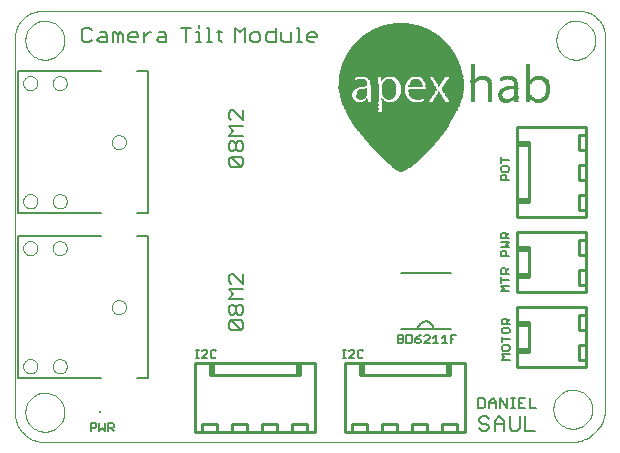
<source format=gto>
G75*
G70*
%OFA0B0*%
%FSLAX24Y24*%
%IPPOS*%
%LPD*%
%AMOC8*
5,1,8,0,0,1.08239X$1,22.5*
%
%ADD10C,0.0000*%
%ADD11C,0.0080*%
%ADD12C,0.0050*%
%ADD13C,0.0060*%
%ADD14C,0.0100*%
%ADD15R,0.0098X0.0098*%
%ADD16R,0.0042X0.0003*%
%ADD17R,0.0066X0.0003*%
%ADD18R,0.0084X0.0003*%
%ADD19R,0.0105X0.0003*%
%ADD20R,0.0117X0.0003*%
%ADD21R,0.0135X0.0003*%
%ADD22R,0.0147X0.0003*%
%ADD23R,0.0162X0.0003*%
%ADD24R,0.0174X0.0003*%
%ADD25R,0.0186X0.0003*%
%ADD26R,0.0198X0.0003*%
%ADD27R,0.0210X0.0003*%
%ADD28R,0.0222X0.0003*%
%ADD29R,0.0234X0.0003*%
%ADD30R,0.0243X0.0003*%
%ADD31R,0.0255X0.0003*%
%ADD32R,0.0264X0.0003*%
%ADD33R,0.0273X0.0003*%
%ADD34R,0.0285X0.0003*%
%ADD35R,0.0297X0.0003*%
%ADD36R,0.0303X0.0003*%
%ADD37R,0.0315X0.0003*%
%ADD38R,0.0327X0.0003*%
%ADD39R,0.0333X0.0003*%
%ADD40R,0.0345X0.0003*%
%ADD41R,0.0354X0.0003*%
%ADD42R,0.0363X0.0003*%
%ADD43R,0.0372X0.0003*%
%ADD44R,0.0381X0.0003*%
%ADD45R,0.0390X0.0003*%
%ADD46R,0.0402X0.0003*%
%ADD47R,0.0408X0.0003*%
%ADD48R,0.0420X0.0003*%
%ADD49R,0.0426X0.0003*%
%ADD50R,0.0438X0.0003*%
%ADD51R,0.0444X0.0003*%
%ADD52R,0.0456X0.0003*%
%ADD53R,0.0462X0.0003*%
%ADD54R,0.0468X0.0003*%
%ADD55R,0.0480X0.0003*%
%ADD56R,0.0486X0.0003*%
%ADD57R,0.0495X0.0003*%
%ADD58R,0.0504X0.0003*%
%ADD59R,0.0513X0.0003*%
%ADD60R,0.0522X0.0003*%
%ADD61R,0.0528X0.0003*%
%ADD62R,0.0537X0.0003*%
%ADD63R,0.0546X0.0003*%
%ADD64R,0.0555X0.0003*%
%ADD65R,0.0561X0.0003*%
%ADD66R,0.0570X0.0003*%
%ADD67R,0.0579X0.0003*%
%ADD68R,0.0585X0.0003*%
%ADD69R,0.0594X0.0003*%
%ADD70R,0.0603X0.0003*%
%ADD71R,0.0609X0.0003*%
%ADD72R,0.0618X0.0003*%
%ADD73R,0.0627X0.0003*%
%ADD74R,0.0633X0.0003*%
%ADD75R,0.0639X0.0003*%
%ADD76R,0.0651X0.0003*%
%ADD77R,0.0657X0.0003*%
%ADD78R,0.0663X0.0003*%
%ADD79R,0.0675X0.0003*%
%ADD80R,0.0681X0.0003*%
%ADD81R,0.0687X0.0003*%
%ADD82R,0.0693X0.0003*%
%ADD83R,0.0705X0.0003*%
%ADD84R,0.0711X0.0003*%
%ADD85R,0.0717X0.0003*%
%ADD86R,0.0726X0.0003*%
%ADD87R,0.0732X0.0003*%
%ADD88R,0.0741X0.0003*%
%ADD89R,0.0747X0.0003*%
%ADD90R,0.0756X0.0003*%
%ADD91R,0.0762X0.0003*%
%ADD92R,0.0771X0.0003*%
%ADD93R,0.0777X0.0003*%
%ADD94R,0.0786X0.0003*%
%ADD95R,0.0792X0.0003*%
%ADD96R,0.0798X0.0003*%
%ADD97R,0.0807X0.0003*%
%ADD98R,0.0813X0.0003*%
%ADD99R,0.0822X0.0003*%
%ADD100R,0.0828X0.0003*%
%ADD101R,0.0837X0.0003*%
%ADD102R,0.0843X0.0003*%
%ADD103R,0.0852X0.0003*%
%ADD104R,0.0858X0.0003*%
%ADD105R,0.0864X0.0003*%
%ADD106R,0.0870X0.0003*%
%ADD107R,0.0879X0.0003*%
%ADD108R,0.0885X0.0003*%
%ADD109R,0.0894X0.0003*%
%ADD110R,0.0900X0.0003*%
%ADD111R,0.0906X0.0003*%
%ADD112R,0.0912X0.0003*%
%ADD113R,0.0921X0.0003*%
%ADD114R,0.0930X0.0003*%
%ADD115R,0.0936X0.0003*%
%ADD116R,0.0942X0.0003*%
%ADD117R,0.0948X0.0003*%
%ADD118R,0.0954X0.0003*%
%ADD119R,0.0963X0.0003*%
%ADD120R,0.0972X0.0003*%
%ADD121R,0.0978X0.0003*%
%ADD122R,0.0984X0.0003*%
%ADD123R,0.0990X0.0003*%
%ADD124R,0.0996X0.0003*%
%ADD125R,0.1002X0.0003*%
%ADD126R,0.1008X0.0003*%
%ADD127R,0.1020X0.0003*%
%ADD128R,0.1026X0.0003*%
%ADD129R,0.1032X0.0003*%
%ADD130R,0.1038X0.0003*%
%ADD131R,0.1044X0.0003*%
%ADD132R,0.1050X0.0003*%
%ADD133R,0.1056X0.0003*%
%ADD134R,0.1068X0.0003*%
%ADD135R,0.1074X0.0003*%
%ADD136R,0.1080X0.0003*%
%ADD137R,0.1086X0.0003*%
%ADD138R,0.1092X0.0003*%
%ADD139R,0.1098X0.0003*%
%ADD140R,0.1104X0.0003*%
%ADD141R,0.1110X0.0003*%
%ADD142R,0.1116X0.0003*%
%ADD143R,0.1125X0.0003*%
%ADD144R,0.1131X0.0003*%
%ADD145R,0.1140X0.0003*%
%ADD146R,0.1146X0.0003*%
%ADD147R,0.1152X0.0003*%
%ADD148R,0.1158X0.0003*%
%ADD149R,0.1164X0.0003*%
%ADD150R,0.1170X0.0003*%
%ADD151R,0.1176X0.0003*%
%ADD152R,0.1182X0.0003*%
%ADD153R,0.1191X0.0003*%
%ADD154R,0.1197X0.0003*%
%ADD155R,0.1203X0.0003*%
%ADD156R,0.1209X0.0003*%
%ADD157R,0.1218X0.0003*%
%ADD158R,0.1224X0.0003*%
%ADD159R,0.1230X0.0003*%
%ADD160R,0.1236X0.0003*%
%ADD161R,0.1242X0.0003*%
%ADD162R,0.1248X0.0003*%
%ADD163R,0.1254X0.0003*%
%ADD164R,0.1260X0.0003*%
%ADD165R,0.1266X0.0003*%
%ADD166R,0.1275X0.0003*%
%ADD167R,0.1281X0.0003*%
%ADD168R,0.1287X0.0003*%
%ADD169R,0.1293X0.0003*%
%ADD170R,0.1299X0.0003*%
%ADD171R,0.1305X0.0003*%
%ADD172R,0.1314X0.0003*%
%ADD173R,0.1320X0.0003*%
%ADD174R,0.1326X0.0003*%
%ADD175R,0.1332X0.0003*%
%ADD176R,0.1338X0.0003*%
%ADD177R,0.1344X0.0003*%
%ADD178R,0.1350X0.0003*%
%ADD179R,0.1356X0.0003*%
%ADD180R,0.1362X0.0003*%
%ADD181R,0.1368X0.0003*%
%ADD182R,0.1374X0.0003*%
%ADD183R,0.1380X0.0003*%
%ADD184R,0.1386X0.0003*%
%ADD185R,0.1395X0.0003*%
%ADD186R,0.1401X0.0003*%
%ADD187R,0.1407X0.0003*%
%ADD188R,0.1413X0.0003*%
%ADD189R,0.1419X0.0003*%
%ADD190R,0.1425X0.0003*%
%ADD191R,0.1431X0.0003*%
%ADD192R,0.1437X0.0003*%
%ADD193R,0.1443X0.0003*%
%ADD194R,0.1449X0.0003*%
%ADD195R,0.1455X0.0003*%
%ADD196R,0.1461X0.0003*%
%ADD197R,0.1467X0.0003*%
%ADD198R,0.1473X0.0003*%
%ADD199R,0.1479X0.0003*%
%ADD200R,0.1485X0.0003*%
%ADD201R,0.1491X0.0003*%
%ADD202R,0.1497X0.0003*%
%ADD203R,0.1503X0.0003*%
%ADD204R,0.1509X0.0003*%
%ADD205R,0.1515X0.0003*%
%ADD206R,0.1521X0.0003*%
%ADD207R,0.1527X0.0003*%
%ADD208R,0.1533X0.0003*%
%ADD209R,0.1539X0.0003*%
%ADD210R,0.1545X0.0003*%
%ADD211R,0.1551X0.0003*%
%ADD212R,0.1557X0.0003*%
%ADD213R,0.1563X0.0003*%
%ADD214R,0.1569X0.0003*%
%ADD215R,0.1575X0.0003*%
%ADD216R,0.1581X0.0003*%
%ADD217R,0.1587X0.0003*%
%ADD218R,0.1593X0.0003*%
%ADD219R,0.1599X0.0003*%
%ADD220R,0.1605X0.0003*%
%ADD221R,0.1611X0.0003*%
%ADD222R,0.1617X0.0003*%
%ADD223R,0.1623X0.0003*%
%ADD224R,0.1629X0.0003*%
%ADD225R,0.1635X0.0003*%
%ADD226R,0.1641X0.0003*%
%ADD227R,0.1647X0.0003*%
%ADD228R,0.1653X0.0003*%
%ADD229R,0.1659X0.0003*%
%ADD230R,0.1665X0.0003*%
%ADD231R,0.1671X0.0003*%
%ADD232R,0.1677X0.0003*%
%ADD233R,0.1683X0.0003*%
%ADD234R,0.1686X0.0003*%
%ADD235R,0.1692X0.0003*%
%ADD236R,0.1698X0.0003*%
%ADD237R,0.1704X0.0003*%
%ADD238R,0.1710X0.0003*%
%ADD239R,0.1716X0.0003*%
%ADD240R,0.1722X0.0003*%
%ADD241R,0.1728X0.0003*%
%ADD242R,0.1734X0.0003*%
%ADD243R,0.1740X0.0003*%
%ADD244R,0.1746X0.0003*%
%ADD245R,0.1752X0.0003*%
%ADD246R,0.1758X0.0003*%
%ADD247R,0.1764X0.0003*%
%ADD248R,0.1767X0.0003*%
%ADD249R,0.1773X0.0003*%
%ADD250R,0.1779X0.0003*%
%ADD251R,0.1785X0.0003*%
%ADD252R,0.1791X0.0003*%
%ADD253R,0.1797X0.0003*%
%ADD254R,0.1803X0.0003*%
%ADD255R,0.1809X0.0003*%
%ADD256R,0.1815X0.0003*%
%ADD257R,0.1818X0.0003*%
%ADD258R,0.1824X0.0003*%
%ADD259R,0.1830X0.0003*%
%ADD260R,0.1836X0.0003*%
%ADD261R,0.1842X0.0003*%
%ADD262R,0.1848X0.0003*%
%ADD263R,0.1854X0.0003*%
%ADD264R,0.1860X0.0003*%
%ADD265R,0.1863X0.0003*%
%ADD266R,0.1869X0.0003*%
%ADD267R,0.1875X0.0003*%
%ADD268R,0.1881X0.0003*%
%ADD269R,0.1887X0.0003*%
%ADD270R,0.1890X0.0003*%
%ADD271R,0.1896X0.0003*%
%ADD272R,0.1902X0.0003*%
%ADD273R,0.1908X0.0003*%
%ADD274R,0.1914X0.0003*%
%ADD275R,0.1920X0.0003*%
%ADD276R,0.1926X0.0003*%
%ADD277R,0.1932X0.0003*%
%ADD278R,0.1938X0.0003*%
%ADD279R,0.1941X0.0003*%
%ADD280R,0.1947X0.0003*%
%ADD281R,0.1953X0.0003*%
%ADD282R,0.1959X0.0003*%
%ADD283R,0.1962X0.0003*%
%ADD284R,0.1968X0.0003*%
%ADD285R,0.1974X0.0003*%
%ADD286R,0.1980X0.0003*%
%ADD287R,0.1986X0.0003*%
%ADD288R,0.1992X0.0003*%
%ADD289R,0.1998X0.0003*%
%ADD290R,0.2004X0.0003*%
%ADD291R,0.2007X0.0003*%
%ADD292R,0.2013X0.0003*%
%ADD293R,0.2019X0.0003*%
%ADD294R,0.2022X0.0003*%
%ADD295R,0.2028X0.0003*%
%ADD296R,0.2034X0.0003*%
%ADD297R,0.2040X0.0003*%
%ADD298R,0.2046X0.0003*%
%ADD299R,0.2052X0.0003*%
%ADD300R,0.2055X0.0003*%
%ADD301R,0.2061X0.0003*%
%ADD302R,0.2067X0.0003*%
%ADD303R,0.2070X0.0003*%
%ADD304R,0.2076X0.0003*%
%ADD305R,0.2082X0.0003*%
%ADD306R,0.2088X0.0003*%
%ADD307R,0.2094X0.0003*%
%ADD308R,0.2100X0.0003*%
%ADD309R,0.2106X0.0003*%
%ADD310R,0.2109X0.0003*%
%ADD311R,0.2115X0.0003*%
%ADD312R,0.2118X0.0003*%
%ADD313R,0.2124X0.0003*%
%ADD314R,0.2130X0.0003*%
%ADD315R,0.2136X0.0003*%
%ADD316R,0.2142X0.0003*%
%ADD317R,0.2148X0.0003*%
%ADD318R,0.2154X0.0003*%
%ADD319R,0.2157X0.0003*%
%ADD320R,0.2160X0.0003*%
%ADD321R,0.2166X0.0003*%
%ADD322R,0.2172X0.0003*%
%ADD323R,0.2178X0.0003*%
%ADD324R,0.2184X0.0003*%
%ADD325R,0.2190X0.0003*%
%ADD326R,0.2196X0.0003*%
%ADD327R,0.2196X0.0003*%
%ADD328R,0.2202X0.0003*%
%ADD329R,0.2208X0.0003*%
%ADD330R,0.2214X0.0003*%
%ADD331R,0.2220X0.0003*%
%ADD332R,0.2226X0.0003*%
%ADD333R,0.2232X0.0003*%
%ADD334R,0.2238X0.0003*%
%ADD335R,0.2244X0.0003*%
%ADD336R,0.2250X0.0003*%
%ADD337R,0.2256X0.0003*%
%ADD338R,0.2262X0.0003*%
%ADD339R,0.2268X0.0003*%
%ADD340R,0.2274X0.0003*%
%ADD341R,0.2274X0.0003*%
%ADD342R,0.2280X0.0003*%
%ADD343R,0.2286X0.0003*%
%ADD344R,0.2292X0.0003*%
%ADD345R,0.2298X0.0003*%
%ADD346R,0.2304X0.0003*%
%ADD347R,0.2304X0.0003*%
%ADD348R,0.2310X0.0003*%
%ADD349R,0.2316X0.0003*%
%ADD350R,0.2322X0.0003*%
%ADD351R,0.2328X0.0003*%
%ADD352R,0.2334X0.0003*%
%ADD353R,0.2337X0.0003*%
%ADD354R,0.2340X0.0003*%
%ADD355R,0.2346X0.0003*%
%ADD356R,0.2352X0.0003*%
%ADD357R,0.2358X0.0003*%
%ADD358R,0.2364X0.0003*%
%ADD359R,0.2367X0.0003*%
%ADD360R,0.2373X0.0003*%
%ADD361R,0.2376X0.0003*%
%ADD362R,0.2382X0.0003*%
%ADD363R,0.2388X0.0003*%
%ADD364R,0.2394X0.0003*%
%ADD365R,0.2397X0.0003*%
%ADD366R,0.2400X0.0003*%
%ADD367R,0.2406X0.0003*%
%ADD368R,0.2412X0.0003*%
%ADD369R,0.2418X0.0003*%
%ADD370R,0.2424X0.0003*%
%ADD371R,0.2427X0.0003*%
%ADD372R,0.2430X0.0003*%
%ADD373R,0.2436X0.0003*%
%ADD374R,0.2442X0.0003*%
%ADD375R,0.2448X0.0003*%
%ADD376R,0.2454X0.0003*%
%ADD377R,0.2457X0.0003*%
%ADD378R,0.2460X0.0003*%
%ADD379R,0.2466X0.0003*%
%ADD380R,0.2472X0.0003*%
%ADD381R,0.2478X0.0003*%
%ADD382R,0.2481X0.0003*%
%ADD383R,0.2487X0.0003*%
%ADD384R,0.2490X0.0003*%
%ADD385R,0.2496X0.0003*%
%ADD386R,0.2502X0.0003*%
%ADD387R,0.2505X0.0003*%
%ADD388R,0.2511X0.0003*%
%ADD389R,0.2514X0.0003*%
%ADD390R,0.2520X0.0003*%
%ADD391R,0.2526X0.0003*%
%ADD392R,0.2529X0.0003*%
%ADD393R,0.2535X0.0003*%
%ADD394R,0.2538X0.0003*%
%ADD395R,0.2544X0.0003*%
%ADD396R,0.2550X0.0003*%
%ADD397R,0.2553X0.0003*%
%ADD398R,0.2559X0.0003*%
%ADD399R,0.2562X0.0003*%
%ADD400R,0.2568X0.0003*%
%ADD401R,0.2574X0.0003*%
%ADD402R,0.2577X0.0003*%
%ADD403R,0.2583X0.0003*%
%ADD404R,0.2586X0.0003*%
%ADD405R,0.2592X0.0003*%
%ADD406R,0.2598X0.0003*%
%ADD407R,0.2601X0.0003*%
%ADD408R,0.2607X0.0003*%
%ADD409R,0.2610X0.0003*%
%ADD410R,0.2616X0.0003*%
%ADD411R,0.2619X0.0003*%
%ADD412R,0.2625X0.0003*%
%ADD413R,0.2631X0.0003*%
%ADD414R,0.2634X0.0003*%
%ADD415R,0.2640X0.0003*%
%ADD416R,0.2643X0.0003*%
%ADD417R,0.2649X0.0003*%
%ADD418R,0.2655X0.0003*%
%ADD419R,0.2658X0.0003*%
%ADD420R,0.2661X0.0003*%
%ADD421R,0.2667X0.0003*%
%ADD422R,0.2673X0.0003*%
%ADD423R,0.2676X0.0003*%
%ADD424R,0.2682X0.0003*%
%ADD425R,0.2685X0.0003*%
%ADD426R,0.2691X0.0003*%
%ADD427R,0.2697X0.0003*%
%ADD428R,0.2700X0.0003*%
%ADD429R,0.2703X0.0003*%
%ADD430R,0.2709X0.0003*%
%ADD431R,0.2715X0.0003*%
%ADD432R,0.2718X0.0003*%
%ADD433R,0.2721X0.0003*%
%ADD434R,0.2727X0.0003*%
%ADD435R,0.2733X0.0003*%
%ADD436R,0.2739X0.0003*%
%ADD437R,0.2739X0.0003*%
%ADD438R,0.2745X0.0003*%
%ADD439R,0.2751X0.0003*%
%ADD440R,0.2757X0.0003*%
%ADD441R,0.2757X0.0003*%
%ADD442R,0.2763X0.0003*%
%ADD443R,0.2769X0.0003*%
%ADD444R,0.2775X0.0003*%
%ADD445R,0.2781X0.0003*%
%ADD446R,0.2787X0.0003*%
%ADD447R,0.2793X0.0003*%
%ADD448R,0.2799X0.0003*%
%ADD449R,0.2805X0.0003*%
%ADD450R,0.2811X0.0003*%
%ADD451R,0.2817X0.0003*%
%ADD452R,0.2823X0.0003*%
%ADD453R,0.2829X0.0003*%
%ADD454R,0.2829X0.0003*%
%ADD455R,0.2835X0.0003*%
%ADD456R,0.2841X0.0003*%
%ADD457R,0.2847X0.0003*%
%ADD458R,0.2847X0.0003*%
%ADD459R,0.2853X0.0003*%
%ADD460R,0.2859X0.0003*%
%ADD461R,0.2865X0.0003*%
%ADD462R,0.2871X0.0003*%
%ADD463R,0.2877X0.0003*%
%ADD464R,0.2880X0.0003*%
%ADD465R,0.2883X0.0003*%
%ADD466R,0.2889X0.0003*%
%ADD467R,0.2895X0.0003*%
%ADD468R,0.2898X0.0003*%
%ADD469R,0.2901X0.0003*%
%ADD470R,0.2907X0.0003*%
%ADD471R,0.2910X0.0003*%
%ADD472R,0.2913X0.0003*%
%ADD473R,0.2919X0.0003*%
%ADD474R,0.2925X0.0003*%
%ADD475R,0.2928X0.0003*%
%ADD476R,0.2931X0.0003*%
%ADD477R,0.2937X0.0003*%
%ADD478R,0.2940X0.0003*%
%ADD479R,0.2946X0.0003*%
%ADD480R,0.2949X0.0003*%
%ADD481R,0.2955X0.0003*%
%ADD482R,0.2958X0.0003*%
%ADD483R,0.2961X0.0003*%
%ADD484R,0.2967X0.0003*%
%ADD485R,0.2970X0.0003*%
%ADD486R,0.2973X0.0003*%
%ADD487R,0.2979X0.0003*%
%ADD488R,0.2985X0.0003*%
%ADD489R,0.2988X0.0003*%
%ADD490R,0.2991X0.0003*%
%ADD491R,0.2997X0.0003*%
%ADD492R,0.3000X0.0003*%
%ADD493R,0.3003X0.0003*%
%ADD494R,0.3009X0.0003*%
%ADD495R,0.3015X0.0003*%
%ADD496R,0.3018X0.0003*%
%ADD497R,0.3021X0.0003*%
%ADD498R,0.3027X0.0003*%
%ADD499R,0.3030X0.0003*%
%ADD500R,0.3033X0.0003*%
%ADD501R,0.3039X0.0003*%
%ADD502R,0.3042X0.0003*%
%ADD503R,0.3045X0.0003*%
%ADD504R,0.3051X0.0003*%
%ADD505R,0.3054X0.0003*%
%ADD506R,0.3060X0.0003*%
%ADD507R,0.3063X0.0003*%
%ADD508R,0.3066X0.0003*%
%ADD509R,0.3072X0.0003*%
%ADD510R,0.3075X0.0003*%
%ADD511R,0.3081X0.0003*%
%ADD512R,0.3084X0.0003*%
%ADD513R,0.3090X0.0003*%
%ADD514R,0.3093X0.0003*%
%ADD515R,0.3096X0.0003*%
%ADD516R,0.3102X0.0003*%
%ADD517R,0.3105X0.0003*%
%ADD518R,0.3108X0.0003*%
%ADD519R,0.3114X0.0003*%
%ADD520R,0.3117X0.0003*%
%ADD521R,0.3120X0.0003*%
%ADD522R,0.3126X0.0003*%
%ADD523R,0.3129X0.0003*%
%ADD524R,0.3132X0.0003*%
%ADD525R,0.3138X0.0003*%
%ADD526R,0.3141X0.0003*%
%ADD527R,0.3144X0.0003*%
%ADD528R,0.3150X0.0003*%
%ADD529R,0.3153X0.0003*%
%ADD530R,0.3156X0.0003*%
%ADD531R,0.3162X0.0003*%
%ADD532R,0.3165X0.0003*%
%ADD533R,0.3168X0.0003*%
%ADD534R,0.3174X0.0003*%
%ADD535R,0.3180X0.0003*%
%ADD536R,0.3186X0.0003*%
%ADD537R,0.3186X0.0003*%
%ADD538R,0.3192X0.0003*%
%ADD539R,0.3198X0.0003*%
%ADD540R,0.3204X0.0003*%
%ADD541R,0.3210X0.0003*%
%ADD542R,0.3216X0.0003*%
%ADD543R,0.3222X0.0003*%
%ADD544R,0.3222X0.0003*%
%ADD545R,0.3228X0.0003*%
%ADD546R,0.3234X0.0003*%
%ADD547R,0.3240X0.0003*%
%ADD548R,0.3246X0.0003*%
%ADD549R,0.3246X0.0003*%
%ADD550R,0.3252X0.0003*%
%ADD551R,0.3255X0.0003*%
%ADD552R,0.3258X0.0003*%
%ADD553R,0.3264X0.0003*%
%ADD554R,0.3264X0.0003*%
%ADD555R,0.3270X0.0003*%
%ADD556R,0.3276X0.0003*%
%ADD557R,0.3282X0.0003*%
%ADD558R,0.3288X0.0003*%
%ADD559R,0.3294X0.0003*%
%ADD560R,0.3297X0.0003*%
%ADD561R,0.3300X0.0003*%
%ADD562R,0.3306X0.0003*%
%ADD563R,0.3312X0.0003*%
%ADD564R,0.3318X0.0003*%
%ADD565R,0.3318X0.0003*%
%ADD566R,0.3324X0.0003*%
%ADD567R,0.3327X0.0003*%
%ADD568R,0.3330X0.0003*%
%ADD569R,0.3336X0.0003*%
%ADD570R,0.3339X0.0003*%
%ADD571R,0.3342X0.0003*%
%ADD572R,0.3345X0.0003*%
%ADD573R,0.3348X0.0003*%
%ADD574R,0.3354X0.0003*%
%ADD575R,0.3357X0.0003*%
%ADD576R,0.3360X0.0003*%
%ADD577R,0.3363X0.0003*%
%ADD578R,0.3366X0.0003*%
%ADD579R,0.3372X0.0003*%
%ADD580R,0.3375X0.0003*%
%ADD581R,0.3378X0.0003*%
%ADD582R,0.3381X0.0003*%
%ADD583R,0.3384X0.0003*%
%ADD584R,0.3390X0.0003*%
%ADD585R,0.3393X0.0003*%
%ADD586R,0.3396X0.0003*%
%ADD587R,0.3399X0.0003*%
%ADD588R,0.3405X0.0003*%
%ADD589R,0.3408X0.0003*%
%ADD590R,0.3411X0.0003*%
%ADD591R,0.3414X0.0003*%
%ADD592R,0.3417X0.0003*%
%ADD593R,0.3423X0.0003*%
%ADD594R,0.3426X0.0003*%
%ADD595R,0.3429X0.0003*%
%ADD596R,0.3432X0.0003*%
%ADD597R,0.3435X0.0003*%
%ADD598R,0.3441X0.0003*%
%ADD599R,0.3444X0.0003*%
%ADD600R,0.3447X0.0003*%
%ADD601R,0.3450X0.0003*%
%ADD602R,0.3453X0.0003*%
%ADD603R,0.3459X0.0003*%
%ADD604R,0.3465X0.0003*%
%ADD605R,0.3468X0.0003*%
%ADD606R,0.3471X0.0003*%
%ADD607R,0.3474X0.0003*%
%ADD608R,0.3477X0.0003*%
%ADD609R,0.3483X0.0003*%
%ADD610R,0.3483X0.0003*%
%ADD611R,0.3489X0.0003*%
%ADD612R,0.3495X0.0003*%
%ADD613R,0.3501X0.0003*%
%ADD614R,0.3501X0.0003*%
%ADD615R,0.3507X0.0003*%
%ADD616R,0.3513X0.0003*%
%ADD617R,0.3513X0.0003*%
%ADD618R,0.3519X0.0003*%
%ADD619R,0.3525X0.0003*%
%ADD620R,0.3531X0.0003*%
%ADD621R,0.3531X0.0003*%
%ADD622R,0.3537X0.0003*%
%ADD623R,0.3543X0.0003*%
%ADD624R,0.3549X0.0003*%
%ADD625R,0.3555X0.0003*%
%ADD626R,0.3561X0.0003*%
%ADD627R,0.3567X0.0003*%
%ADD628R,0.3567X0.0003*%
%ADD629R,0.3573X0.0003*%
%ADD630R,0.3579X0.0003*%
%ADD631R,0.3579X0.0003*%
%ADD632R,0.3585X0.0003*%
%ADD633R,0.3588X0.0003*%
%ADD634R,0.3591X0.0003*%
%ADD635R,0.3597X0.0003*%
%ADD636R,0.3597X0.0003*%
%ADD637R,0.3603X0.0003*%
%ADD638R,0.3609X0.0003*%
%ADD639R,0.3615X0.0003*%
%ADD640R,0.3615X0.0003*%
%ADD641R,0.3621X0.0003*%
%ADD642R,0.3624X0.0003*%
%ADD643R,0.3627X0.0003*%
%ADD644R,0.3630X0.0003*%
%ADD645R,0.3633X0.0003*%
%ADD646R,0.3636X0.0003*%
%ADD647R,0.3639X0.0003*%
%ADD648R,0.3642X0.0003*%
%ADD649R,0.3645X0.0003*%
%ADD650R,0.3648X0.0003*%
%ADD651R,0.1050X0.0003*%
%ADD652R,0.2469X0.0003*%
%ADD653R,0.1053X0.0003*%
%ADD654R,0.1056X0.0003*%
%ADD655R,0.2472X0.0003*%
%ADD656R,0.2475X0.0003*%
%ADD657R,0.1059X0.0003*%
%ADD658R,0.2478X0.0003*%
%ADD659R,0.1062X0.0003*%
%ADD660R,0.1062X0.0003*%
%ADD661R,0.2481X0.0003*%
%ADD662R,0.1065X0.0003*%
%ADD663R,0.2481X0.0003*%
%ADD664R,0.2484X0.0003*%
%ADD665R,0.1068X0.0003*%
%ADD666R,0.2487X0.0003*%
%ADD667R,0.1071X0.0003*%
%ADD668R,0.2487X0.0003*%
%ADD669R,0.1071X0.0003*%
%ADD670R,0.1074X0.0003*%
%ADD671R,0.2493X0.0003*%
%ADD672R,0.1077X0.0003*%
%ADD673R,0.1077X0.0003*%
%ADD674R,0.2496X0.0003*%
%ADD675R,0.2499X0.0003*%
%ADD676R,0.1083X0.0003*%
%ADD677R,0.2502X0.0003*%
%ADD678R,0.1086X0.0003*%
%ADD679R,0.1089X0.0003*%
%ADD680R,0.2508X0.0003*%
%ADD681R,0.1092X0.0003*%
%ADD682R,0.2511X0.0003*%
%ADD683R,0.1095X0.0003*%
%ADD684R,0.2511X0.0003*%
%ADD685R,0.2514X0.0003*%
%ADD686R,0.1098X0.0003*%
%ADD687R,0.1101X0.0003*%
%ADD688R,0.2517X0.0003*%
%ADD689R,0.1101X0.0003*%
%ADD690R,0.1104X0.0003*%
%ADD691R,0.1107X0.0003*%
%ADD692R,0.2523X0.0003*%
%ADD693R,0.1107X0.0003*%
%ADD694R,0.2523X0.0003*%
%ADD695R,0.2526X0.0003*%
%ADD696R,0.1113X0.0003*%
%ADD697R,0.1113X0.0003*%
%ADD698R,0.2532X0.0003*%
%ADD699R,0.1116X0.0003*%
%ADD700R,0.2532X0.0003*%
%ADD701R,0.1119X0.0003*%
%ADD702R,0.1122X0.0003*%
%ADD703R,0.2538X0.0003*%
%ADD704R,0.1122X0.0003*%
%ADD705R,0.2538X0.0003*%
%ADD706R,0.2541X0.0003*%
%ADD707R,0.1128X0.0003*%
%ADD708R,0.2544X0.0003*%
%ADD709R,0.1128X0.0003*%
%ADD710R,0.2544X0.0003*%
%ADD711R,0.1131X0.0003*%
%ADD712R,0.2547X0.0003*%
%ADD713R,0.1134X0.0003*%
%ADD714R,0.2550X0.0003*%
%ADD715R,0.1134X0.0003*%
%ADD716R,0.1137X0.0003*%
%ADD717R,0.2556X0.0003*%
%ADD718R,0.1140X0.0003*%
%ADD719R,0.2559X0.0003*%
%ADD720R,0.1143X0.0003*%
%ADD721R,0.1149X0.0003*%
%ADD722R,0.2565X0.0003*%
%ADD723R,0.1149X0.0003*%
%ADD724R,0.2565X0.0003*%
%ADD725R,0.1152X0.0003*%
%ADD726R,0.2568X0.0003*%
%ADD727R,0.1155X0.0003*%
%ADD728R,0.2571X0.0003*%
%ADD729R,0.1155X0.0003*%
%ADD730R,0.2571X0.0003*%
%ADD731R,0.1158X0.0003*%
%ADD732R,0.2574X0.0003*%
%ADD733R,0.1161X0.0003*%
%ADD734R,0.2577X0.0003*%
%ADD735R,0.1161X0.0003*%
%ADD736R,0.2577X0.0003*%
%ADD737R,0.1164X0.0003*%
%ADD738R,0.2580X0.0003*%
%ADD739R,0.1167X0.0003*%
%ADD740R,0.1167X0.0003*%
%ADD741R,0.2583X0.0003*%
%ADD742R,0.1173X0.0003*%
%ADD743R,0.1173X0.0003*%
%ADD744R,0.2589X0.0003*%
%ADD745R,0.2589X0.0003*%
%ADD746R,0.1179X0.0003*%
%ADD747R,0.1179X0.0003*%
%ADD748R,0.2595X0.0003*%
%ADD749R,0.2595X0.0003*%
%ADD750R,0.1182X0.0003*%
%ADD751R,0.2598X0.0003*%
%ADD752R,0.1185X0.0003*%
%ADD753R,0.1185X0.0003*%
%ADD754R,0.2601X0.0003*%
%ADD755R,0.2601X0.0003*%
%ADD756R,0.1188X0.0003*%
%ADD757R,0.2604X0.0003*%
%ADD758R,0.1191X0.0003*%
%ADD759R,0.1191X0.0003*%
%ADD760R,0.2604X0.0003*%
%ADD761R,0.2607X0.0003*%
%ADD762R,0.1194X0.0003*%
%ADD763R,0.1197X0.0003*%
%ADD764R,0.2610X0.0003*%
%ADD765R,0.0546X0.0003*%
%ADD766R,0.0219X0.0003*%
%ADD767R,0.0819X0.0003*%
%ADD768R,0.1410X0.0003*%
%ADD769R,0.0561X0.0003*%
%ADD770R,0.0195X0.0003*%
%ADD771R,0.0768X0.0003*%
%ADD772R,0.1374X0.0003*%
%ADD773R,0.0516X0.0003*%
%ADD774R,0.0549X0.0003*%
%ADD775R,0.0183X0.0003*%
%ADD776R,0.0741X0.0003*%
%ADD777R,0.1353X0.0003*%
%ADD778R,0.0060X0.0003*%
%ADD779R,0.0063X0.0003*%
%ADD780R,0.0534X0.0003*%
%ADD781R,0.0171X0.0003*%
%ADD782R,0.0708X0.0003*%
%ADD783R,0.1335X0.0003*%
%ADD784R,0.0114X0.0003*%
%ADD785R,0.0120X0.0003*%
%ADD786R,0.0522X0.0003*%
%ADD787R,0.0159X0.0003*%
%ADD788R,0.0684X0.0003*%
%ADD789R,0.1317X0.0003*%
%ADD790R,0.0156X0.0003*%
%ADD791R,0.0489X0.0003*%
%ADD792R,0.0150X0.0003*%
%ADD793R,0.0666X0.0003*%
%ADD794R,0.1311X0.0003*%
%ADD795R,0.0171X0.0003*%
%ADD796R,0.0180X0.0003*%
%ADD797R,0.0231X0.0003*%
%ADD798R,0.0141X0.0003*%
%ADD799R,0.0645X0.0003*%
%ADD800R,0.0219X0.0003*%
%ADD801R,0.0429X0.0003*%
%ADD802R,0.0348X0.0003*%
%ADD803R,0.0207X0.0003*%
%ADD804R,0.0477X0.0003*%
%ADD805R,0.0144X0.0003*%
%ADD806R,0.0132X0.0003*%
%ADD807R,0.0627X0.0003*%
%ADD808R,0.0423X0.0003*%
%ADD809R,0.0216X0.0003*%
%ADD810R,0.0228X0.0003*%
%ADD811R,0.0471X0.0003*%
%ADD812R,0.0126X0.0003*%
%ADD813R,0.0612X0.0003*%
%ADD814R,0.0201X0.0003*%
%ADD815R,0.0228X0.0003*%
%ADD816R,0.0123X0.0003*%
%ADD817R,0.0246X0.0003*%
%ADD818R,0.0468X0.0003*%
%ADD819R,0.0129X0.0003*%
%ADD820R,0.0231X0.0003*%
%ADD821R,0.0120X0.0003*%
%ADD822R,0.0597X0.0003*%
%ADD823R,0.0189X0.0003*%
%ADD824R,0.0417X0.0003*%
%ADD825R,0.0357X0.0003*%
%ADD826R,0.0132X0.0003*%
%ADD827R,0.0135X0.0003*%
%ADD828R,0.0246X0.0003*%
%ADD829R,0.0123X0.0003*%
%ADD830R,0.0117X0.0003*%
%ADD831R,0.0582X0.0003*%
%ADD832R,0.0411X0.0003*%
%ADD833R,0.0357X0.0003*%
%ADD834R,0.0264X0.0003*%
%ADD835R,0.0282X0.0003*%
%ADD836R,0.0456X0.0003*%
%ADD837R,0.0108X0.0003*%
%ADD838R,0.0177X0.0003*%
%ADD839R,0.0363X0.0003*%
%ADD840R,0.0273X0.0003*%
%ADD841R,0.0294X0.0003*%
%ADD842R,0.0453X0.0003*%
%ADD843R,0.0108X0.0003*%
%ADD844R,0.0102X0.0003*%
%ADD845R,0.0558X0.0003*%
%ADD846R,0.0405X0.0003*%
%ADD847R,0.0366X0.0003*%
%ADD848R,0.0306X0.0003*%
%ADD849R,0.0450X0.0003*%
%ADD850R,0.0096X0.0003*%
%ADD851R,0.0543X0.0003*%
%ADD852R,0.0165X0.0003*%
%ADD853R,0.0300X0.0003*%
%ADD854R,0.0321X0.0003*%
%ADD855R,0.0444X0.0003*%
%ADD856R,0.0099X0.0003*%
%ADD857R,0.0234X0.0003*%
%ADD858R,0.0090X0.0003*%
%ADD859R,0.0534X0.0003*%
%ADD860R,0.0162X0.0003*%
%ADD861R,0.0399X0.0003*%
%ADD862R,0.0372X0.0003*%
%ADD863R,0.0312X0.0003*%
%ADD864R,0.0114X0.0003*%
%ADD865R,0.0333X0.0003*%
%ADD866R,0.0093X0.0003*%
%ADD867R,0.0087X0.0003*%
%ADD868R,0.0153X0.0003*%
%ADD869R,0.0393X0.0003*%
%ADD870R,0.0375X0.0003*%
%ADD871R,0.0321X0.0003*%
%ADD872R,0.0441X0.0003*%
%ADD873R,0.0081X0.0003*%
%ADD874R,0.0330X0.0003*%
%ADD875R,0.0435X0.0003*%
%ADD876R,0.0237X0.0003*%
%ADD877R,0.0078X0.0003*%
%ADD878R,0.0501X0.0003*%
%ADD879R,0.0147X0.0003*%
%ADD880R,0.0387X0.0003*%
%ADD881R,0.0381X0.0003*%
%ADD882R,0.0342X0.0003*%
%ADD883R,0.0078X0.0003*%
%ADD884R,0.0072X0.0003*%
%ADD885R,0.0384X0.0003*%
%ADD886R,0.0351X0.0003*%
%ADD887R,0.0432X0.0003*%
%ADD888R,0.0075X0.0003*%
%ADD889R,0.0237X0.0003*%
%ADD890R,0.0069X0.0003*%
%ADD891R,0.0483X0.0003*%
%ADD892R,0.0381X0.0003*%
%ADD893R,0.0384X0.0003*%
%ADD894R,0.0360X0.0003*%
%ADD895R,0.0387X0.0003*%
%ADD896R,0.0069X0.0003*%
%ADD897R,0.0066X0.0003*%
%ADD898R,0.0471X0.0003*%
%ADD899R,0.0369X0.0003*%
%ADD900R,0.0396X0.0003*%
%ADD901R,0.0063X0.0003*%
%ADD902R,0.0465X0.0003*%
%ADD903R,0.0057X0.0003*%
%ADD904R,0.0456X0.0003*%
%ADD905R,0.0156X0.0003*%
%ADD906R,0.0414X0.0003*%
%ADD907R,0.0054X0.0003*%
%ADD908R,0.0447X0.0003*%
%ADD909R,0.0159X0.0003*%
%ADD910R,0.0399X0.0003*%
%ADD911R,0.0423X0.0003*%
%ADD912R,0.0054X0.0003*%
%ADD913R,0.0051X0.0003*%
%ADD914R,0.0441X0.0003*%
%ADD915R,0.0159X0.0003*%
%ADD916R,0.0402X0.0003*%
%ADD917R,0.0429X0.0003*%
%ADD918R,0.0051X0.0003*%
%ADD919R,0.0240X0.0003*%
%ADD920R,0.0048X0.0003*%
%ADD921R,0.0432X0.0003*%
%ADD922R,0.0408X0.0003*%
%ADD923R,0.0417X0.0003*%
%ADD924R,0.0045X0.0003*%
%ADD925R,0.0168X0.0003*%
%ADD926R,0.0444X0.0003*%
%ADD927R,0.0042X0.0003*%
%ADD928R,0.0417X0.0003*%
%ADD929R,0.0414X0.0003*%
%ADD930R,0.0039X0.0003*%
%ADD931R,0.0426X0.0003*%
%ADD932R,0.0459X0.0003*%
%ADD933R,0.0411X0.0003*%
%ADD934R,0.0039X0.0003*%
%ADD935R,0.0240X0.0003*%
%ADD936R,0.0036X0.0003*%
%ADD937R,0.0177X0.0003*%
%ADD938R,0.0339X0.0003*%
%ADD939R,0.0432X0.0003*%
%ADD940R,0.0465X0.0003*%
%ADD941R,0.0033X0.0003*%
%ADD942R,0.0033X0.0003*%
%ADD943R,0.0396X0.0003*%
%ADD944R,0.0336X0.0003*%
%ADD945R,0.0030X0.0003*%
%ADD946R,0.0027X0.0003*%
%ADD947R,0.0027X0.0003*%
%ADD948R,0.0384X0.0003*%
%ADD949R,0.0186X0.0003*%
%ADD950R,0.0411X0.0003*%
%ADD951R,0.0024X0.0003*%
%ADD952R,0.0024X0.0003*%
%ADD953R,0.0378X0.0003*%
%ADD954R,0.0189X0.0003*%
%ADD955R,0.0492X0.0003*%
%ADD956R,0.0408X0.0003*%
%ADD957R,0.0021X0.0003*%
%ADD958R,0.0021X0.0003*%
%ADD959R,0.0189X0.0003*%
%ADD960R,0.0321X0.0003*%
%ADD961R,0.0219X0.0003*%
%ADD962R,0.0174X0.0003*%
%ADD963R,0.0498X0.0003*%
%ADD964R,0.0018X0.0003*%
%ADD965R,0.0018X0.0003*%
%ADD966R,0.0366X0.0003*%
%ADD967R,0.0192X0.0003*%
%ADD968R,0.0318X0.0003*%
%ADD969R,0.0207X0.0003*%
%ADD970R,0.0015X0.0003*%
%ADD971R,0.0360X0.0003*%
%ADD972R,0.0096X0.0003*%
%ADD973R,0.0315X0.0003*%
%ADD974R,0.0198X0.0003*%
%ADD975R,0.0249X0.0003*%
%ADD976R,0.0012X0.0003*%
%ADD977R,0.0090X0.0003*%
%ADD978R,0.0309X0.0003*%
%ADD979R,0.0009X0.0003*%
%ADD980R,0.0111X0.0003*%
%ADD981R,0.0405X0.0003*%
%ADD982R,0.0006X0.0003*%
%ADD983R,0.0009X0.0003*%
%ADD984R,0.0138X0.0003*%
%ADD985R,0.0342X0.0003*%
%ADD986R,0.0207X0.0003*%
%ADD987R,0.0207X0.0003*%
%ADD988R,0.0303X0.0003*%
%ADD989R,0.0447X0.0003*%
%ADD990R,0.0180X0.0003*%
%ADD991R,0.0129X0.0003*%
%ADD992R,0.0213X0.0003*%
%ADD993R,0.0162X0.0003*%
%ADD994R,0.0003X0.0003*%
%ADD995R,0.0009X0.0003*%
%ADD996R,0.0339X0.0003*%
%ADD997R,0.0234X0.0003*%
%ADD998R,0.0447X0.0003*%
%ADD999R,0.0123X0.0003*%
%ADD1000R,0.0006X0.0003*%
%ADD1001R,0.0252X0.0003*%
%ADD1002R,0.0210X0.0003*%
%ADD1003R,0.0174X0.0003*%
%ADD1004R,0.0117X0.0003*%
%ADD1005R,0.0144X0.0003*%
%ADD1006R,0.0399X0.0003*%
%ADD1007R,0.0183X0.0003*%
%ADD1008R,0.0243X0.0003*%
%ADD1009R,0.0003X0.0003*%
%ADD1010R,0.0270X0.0003*%
%ADD1011R,0.0213X0.0003*%
%ADD1012R,0.0291X0.0003*%
%ADD1013R,0.0138X0.0003*%
%ADD1014R,0.0324X0.0003*%
%ADD1015R,0.0291X0.0003*%
%ADD1016R,0.0288X0.0003*%
%ADD1017R,0.0111X0.0003*%
%ADD1018R,0.0399X0.0003*%
%ADD1019R,0.0204X0.0003*%
%ADD1020R,0.0243X0.0003*%
%ADD1021R,0.0318X0.0003*%
%ADD1022R,0.0285X0.0003*%
%ADD1023R,0.0459X0.0003*%
%ADD1024R,0.0165X0.0003*%
%ADD1025R,0.0312X0.0003*%
%ADD1026R,0.0222X0.0003*%
%ADD1027R,0.0279X0.0003*%
%ADD1028R,0.0126X0.0003*%
%ADD1029R,0.0276X0.0003*%
%ADD1030R,0.0231X0.0003*%
%ADD1031R,0.0225X0.0003*%
%ADD1032R,0.0468X0.0003*%
%ADD1033R,0.0159X0.0003*%
%ADD1034R,0.0177X0.0003*%
%ADD1035R,0.0267X0.0003*%
%ADD1036R,0.0114X0.0003*%
%ADD1037R,0.0297X0.0003*%
%ADD1038R,0.0375X0.0003*%
%ADD1039R,0.0474X0.0003*%
%ADD1040R,0.0216X0.0003*%
%ADD1041R,0.0174X0.0003*%
%ADD1042R,0.0249X0.0003*%
%ADD1043R,0.0621X0.0003*%
%ADD1044R,0.0261X0.0003*%
%ADD1045R,0.0282X0.0003*%
%ADD1046R,0.0630X0.0003*%
%ADD1047R,0.0258X0.0003*%
%ADD1048R,0.0633X0.0003*%
%ADD1049R,0.0483X0.0003*%
%ADD1050R,0.0204X0.0003*%
%ADD1051R,0.0639X0.0003*%
%ADD1052R,0.0486X0.0003*%
%ADD1053R,0.0201X0.0003*%
%ADD1054R,0.0396X0.0003*%
%ADD1055R,0.0270X0.0003*%
%ADD1056R,0.0276X0.0003*%
%ADD1057R,0.0648X0.0003*%
%ADD1058R,0.0246X0.0003*%
%ADD1059R,0.0486X0.0003*%
%ADD1060R,0.0150X0.0003*%
%ADD1061R,0.0198X0.0003*%
%ADD1062R,0.0228X0.0003*%
%ADD1063R,0.0276X0.0003*%
%ADD1064R,0.0309X0.0003*%
%ADD1065R,0.0651X0.0003*%
%ADD1066R,0.0147X0.0003*%
%ADD1067R,0.0657X0.0003*%
%ADD1068R,0.0495X0.0003*%
%ADD1069R,0.0324X0.0003*%
%ADD1070R,0.0663X0.0003*%
%ADD1071R,0.0669X0.0003*%
%ADD1072R,0.0498X0.0003*%
%ADD1073R,0.0213X0.0003*%
%ADD1074R,0.0396X0.0003*%
%ADD1075R,0.0294X0.0003*%
%ADD1076R,0.0255X0.0003*%
%ADD1077R,0.0672X0.0003*%
%ADD1078R,0.0228X0.0003*%
%ADD1079R,0.0501X0.0003*%
%ADD1080R,0.0183X0.0003*%
%ADD1081R,0.0339X0.0003*%
%ADD1082R,0.0678X0.0003*%
%ADD1083R,0.0507X0.0003*%
%ADD1084R,0.0351X0.0003*%
%ADD1085R,0.0687X0.0003*%
%ADD1086R,0.0216X0.0003*%
%ADD1087R,0.0510X0.0003*%
%ADD1088R,0.0156X0.0003*%
%ADD1089R,0.0693X0.0003*%
%ADD1090R,0.0312X0.0003*%
%ADD1091R,0.0696X0.0003*%
%ADD1092R,0.0516X0.0003*%
%ADD1093R,0.0144X0.0003*%
%ADD1094R,0.0171X0.0003*%
%ADD1095R,0.0195X0.0003*%
%ADD1096R,0.0153X0.0003*%
%ADD1097R,0.0312X0.0003*%
%ADD1098R,0.0702X0.0003*%
%ADD1099R,0.0519X0.0003*%
%ADD1100R,0.0141X0.0003*%
%ADD1101R,0.0168X0.0003*%
%ADD1102R,0.0369X0.0003*%
%ADD1103R,0.0318X0.0003*%
%ADD1104R,0.0714X0.0003*%
%ADD1105R,0.0525X0.0003*%
%ADD1106R,0.0324X0.0003*%
%ADD1107R,0.0381X0.0003*%
%ADD1108R,0.0225X0.0003*%
%ADD1109R,0.0720X0.0003*%
%ADD1110R,0.0186X0.0003*%
%ADD1111R,0.0528X0.0003*%
%ADD1112R,0.0141X0.0003*%
%ADD1113R,0.0723X0.0003*%
%ADD1114R,0.0531X0.0003*%
%ADD1115R,0.0729X0.0003*%
%ADD1116R,0.0732X0.0003*%
%ADD1117R,0.0537X0.0003*%
%ADD1118R,0.0138X0.0003*%
%ADD1119R,0.0153X0.0003*%
%ADD1120R,0.0738X0.0003*%
%ADD1121R,0.0540X0.0003*%
%ADD1122R,0.0741X0.0003*%
%ADD1123R,0.0168X0.0003*%
%ADD1124R,0.0543X0.0003*%
%ADD1125R,0.0171X0.0003*%
%ADD1126R,0.0336X0.0003*%
%ADD1127R,0.0744X0.0003*%
%ADD1128R,0.0543X0.0003*%
%ADD1129R,0.0750X0.0003*%
%ADD1130R,0.0549X0.0003*%
%ADD1131R,0.0204X0.0003*%
%ADD1132R,0.0552X0.0003*%
%ADD1133R,0.0201X0.0003*%
%ADD1134R,0.0762X0.0003*%
%ADD1135R,0.0558X0.0003*%
%ADD1136R,0.0162X0.0003*%
%ADD1137R,0.0147X0.0003*%
%ADD1138R,0.0768X0.0003*%
%ADD1139R,0.0771X0.0003*%
%ADD1140R,0.0564X0.0003*%
%ADD1141R,0.0429X0.0003*%
%ADD1142R,0.0774X0.0003*%
%ADD1143R,0.0567X0.0003*%
%ADD1144R,0.0348X0.0003*%
%ADD1145R,0.0777X0.0003*%
%ADD1146R,0.0570X0.0003*%
%ADD1147R,0.0138X0.0003*%
%ADD1148R,0.0783X0.0003*%
%ADD1149R,0.0129X0.0003*%
%ADD1150R,0.0573X0.0003*%
%ADD1151R,0.0576X0.0003*%
%ADD1152R,0.0441X0.0003*%
%ADD1153R,0.0786X0.0003*%
%ADD1154R,0.0579X0.0003*%
%ADD1155R,0.0414X0.0003*%
%ADD1156R,0.0351X0.0003*%
%ADD1157R,0.0444X0.0003*%
%ADD1158R,0.0792X0.0003*%
%ADD1159R,0.0582X0.0003*%
%ADD1160R,0.0801X0.0003*%
%ADD1161R,0.0588X0.0003*%
%ADD1162R,0.0807X0.0003*%
%ADD1163R,0.0099X0.0003*%
%ADD1164R,0.0594X0.0003*%
%ADD1165R,0.0354X0.0003*%
%ADD1166R,0.0456X0.0003*%
%ADD1167R,0.0810X0.0003*%
%ADD1168R,0.0096X0.0003*%
%ADD1169R,0.0144X0.0003*%
%ADD1170R,0.0813X0.0003*%
%ADD1171R,0.0597X0.0003*%
%ADD1172R,0.0816X0.0003*%
%ADD1173R,0.0600X0.0003*%
%ADD1174R,0.0603X0.0003*%
%ADD1175R,0.0081X0.0003*%
%ADD1176R,0.0606X0.0003*%
%ADD1177R,0.0351X0.0003*%
%ADD1178R,0.0825X0.0003*%
%ADD1179R,0.0078X0.0003*%
%ADD1180R,0.0609X0.0003*%
%ADD1181R,0.0141X0.0003*%
%ADD1182R,0.0075X0.0003*%
%ADD1183R,0.0348X0.0003*%
%ADD1184R,0.0831X0.0003*%
%ADD1185R,0.0066X0.0003*%
%ADD1186R,0.0615X0.0003*%
%ADD1187R,0.0837X0.0003*%
%ADD1188R,0.0618X0.0003*%
%ADD1189R,0.0429X0.0003*%
%ADD1190R,0.0345X0.0003*%
%ADD1191R,0.0471X0.0003*%
%ADD1192R,0.0156X0.0003*%
%ADD1193R,0.0840X0.0003*%
%ADD1194R,0.0060X0.0003*%
%ADD1195R,0.0621X0.0003*%
%ADD1196R,0.0840X0.0003*%
%ADD1197R,0.0624X0.0003*%
%ADD1198R,0.0846X0.0003*%
%ADD1199R,0.0051X0.0003*%
%ADD1200R,0.0474X0.0003*%
%ADD1201R,0.0849X0.0003*%
%ADD1202R,0.0435X0.0003*%
%ADD1203R,0.0474X0.0003*%
%ADD1204R,0.0852X0.0003*%
%ADD1205R,0.0042X0.0003*%
%ADD1206R,0.0636X0.0003*%
%ADD1207R,0.0636X0.0003*%
%ADD1208R,0.0132X0.0003*%
%ADD1209R,0.0477X0.0003*%
%ADD1210R,0.0861X0.0003*%
%ADD1211R,0.0642X0.0003*%
%ADD1212R,0.0333X0.0003*%
%ADD1213R,0.0480X0.0003*%
%ADD1214R,0.0864X0.0003*%
%ADD1215R,0.0024X0.0003*%
%ADD1216R,0.0645X0.0003*%
%ADD1217R,0.0132X0.0003*%
%ADD1218R,0.0333X0.0003*%
%ADD1219R,0.0867X0.0003*%
%ADD1220R,0.0021X0.0003*%
%ADD1221R,0.0483X0.0003*%
%ADD1222R,0.0873X0.0003*%
%ADD1223R,0.0654X0.0003*%
%ADD1224R,0.0876X0.0003*%
%ADD1225R,0.0453X0.0003*%
%ADD1226R,0.0879X0.0003*%
%ADD1227R,0.0657X0.0003*%
%ADD1228R,0.0879X0.0003*%
%ADD1229R,0.0006X0.0003*%
%ADD1230R,0.0660X0.0003*%
%ADD1231R,0.0882X0.0003*%
%ADD1232R,0.0888X0.0003*%
%ADD1233R,0.0669X0.0003*%
%ADD1234R,0.0459X0.0003*%
%ADD1235R,0.0486X0.0003*%
%ADD1236R,0.0891X0.0003*%
%ADD1237R,0.0891X0.0003*%
%ADD1238R,0.0672X0.0003*%
%ADD1239R,0.0306X0.0003*%
%ADD1240R,0.0303X0.0003*%
%ADD1241R,0.0897X0.0003*%
%ADD1242R,0.0900X0.0003*%
%ADD1243R,0.0684X0.0003*%
%ADD1244R,0.0474X0.0003*%
%ADD1245R,0.0903X0.0003*%
%ADD1246R,0.0288X0.0003*%
%ADD1247R,0.0906X0.0003*%
%ADD1248R,0.0690X0.0003*%
%ADD1249R,0.0909X0.0003*%
%ADD1250R,0.0489X0.0003*%
%ADD1251R,0.0912X0.0003*%
%ADD1252R,0.0693X0.0003*%
%ADD1253R,0.0912X0.0003*%
%ADD1254R,0.0696X0.0003*%
%ADD1255R,0.0489X0.0003*%
%ADD1256R,0.0264X0.0003*%
%ADD1257R,0.0918X0.0003*%
%ADD1258R,0.0699X0.0003*%
%ADD1259R,0.0258X0.0003*%
%ADD1260R,0.0921X0.0003*%
%ADD1261R,0.0702X0.0003*%
%ADD1262R,0.0924X0.0003*%
%ADD1263R,0.0705X0.0003*%
%ADD1264R,0.0927X0.0003*%
%ADD1265R,0.0192X0.0003*%
%ADD1266R,0.0513X0.0003*%
%ADD1267R,0.0717X0.0003*%
%ADD1268R,0.0519X0.0003*%
%ADD1269R,0.0522X0.0003*%
%ADD1270R,0.0531X0.0003*%
%ADD1271R,0.0366X0.0003*%
%ADD1272R,0.0729X0.0003*%
%ADD1273R,0.0243X0.0003*%
%ADD1274R,0.0534X0.0003*%
%ADD1275R,0.0279X0.0003*%
%ADD1276R,0.0552X0.0003*%
%ADD1277R,0.0540X0.0003*%
%ADD1278R,0.0354X0.0003*%
%ADD1279R,0.0564X0.0003*%
%ADD1280R,0.0528X0.0003*%
%ADD1281R,0.0723X0.0003*%
%ADD1282R,0.0573X0.0003*%
%ADD1283R,0.0720X0.0003*%
%ADD1284R,0.0717X0.0003*%
%ADD1285R,0.0507X0.0003*%
%ADD1286R,0.0588X0.0003*%
%ADD1287R,0.0714X0.0003*%
%ADD1288R,0.0501X0.0003*%
%ADD1289R,0.0603X0.0003*%
%ADD1290R,0.0711X0.0003*%
%ADD1291R,0.0621X0.0003*%
%ADD1292R,0.0327X0.0003*%
%ADD1293R,0.0702X0.0003*%
%ADD1294R,0.0450X0.0003*%
%ADD1295R,0.0699X0.0003*%
%ADD1296R,0.0696X0.0003*%
%ADD1297R,0.0423X0.0003*%
%ADD1298R,0.0678X0.0003*%
%ADD1299R,0.0690X0.0003*%
%ADD1300R,0.0711X0.0003*%
%ADD1301R,0.0684X0.0003*%
%ADD1302R,0.0681X0.0003*%
%ADD1303R,0.0738X0.0003*%
%ADD1304R,0.0309X0.0003*%
%ADD1305R,0.0681X0.0003*%
%ADD1306R,0.0336X0.0003*%
%ADD1307R,0.0753X0.0003*%
%ADD1308R,0.0774X0.0003*%
%ADD1309R,0.0789X0.0003*%
%ADD1310R,0.0819X0.0003*%
%ADD1311R,0.0477X0.0003*%
%ADD1312R,0.0438X0.0003*%
%ADD1313R,0.0300X0.0003*%
%ADD1314R,0.0018X0.0003*%
%ADD1315R,0.0933X0.0003*%
%ADD1316R,0.0021X0.0003*%
%ADD1317R,0.0294X0.0003*%
%ADD1318R,0.0933X0.0003*%
%ADD1319R,0.0291X0.0003*%
%ADD1320R,0.0033X0.0003*%
%ADD1321R,0.0663X0.0003*%
%ADD1322R,0.0039X0.0003*%
%ADD1323R,0.0048X0.0003*%
%ADD1324R,0.0462X0.0003*%
%ADD1325R,0.0651X0.0003*%
%ADD1326R,0.0648X0.0003*%
%ADD1327R,0.0246X0.0003*%
%ADD1328R,0.0453X0.0003*%
%ADD1329R,0.0420X0.0003*%
%ADD1330R,0.0069X0.0003*%
%ADD1331R,0.0639X0.0003*%
%ADD1332R,0.0087X0.0003*%
%ADD1333R,0.0630X0.0003*%
%ADD1334R,0.0624X0.0003*%
%ADD1335R,0.0099X0.0003*%
%ADD1336R,0.0930X0.0003*%
%ADD1337R,0.0249X0.0003*%
%ADD1338R,0.0426X0.0003*%
%ADD1339R,0.0186X0.0003*%
%ADD1340R,0.0108X0.0003*%
%ADD1341R,0.0927X0.0003*%
%ADD1342R,0.0252X0.0003*%
%ADD1343R,0.0414X0.0003*%
%ADD1344R,0.0393X0.0003*%
%ADD1345R,0.0258X0.0003*%
%ADD1346R,0.0126X0.0003*%
%ADD1347R,0.0609X0.0003*%
%ADD1348R,0.0129X0.0003*%
%ADD1349R,0.0606X0.0003*%
%ADD1350R,0.0252X0.0003*%
%ADD1351R,0.0921X0.0003*%
%ADD1352R,0.0378X0.0003*%
%ADD1353R,0.0153X0.0003*%
%ADD1354R,0.0393X0.0003*%
%ADD1355R,0.0378X0.0003*%
%ADD1356R,0.0372X0.0003*%
%ADD1357R,0.0591X0.0003*%
%ADD1358R,0.0915X0.0003*%
%ADD1359R,0.0258X0.0003*%
%ADD1360R,0.0378X0.0003*%
%ADD1361R,0.0222X0.0003*%
%ADD1362R,0.0588X0.0003*%
%ADD1363R,0.0183X0.0003*%
%ADD1364R,0.0915X0.0003*%
%ADD1365R,0.0189X0.0003*%
%ADD1366R,0.0912X0.0003*%
%ADD1367R,0.0363X0.0003*%
%ADD1368R,0.0261X0.0003*%
%ADD1369R,0.0909X0.0003*%
%ADD1370R,0.0261X0.0003*%
%ADD1371R,0.0357X0.0003*%
%ADD1372R,0.0576X0.0003*%
%ADD1373R,0.0909X0.0003*%
%ADD1374R,0.0567X0.0003*%
%ADD1375R,0.0264X0.0003*%
%ADD1376R,0.0327X0.0003*%
%ADD1377R,0.0564X0.0003*%
%ADD1378R,0.0198X0.0003*%
%ADD1379R,0.0267X0.0003*%
%ADD1380R,0.0558X0.0003*%
%ADD1381R,0.0267X0.0003*%
%ADD1382R,0.0297X0.0003*%
%ADD1383R,0.0552X0.0003*%
%ADD1384R,0.0237X0.0003*%
%ADD1385R,0.0531X0.0003*%
%ADD1386R,0.0342X0.0003*%
%ADD1387R,0.0273X0.0003*%
%ADD1388R,0.0261X0.0003*%
%ADD1389R,0.0288X0.0003*%
%ADD1390R,0.0102X0.0003*%
%ADD1391R,0.0537X0.0003*%
%ADD1392R,0.0012X0.0003*%
%ADD1393R,0.0519X0.0003*%
%ADD1394R,0.0282X0.0003*%
%ADD1395R,0.0282X0.0003*%
%ADD1396R,0.0015X0.0003*%
%ADD1397R,0.0309X0.0003*%
%ADD1398R,0.0234X0.0003*%
%ADD1399R,0.0042X0.0003*%
%ADD1400R,0.0117X0.0003*%
%ADD1401R,0.0192X0.0003*%
%ADD1402R,0.0513X0.0003*%
%ADD1403R,0.0222X0.0003*%
%ADD1404R,0.0027X0.0003*%
%ADD1405R,0.0084X0.0003*%
%ADD1406R,0.0297X0.0003*%
%ADD1407R,0.0087X0.0003*%
%ADD1408R,0.0036X0.0003*%
%ADD1409R,0.0504X0.0003*%
%ADD1410R,0.0039X0.0003*%
%ADD1411R,0.0507X0.0003*%
%ADD1412R,0.0252X0.0003*%
%ADD1413R,0.0504X0.0003*%
%ADD1414R,0.0057X0.0003*%
%ADD1415R,0.0507X0.0003*%
%ADD1416R,0.0402X0.0003*%
%ADD1417R,0.0408X0.0003*%
%ADD1418R,0.0492X0.0003*%
%ADD1419R,0.0324X0.0003*%
%ADD1420R,0.0072X0.0003*%
%ADD1421R,0.0336X0.0003*%
%ADD1422R,0.0501X0.0003*%
%ADD1423R,0.0432X0.0003*%
%ADD1424R,0.0339X0.0003*%
%ADD1425R,0.0471X0.0003*%
%ADD1426R,0.0093X0.0003*%
%ADD1427R,0.0528X0.0003*%
%ADD1428R,0.0111X0.0003*%
%ADD1429R,0.0366X0.0003*%
%ADD1430R,0.0561X0.0003*%
%ADD1431R,0.0384X0.0003*%
%ADD1432R,0.0279X0.0003*%
%ADD1433R,0.0276X0.0003*%
%ADD1434R,0.0306X0.0003*%
%ADD1435R,0.0579X0.0003*%
%ADD1436R,0.0606X0.0003*%
%ADD1437R,0.1452X0.0003*%
%ADD1438R,0.1458X0.0003*%
%ADD1439R,0.0756X0.0003*%
%ADD1440R,0.1467X0.0003*%
%ADD1441R,0.1479X0.0003*%
%ADD1442R,0.0804X0.0003*%
%ADD1443R,0.0681X0.0003*%
%ADD1444R,0.0846X0.0003*%
%ADD1445R,0.0756X0.0003*%
%ADD1446R,0.1509X0.0003*%
%ADD1447R,0.0045X0.0003*%
%ADD1448R,0.0051X0.0003*%
%ADD1449R,0.4113X0.0003*%
%ADD1450R,0.4110X0.0003*%
%ADD1451R,0.4110X0.0003*%
%ADD1452R,0.4107X0.0003*%
%ADD1453R,0.4104X0.0003*%
%ADD1454R,0.4104X0.0003*%
%ADD1455R,0.4101X0.0003*%
%ADD1456R,0.4098X0.0003*%
%ADD1457R,0.4098X0.0003*%
%ADD1458R,0.4095X0.0003*%
%ADD1459R,0.4095X0.0003*%
%ADD1460R,0.4092X0.0003*%
%ADD1461R,0.4089X0.0003*%
%ADD1462R,0.4089X0.0003*%
%ADD1463R,0.4086X0.0003*%
%ADD1464R,0.4083X0.0003*%
%ADD1465R,0.4083X0.0003*%
%ADD1466R,0.4080X0.0003*%
%ADD1467R,0.4077X0.0003*%
%ADD1468R,0.4077X0.0003*%
%ADD1469R,0.4074X0.0003*%
%ADD1470R,0.4071X0.0003*%
%ADD1471R,0.4071X0.0003*%
%ADD1472R,0.4068X0.0003*%
%ADD1473R,0.4065X0.0003*%
%ADD1474R,0.4062X0.0003*%
%ADD1475R,0.4062X0.0003*%
%ADD1476R,0.4059X0.0003*%
%ADD1477R,0.4056X0.0003*%
%ADD1478R,0.4056X0.0003*%
%ADD1479R,0.4053X0.0003*%
%ADD1480R,0.4050X0.0003*%
%ADD1481R,0.4050X0.0003*%
%ADD1482R,0.4047X0.0003*%
%ADD1483R,0.4044X0.0003*%
%ADD1484R,0.4041X0.0003*%
%ADD1485R,0.4041X0.0003*%
%ADD1486R,0.4038X0.0003*%
%ADD1487R,0.4035X0.0003*%
%ADD1488R,0.4035X0.0003*%
%ADD1489R,0.4032X0.0003*%
%ADD1490R,0.4029X0.0003*%
%ADD1491R,0.4026X0.0003*%
%ADD1492R,0.4026X0.0003*%
%ADD1493R,0.4023X0.0003*%
%ADD1494R,0.4020X0.0003*%
%ADD1495R,0.4017X0.0003*%
%ADD1496R,0.4017X0.0003*%
%ADD1497R,0.4014X0.0003*%
%ADD1498R,0.4011X0.0003*%
%ADD1499R,0.4011X0.0003*%
%ADD1500R,0.4008X0.0003*%
%ADD1501R,0.4005X0.0003*%
%ADD1502R,0.4002X0.0003*%
%ADD1503R,0.4002X0.0003*%
%ADD1504R,0.3999X0.0003*%
%ADD1505R,0.3996X0.0003*%
%ADD1506R,0.3993X0.0003*%
%ADD1507R,0.3993X0.0003*%
%ADD1508R,0.3990X0.0003*%
%ADD1509R,0.3987X0.0003*%
%ADD1510R,0.3984X0.0003*%
%ADD1511R,0.3984X0.0003*%
%ADD1512R,0.3981X0.0003*%
%ADD1513R,0.3978X0.0003*%
%ADD1514R,0.3975X0.0003*%
%ADD1515R,0.3975X0.0003*%
%ADD1516R,0.3972X0.0003*%
%ADD1517R,0.3969X0.0003*%
%ADD1518R,0.3966X0.0003*%
%ADD1519R,0.3963X0.0003*%
%ADD1520R,0.3963X0.0003*%
%ADD1521R,0.3960X0.0003*%
%ADD1522R,0.3957X0.0003*%
%ADD1523R,0.3954X0.0003*%
%ADD1524R,0.3951X0.0003*%
%ADD1525R,0.3948X0.0003*%
%ADD1526R,0.3945X0.0003*%
%ADD1527R,0.3945X0.0003*%
%ADD1528R,0.3942X0.0003*%
%ADD1529R,0.3939X0.0003*%
%ADD1530R,0.3936X0.0003*%
%ADD1531R,0.3933X0.0003*%
%ADD1532R,0.3930X0.0003*%
%ADD1533R,0.3927X0.0003*%
%ADD1534R,0.3924X0.0003*%
%ADD1535R,0.3921X0.0003*%
%ADD1536R,0.3918X0.0003*%
%ADD1537R,0.3915X0.0003*%
%ADD1538R,0.3912X0.0003*%
%ADD1539R,0.3909X0.0003*%
%ADD1540R,0.3906X0.0003*%
%ADD1541R,0.3903X0.0003*%
%ADD1542R,0.3900X0.0003*%
%ADD1543R,0.3900X0.0003*%
%ADD1544R,0.3897X0.0003*%
%ADD1545R,0.3894X0.0003*%
%ADD1546R,0.3891X0.0003*%
%ADD1547R,0.3888X0.0003*%
%ADD1548R,0.3885X0.0003*%
%ADD1549R,0.3882X0.0003*%
%ADD1550R,0.3879X0.0003*%
%ADD1551R,0.3879X0.0003*%
%ADD1552R,0.3876X0.0003*%
%ADD1553R,0.3873X0.0003*%
%ADD1554R,0.3870X0.0003*%
%ADD1555R,0.3867X0.0003*%
%ADD1556R,0.3864X0.0003*%
%ADD1557R,0.3861X0.0003*%
%ADD1558R,0.3858X0.0003*%
%ADD1559R,0.3855X0.0003*%
%ADD1560R,0.3852X0.0003*%
%ADD1561R,0.3849X0.0003*%
%ADD1562R,0.3846X0.0003*%
%ADD1563R,0.3843X0.0003*%
%ADD1564R,0.3840X0.0003*%
%ADD1565R,0.3840X0.0003*%
%ADD1566R,0.3837X0.0003*%
%ADD1567R,0.3834X0.0003*%
%ADD1568R,0.3831X0.0003*%
%ADD1569R,0.3828X0.0003*%
%ADD1570R,0.3825X0.0003*%
%ADD1571R,0.3822X0.0003*%
%ADD1572R,0.3819X0.0003*%
%ADD1573R,0.3816X0.0003*%
%ADD1574R,0.3813X0.0003*%
%ADD1575R,0.3810X0.0003*%
%ADD1576R,0.3807X0.0003*%
%ADD1577R,0.3804X0.0003*%
%ADD1578R,0.3804X0.0003*%
%ADD1579R,0.3801X0.0003*%
%ADD1580R,0.3798X0.0003*%
%ADD1581R,0.3795X0.0003*%
%ADD1582R,0.3792X0.0003*%
%ADD1583R,0.3789X0.0003*%
%ADD1584R,0.3786X0.0003*%
%ADD1585R,0.3783X0.0003*%
%ADD1586R,0.3780X0.0003*%
%ADD1587R,0.3777X0.0003*%
%ADD1588R,0.3774X0.0003*%
%ADD1589R,0.3771X0.0003*%
%ADD1590R,0.3768X0.0003*%
%ADD1591R,0.3762X0.0003*%
%ADD1592R,0.3762X0.0003*%
%ADD1593R,0.3759X0.0003*%
%ADD1594R,0.3756X0.0003*%
%ADD1595R,0.3753X0.0003*%
%ADD1596R,0.3750X0.0003*%
%ADD1597R,0.3747X0.0003*%
%ADD1598R,0.3744X0.0003*%
%ADD1599R,0.3741X0.0003*%
%ADD1600R,0.3738X0.0003*%
%ADD1601R,0.3735X0.0003*%
%ADD1602R,0.3732X0.0003*%
%ADD1603R,0.3729X0.0003*%
%ADD1604R,0.3726X0.0003*%
%ADD1605R,0.3723X0.0003*%
%ADD1606R,0.3720X0.0003*%
%ADD1607R,0.3717X0.0003*%
%ADD1608R,0.3714X0.0003*%
%ADD1609R,0.3711X0.0003*%
%ADD1610R,0.3708X0.0003*%
%ADD1611R,0.3705X0.0003*%
%ADD1612R,0.3702X0.0003*%
%ADD1613R,0.3696X0.0003*%
%ADD1614R,0.3690X0.0003*%
%ADD1615R,0.3687X0.0003*%
%ADD1616R,0.3684X0.0003*%
%ADD1617R,0.3681X0.0003*%
%ADD1618R,0.3678X0.0003*%
%ADD1619R,0.3675X0.0003*%
%ADD1620R,0.3672X0.0003*%
%ADD1621R,0.3669X0.0003*%
%ADD1622R,0.3666X0.0003*%
%ADD1623R,0.3663X0.0003*%
%ADD1624R,0.3660X0.0003*%
%ADD1625R,0.3657X0.0003*%
%ADD1626R,0.3654X0.0003*%
%ADD1627R,0.3648X0.0003*%
%ADD1628R,0.3645X0.0003*%
%ADD1629R,0.3642X0.0003*%
%ADD1630R,0.3639X0.0003*%
%ADD1631R,0.3636X0.0003*%
%ADD1632R,0.3630X0.0003*%
%ADD1633R,0.3618X0.0003*%
%ADD1634R,0.3612X0.0003*%
%ADD1635R,0.3609X0.0003*%
%ADD1636R,0.3606X0.0003*%
%ADD1637R,0.3603X0.0003*%
%ADD1638R,0.3600X0.0003*%
%ADD1639R,0.3594X0.0003*%
%ADD1640R,0.3591X0.0003*%
%ADD1641R,0.3588X0.0003*%
%ADD1642R,0.3585X0.0003*%
%ADD1643R,0.3582X0.0003*%
%ADD1644R,0.3576X0.0003*%
%ADD1645R,0.3570X0.0003*%
%ADD1646R,0.3564X0.0003*%
%ADD1647R,0.3558X0.0003*%
%ADD1648R,0.3552X0.0003*%
%ADD1649R,0.3549X0.0003*%
%ADD1650R,0.3546X0.0003*%
%ADD1651R,0.3540X0.0003*%
%ADD1652R,0.3534X0.0003*%
%ADD1653R,0.3528X0.0003*%
%ADD1654R,0.3522X0.0003*%
%ADD1655R,0.3519X0.0003*%
%ADD1656R,0.3510X0.0003*%
%ADD1657R,0.3504X0.0003*%
%ADD1658R,0.3498X0.0003*%
%ADD1659R,0.3492X0.0003*%
%ADD1660R,0.3486X0.0003*%
%ADD1661R,0.3480X0.0003*%
%ADD1662R,0.3474X0.0003*%
%ADD1663R,0.3471X0.0003*%
%ADD1664R,0.3468X0.0003*%
%ADD1665R,0.3462X0.0003*%
%ADD1666R,0.3459X0.0003*%
%ADD1667R,0.3456X0.0003*%
%ADD1668R,0.3450X0.0003*%
%ADD1669R,0.3447X0.0003*%
%ADD1670R,0.3444X0.0003*%
%ADD1671R,0.3438X0.0003*%
%ADD1672R,0.3429X0.0003*%
%ADD1673R,0.3426X0.0003*%
%ADD1674R,0.3414X0.0003*%
%ADD1675R,0.3408X0.0003*%
%ADD1676R,0.3402X0.0003*%
%ADD1677R,0.3396X0.0003*%
%ADD1678R,0.3393X0.0003*%
%ADD1679R,0.3390X0.0003*%
%ADD1680R,0.3384X0.0003*%
%ADD1681R,0.3381X0.0003*%
%ADD1682R,0.3375X0.0003*%
%ADD1683R,0.3372X0.0003*%
%ADD1684R,0.3366X0.0003*%
%ADD1685R,0.3357X0.0003*%
%ADD1686R,0.3354X0.0003*%
%ADD1687R,0.3348X0.0003*%
%ADD1688R,0.3345X0.0003*%
%ADD1689R,0.3339X0.0003*%
%ADD1690R,0.3336X0.0003*%
%ADD1691R,0.3321X0.0003*%
%ADD1692R,0.3318X0.0003*%
%ADD1693R,0.3312X0.0003*%
%ADD1694R,0.3309X0.0003*%
%ADD1695R,0.3303X0.0003*%
%ADD1696R,0.3294X0.0003*%
%ADD1697R,0.3291X0.0003*%
%ADD1698R,0.3285X0.0003*%
%ADD1699R,0.3282X0.0003*%
%ADD1700R,0.3276X0.0003*%
%ADD1701R,0.3267X0.0003*%
%ADD1702R,0.3261X0.0003*%
%ADD1703R,0.3258X0.0003*%
%ADD1704R,0.3252X0.0003*%
%ADD1705R,0.3246X0.0003*%
%ADD1706R,0.3243X0.0003*%
%ADD1707R,0.3237X0.0003*%
%ADD1708R,0.3231X0.0003*%
%ADD1709R,0.3228X0.0003*%
%ADD1710R,0.3222X0.0003*%
%ADD1711R,0.3219X0.0003*%
%ADD1712R,0.3213X0.0003*%
%ADD1713R,0.3207X0.0003*%
%ADD1714R,0.3204X0.0003*%
%ADD1715R,0.3198X0.0003*%
%ADD1716R,0.3192X0.0003*%
%ADD1717R,0.3189X0.0003*%
%ADD1718R,0.3183X0.0003*%
%ADD1719R,0.3177X0.0003*%
%ADD1720R,0.3174X0.0003*%
%ADD1721R,0.3168X0.0003*%
%ADD1722R,0.3162X0.0003*%
%ADD1723R,0.3156X0.0003*%
%ADD1724R,0.3153X0.0003*%
%ADD1725R,0.3147X0.0003*%
%ADD1726R,0.3141X0.0003*%
%ADD1727R,0.3135X0.0003*%
%ADD1728R,0.3132X0.0003*%
%ADD1729R,0.3126X0.0003*%
%ADD1730R,0.3114X0.0003*%
%ADD1731R,0.3108X0.0003*%
%ADD1732R,0.3105X0.0003*%
%ADD1733R,0.3099X0.0003*%
%ADD1734R,0.3093X0.0003*%
%ADD1735R,0.3087X0.0003*%
%ADD1736R,0.3084X0.0003*%
%ADD1737R,0.3078X0.0003*%
%ADD1738R,0.3072X0.0003*%
%ADD1739R,0.3066X0.0003*%
%ADD1740R,0.3054X0.0003*%
%ADD1741R,0.3051X0.0003*%
%ADD1742R,0.3045X0.0003*%
%ADD1743R,0.3039X0.0003*%
%ADD1744R,0.3033X0.0003*%
%ADD1745R,0.3027X0.0003*%
%ADD1746R,0.3021X0.0003*%
%ADD1747R,0.3015X0.0003*%
%ADD1748R,0.3009X0.0003*%
%ADD1749R,0.3003X0.0003*%
%ADD1750R,0.3000X0.0003*%
%ADD1751R,0.2994X0.0003*%
%ADD1752R,0.2988X0.0003*%
%ADD1753R,0.2982X0.0003*%
%ADD1754R,0.2976X0.0003*%
%ADD1755R,0.2964X0.0003*%
%ADD1756R,0.2958X0.0003*%
%ADD1757R,0.2952X0.0003*%
%ADD1758R,0.2946X0.0003*%
%ADD1759R,0.2934X0.0003*%
%ADD1760R,0.2928X0.0003*%
%ADD1761R,0.2922X0.0003*%
%ADD1762R,0.2916X0.0003*%
%ADD1763R,0.2904X0.0003*%
%ADD1764R,0.2892X0.0003*%
%ADD1765R,0.2883X0.0003*%
%ADD1766R,0.2877X0.0003*%
%ADD1767R,0.2871X0.0003*%
%ADD1768R,0.2865X0.0003*%
%ADD1769R,0.2859X0.0003*%
%ADD1770R,0.2853X0.0003*%
%ADD1771R,0.2847X0.0003*%
%ADD1772R,0.2838X0.0003*%
%ADD1773R,0.2832X0.0003*%
%ADD1774R,0.2826X0.0003*%
%ADD1775R,0.2820X0.0003*%
%ADD1776R,0.2814X0.0003*%
%ADD1777R,0.2808X0.0003*%
%ADD1778R,0.2802X0.0003*%
%ADD1779R,0.2793X0.0003*%
%ADD1780R,0.2787X0.0003*%
%ADD1781R,0.2781X0.0003*%
%ADD1782R,0.2766X0.0003*%
%ADD1783R,0.2760X0.0003*%
%ADD1784R,0.2754X0.0003*%
%ADD1785R,0.2748X0.0003*%
%ADD1786R,0.2739X0.0003*%
%ADD1787R,0.2733X0.0003*%
%ADD1788R,0.2727X0.0003*%
%ADD1789R,0.2718X0.0003*%
%ADD1790R,0.2712X0.0003*%
%ADD1791R,0.2706X0.0003*%
%ADD1792R,0.2697X0.0003*%
%ADD1793R,0.2691X0.0003*%
%ADD1794R,0.2676X0.0003*%
%ADD1795R,0.2670X0.0003*%
%ADD1796R,0.2664X0.0003*%
%ADD1797R,0.2649X0.0003*%
%ADD1798R,0.2634X0.0003*%
%ADD1799R,0.2625X0.0003*%
%ADD1800R,0.2619X0.0003*%
%ADD1801R,0.2589X0.0003*%
%ADD1802R,0.2559X0.0003*%
%ADD1803R,0.2526X0.0003*%
%ADD1804R,0.2502X0.0003*%
%ADD1805R,0.2496X0.0003*%
%ADD1806R,0.2472X0.0003*%
%ADD1807R,0.2463X0.0003*%
%ADD1808R,0.2454X0.0003*%
%ADD1809R,0.2445X0.0003*%
%ADD1810R,0.2439X0.0003*%
%ADD1811R,0.2430X0.0003*%
%ADD1812R,0.2421X0.0003*%
%ADD1813R,0.2415X0.0003*%
%ADD1814R,0.2406X0.0003*%
%ADD1815R,0.2397X0.0003*%
%ADD1816R,0.2388X0.0003*%
%ADD1817R,0.2379X0.0003*%
%ADD1818R,0.2370X0.0003*%
%ADD1819R,0.2361X0.0003*%
%ADD1820R,0.2352X0.0003*%
%ADD1821R,0.2343X0.0003*%
%ADD1822R,0.2337X0.0003*%
%ADD1823R,0.2328X0.0003*%
%ADD1824R,0.2316X0.0003*%
%ADD1825R,0.2298X0.0003*%
%ADD1826R,0.2289X0.0003*%
%ADD1827R,0.2271X0.0003*%
%ADD1828R,0.2262X0.0003*%
%ADD1829R,0.2253X0.0003*%
%ADD1830R,0.2244X0.0003*%
%ADD1831R,0.2235X0.0003*%
%ADD1832R,0.2226X0.0003*%
%ADD1833R,0.2217X0.0003*%
%ADD1834R,0.2208X0.0003*%
%ADD1835R,0.2196X0.0003*%
%ADD1836R,0.2187X0.0003*%
%ADD1837R,0.2178X0.0003*%
%ADD1838R,0.2169X0.0003*%
%ADD1839R,0.2157X0.0003*%
%ADD1840R,0.2148X0.0003*%
%ADD1841R,0.2139X0.0003*%
%ADD1842R,0.2127X0.0003*%
%ADD1843R,0.2118X0.0003*%
%ADD1844R,0.2109X0.0003*%
%ADD1845R,0.2097X0.0003*%
%ADD1846R,0.2088X0.0003*%
%ADD1847R,0.2076X0.0003*%
%ADD1848R,0.2067X0.0003*%
%ADD1849R,0.2055X0.0003*%
%ADD1850R,0.2046X0.0003*%
%ADD1851R,0.2034X0.0003*%
%ADD1852R,0.2022X0.0003*%
%ADD1853R,0.2013X0.0003*%
%ADD1854R,0.2001X0.0003*%
%ADD1855R,0.1992X0.0003*%
%ADD1856R,0.1968X0.0003*%
%ADD1857R,0.1956X0.0003*%
%ADD1858R,0.1947X0.0003*%
%ADD1859R,0.1935X0.0003*%
%ADD1860R,0.1923X0.0003*%
%ADD1861R,0.1911X0.0003*%
%ADD1862R,0.1902X0.0003*%
%ADD1863R,0.1890X0.0003*%
%ADD1864R,0.1878X0.0003*%
%ADD1865R,0.1866X0.0003*%
%ADD1866R,0.1854X0.0003*%
%ADD1867R,0.1842X0.0003*%
%ADD1868R,0.1830X0.0003*%
%ADD1869R,0.1791X0.0003*%
%ADD1870R,0.1779X0.0003*%
%ADD1871R,0.1764X0.0003*%
%ADD1872R,0.1752X0.0003*%
%ADD1873R,0.1725X0.0003*%
%ADD1874R,0.1716X0.0003*%
%ADD1875R,0.1701X0.0003*%
%ADD1876R,0.1686X0.0003*%
%ADD1877R,0.1674X0.0003*%
%ADD1878R,0.1659X0.0003*%
%ADD1879R,0.1644X0.0003*%
%ADD1880R,0.1632X0.0003*%
%ADD1881R,0.1617X0.0003*%
%ADD1882R,0.1602X0.0003*%
%ADD1883R,0.1590X0.0003*%
%ADD1884R,0.1572X0.0003*%
%ADD1885R,0.1530X0.0003*%
%ADD1886R,0.1512X0.0003*%
%ADD1887R,0.1500X0.0003*%
%ADD1888R,0.1482X0.0003*%
%ADD1889R,0.1452X0.0003*%
%ADD1890R,0.1434X0.0003*%
%ADD1891R,0.1416X0.0003*%
%ADD1892R,0.1404X0.0003*%
%ADD1893R,0.1383X0.0003*%
%ADD1894R,0.1365X0.0003*%
%ADD1895R,0.1332X0.0003*%
%ADD1896R,0.1314X0.0003*%
%ADD1897R,0.1296X0.0003*%
%ADD1898R,0.1278X0.0003*%
%ADD1899R,0.1257X0.0003*%
%ADD1900R,0.1242X0.0003*%
%ADD1901R,0.1218X0.0003*%
%ADD1902R,0.1200X0.0003*%
%ADD1903R,0.1182X0.0003*%
%ADD1904R,0.1119X0.0003*%
%ADD1905R,0.1053X0.0003*%
%ADD1906R,0.1026X0.0003*%
%ADD1907R,0.1002X0.0003*%
%ADD1908R,0.0978X0.0003*%
%ADD1909R,0.0951X0.0003*%
%ADD1910R,0.0924X0.0003*%
%ADD1911R,0.0870X0.0003*%
%ADD1912R,0.0843X0.0003*%
%ADD1913R,0.0642X0.0003*%
%ADD1914R,0.0510X0.0003*%
%ADD1915R,0.0108X0.0003*%
D10*
X001199Y001611D02*
X001199Y014060D01*
X001201Y014119D01*
X001206Y014177D01*
X001216Y014235D01*
X001228Y014293D01*
X001245Y014349D01*
X001265Y014405D01*
X001288Y014459D01*
X001315Y014511D01*
X001345Y014562D01*
X001378Y014610D01*
X001414Y014657D01*
X001453Y014701D01*
X001494Y014742D01*
X001538Y014781D01*
X001585Y014817D01*
X001633Y014850D01*
X001684Y014880D01*
X001736Y014907D01*
X001790Y014930D01*
X001846Y014950D01*
X001902Y014967D01*
X001960Y014979D01*
X002018Y014989D01*
X002076Y014994D01*
X002135Y014996D01*
X019983Y014996D01*
X020042Y014994D01*
X020101Y014988D01*
X020159Y014979D01*
X020216Y014965D01*
X020273Y014948D01*
X020328Y014927D01*
X020382Y014903D01*
X020433Y014875D01*
X020484Y014844D01*
X020531Y014810D01*
X020577Y014772D01*
X020620Y014732D01*
X020660Y014689D01*
X020698Y014643D01*
X020732Y014596D01*
X020763Y014545D01*
X020791Y014494D01*
X020815Y014440D01*
X020836Y014385D01*
X020853Y014328D01*
X020867Y014271D01*
X020876Y014213D01*
X020882Y014154D01*
X020884Y014095D01*
X020884Y001764D01*
X019149Y001711D02*
X019151Y001761D01*
X019157Y001811D01*
X019167Y001861D01*
X019180Y001909D01*
X019197Y001957D01*
X019218Y002003D01*
X019242Y002047D01*
X019270Y002089D01*
X019301Y002129D01*
X019335Y002166D01*
X019372Y002201D01*
X019411Y002232D01*
X019452Y002261D01*
X019496Y002286D01*
X019542Y002308D01*
X019589Y002326D01*
X019637Y002340D01*
X019686Y002351D01*
X019736Y002358D01*
X019786Y002361D01*
X019837Y002360D01*
X019887Y002355D01*
X019937Y002346D01*
X019985Y002334D01*
X020033Y002317D01*
X020079Y002297D01*
X020124Y002274D01*
X020167Y002247D01*
X020207Y002217D01*
X020245Y002184D01*
X020280Y002148D01*
X020313Y002109D01*
X020342Y002068D01*
X020368Y002025D01*
X020391Y001980D01*
X020410Y001933D01*
X020425Y001885D01*
X020437Y001836D01*
X020445Y001786D01*
X020449Y001736D01*
X020449Y001686D01*
X020445Y001636D01*
X020437Y001586D01*
X020425Y001537D01*
X020410Y001489D01*
X020391Y001442D01*
X020368Y001397D01*
X020342Y001354D01*
X020313Y001313D01*
X020280Y001274D01*
X020245Y001238D01*
X020207Y001205D01*
X020167Y001175D01*
X020124Y001148D01*
X020079Y001125D01*
X020033Y001105D01*
X019985Y001088D01*
X019937Y001076D01*
X019887Y001067D01*
X019837Y001062D01*
X019786Y001061D01*
X019736Y001064D01*
X019686Y001071D01*
X019637Y001082D01*
X019589Y001096D01*
X019542Y001114D01*
X019496Y001136D01*
X019452Y001161D01*
X019411Y001190D01*
X019372Y001221D01*
X019335Y001256D01*
X019301Y001293D01*
X019270Y001333D01*
X019242Y001375D01*
X019218Y001419D01*
X019197Y001465D01*
X019180Y001513D01*
X019167Y001561D01*
X019157Y001611D01*
X019151Y001661D01*
X019149Y001711D01*
X019731Y000611D02*
X019798Y000613D01*
X019865Y000619D01*
X019931Y000629D01*
X019997Y000642D01*
X020062Y000659D01*
X020125Y000681D01*
X020188Y000705D01*
X020248Y000734D01*
X020308Y000765D01*
X020365Y000801D01*
X020420Y000839D01*
X020472Y000881D01*
X020522Y000925D01*
X020570Y000973D01*
X020614Y001023D01*
X020656Y001075D01*
X020694Y001130D01*
X020730Y001188D01*
X020761Y001247D01*
X020790Y001307D01*
X020814Y001370D01*
X020836Y001433D01*
X020853Y001498D01*
X020866Y001564D01*
X020876Y001630D01*
X020882Y001697D01*
X020884Y001764D01*
X019731Y000611D02*
X002199Y000611D01*
X001549Y001611D02*
X001551Y001661D01*
X001557Y001711D01*
X001567Y001761D01*
X001580Y001809D01*
X001597Y001857D01*
X001618Y001903D01*
X001642Y001947D01*
X001670Y001989D01*
X001701Y002029D01*
X001735Y002066D01*
X001772Y002101D01*
X001811Y002132D01*
X001852Y002161D01*
X001896Y002186D01*
X001942Y002208D01*
X001989Y002226D01*
X002037Y002240D01*
X002086Y002251D01*
X002136Y002258D01*
X002186Y002261D01*
X002237Y002260D01*
X002287Y002255D01*
X002337Y002246D01*
X002385Y002234D01*
X002433Y002217D01*
X002479Y002197D01*
X002524Y002174D01*
X002567Y002147D01*
X002607Y002117D01*
X002645Y002084D01*
X002680Y002048D01*
X002713Y002009D01*
X002742Y001968D01*
X002768Y001925D01*
X002791Y001880D01*
X002810Y001833D01*
X002825Y001785D01*
X002837Y001736D01*
X002845Y001686D01*
X002849Y001636D01*
X002849Y001586D01*
X002845Y001536D01*
X002837Y001486D01*
X002825Y001437D01*
X002810Y001389D01*
X002791Y001342D01*
X002768Y001297D01*
X002742Y001254D01*
X002713Y001213D01*
X002680Y001174D01*
X002645Y001138D01*
X002607Y001105D01*
X002567Y001075D01*
X002524Y001048D01*
X002479Y001025D01*
X002433Y001005D01*
X002385Y000988D01*
X002337Y000976D01*
X002287Y000967D01*
X002237Y000962D01*
X002186Y000961D01*
X002136Y000964D01*
X002086Y000971D01*
X002037Y000982D01*
X001989Y000996D01*
X001942Y001014D01*
X001896Y001036D01*
X001852Y001061D01*
X001811Y001090D01*
X001772Y001121D01*
X001735Y001156D01*
X001701Y001193D01*
X001670Y001233D01*
X001642Y001275D01*
X001618Y001319D01*
X001597Y001365D01*
X001580Y001413D01*
X001567Y001461D01*
X001557Y001511D01*
X001551Y001561D01*
X001549Y001611D01*
X001199Y001611D02*
X001201Y001551D01*
X001206Y001490D01*
X001215Y001431D01*
X001228Y001372D01*
X001244Y001313D01*
X001264Y001256D01*
X001287Y001201D01*
X001314Y001146D01*
X001343Y001094D01*
X001376Y001043D01*
X001412Y000994D01*
X001450Y000948D01*
X001492Y000904D01*
X001536Y000862D01*
X001582Y000824D01*
X001631Y000788D01*
X001682Y000755D01*
X001734Y000726D01*
X001789Y000699D01*
X001844Y000676D01*
X001901Y000656D01*
X001960Y000640D01*
X002019Y000627D01*
X002078Y000618D01*
X002139Y000613D01*
X002199Y000611D01*
X001479Y003142D02*
X001481Y003172D01*
X001487Y003202D01*
X001496Y003231D01*
X001509Y003258D01*
X001526Y003283D01*
X001545Y003306D01*
X001568Y003327D01*
X001593Y003344D01*
X001619Y003358D01*
X001648Y003368D01*
X001677Y003375D01*
X001707Y003378D01*
X001738Y003377D01*
X001768Y003372D01*
X001797Y003363D01*
X001824Y003351D01*
X001850Y003336D01*
X001874Y003317D01*
X001895Y003295D01*
X001913Y003271D01*
X001928Y003244D01*
X001939Y003216D01*
X001947Y003187D01*
X001951Y003157D01*
X001951Y003127D01*
X001947Y003097D01*
X001939Y003068D01*
X001928Y003040D01*
X001913Y003013D01*
X001895Y002989D01*
X001874Y002967D01*
X001850Y002948D01*
X001824Y002933D01*
X001797Y002921D01*
X001768Y002912D01*
X001738Y002907D01*
X001707Y002906D01*
X001677Y002909D01*
X001648Y002916D01*
X001619Y002926D01*
X001593Y002940D01*
X001568Y002957D01*
X001545Y002978D01*
X001526Y003001D01*
X001509Y003026D01*
X001496Y003053D01*
X001487Y003082D01*
X001481Y003112D01*
X001479Y003142D01*
X002463Y003142D02*
X002465Y003172D01*
X002471Y003202D01*
X002480Y003231D01*
X002493Y003258D01*
X002510Y003283D01*
X002529Y003306D01*
X002552Y003327D01*
X002577Y003344D01*
X002603Y003358D01*
X002632Y003368D01*
X002661Y003375D01*
X002691Y003378D01*
X002722Y003377D01*
X002752Y003372D01*
X002781Y003363D01*
X002808Y003351D01*
X002834Y003336D01*
X002858Y003317D01*
X002879Y003295D01*
X002897Y003271D01*
X002912Y003244D01*
X002923Y003216D01*
X002931Y003187D01*
X002935Y003157D01*
X002935Y003127D01*
X002931Y003097D01*
X002923Y003068D01*
X002912Y003040D01*
X002897Y003013D01*
X002879Y002989D01*
X002858Y002967D01*
X002834Y002948D01*
X002808Y002933D01*
X002781Y002921D01*
X002752Y002912D01*
X002722Y002907D01*
X002691Y002906D01*
X002661Y002909D01*
X002632Y002916D01*
X002603Y002926D01*
X002577Y002940D01*
X002552Y002957D01*
X002529Y002978D01*
X002510Y003001D01*
X002493Y003026D01*
X002480Y003053D01*
X002471Y003082D01*
X002465Y003112D01*
X002463Y003142D01*
X004432Y005111D02*
X004434Y005141D01*
X004440Y005171D01*
X004449Y005200D01*
X004462Y005227D01*
X004479Y005252D01*
X004498Y005275D01*
X004521Y005296D01*
X004546Y005313D01*
X004572Y005327D01*
X004601Y005337D01*
X004630Y005344D01*
X004660Y005347D01*
X004691Y005346D01*
X004721Y005341D01*
X004750Y005332D01*
X004777Y005320D01*
X004803Y005305D01*
X004827Y005286D01*
X004848Y005264D01*
X004866Y005240D01*
X004881Y005213D01*
X004892Y005185D01*
X004900Y005156D01*
X004904Y005126D01*
X004904Y005096D01*
X004900Y005066D01*
X004892Y005037D01*
X004881Y005009D01*
X004866Y004982D01*
X004848Y004958D01*
X004827Y004936D01*
X004803Y004917D01*
X004777Y004902D01*
X004750Y004890D01*
X004721Y004881D01*
X004691Y004876D01*
X004660Y004875D01*
X004630Y004878D01*
X004601Y004885D01*
X004572Y004895D01*
X004546Y004909D01*
X004521Y004926D01*
X004498Y004947D01*
X004479Y004970D01*
X004462Y004995D01*
X004449Y005022D01*
X004440Y005051D01*
X004434Y005081D01*
X004432Y005111D01*
X002463Y007079D02*
X002465Y007109D01*
X002471Y007139D01*
X002480Y007168D01*
X002493Y007195D01*
X002510Y007220D01*
X002529Y007243D01*
X002552Y007264D01*
X002577Y007281D01*
X002603Y007295D01*
X002632Y007305D01*
X002661Y007312D01*
X002691Y007315D01*
X002722Y007314D01*
X002752Y007309D01*
X002781Y007300D01*
X002808Y007288D01*
X002834Y007273D01*
X002858Y007254D01*
X002879Y007232D01*
X002897Y007208D01*
X002912Y007181D01*
X002923Y007153D01*
X002931Y007124D01*
X002935Y007094D01*
X002935Y007064D01*
X002931Y007034D01*
X002923Y007005D01*
X002912Y006977D01*
X002897Y006950D01*
X002879Y006926D01*
X002858Y006904D01*
X002834Y006885D01*
X002808Y006870D01*
X002781Y006858D01*
X002752Y006849D01*
X002722Y006844D01*
X002691Y006843D01*
X002661Y006846D01*
X002632Y006853D01*
X002603Y006863D01*
X002577Y006877D01*
X002552Y006894D01*
X002529Y006915D01*
X002510Y006938D01*
X002493Y006963D01*
X002480Y006990D01*
X002471Y007019D01*
X002465Y007049D01*
X002463Y007079D01*
X001479Y007079D02*
X001481Y007109D01*
X001487Y007139D01*
X001496Y007168D01*
X001509Y007195D01*
X001526Y007220D01*
X001545Y007243D01*
X001568Y007264D01*
X001593Y007281D01*
X001619Y007295D01*
X001648Y007305D01*
X001677Y007312D01*
X001707Y007315D01*
X001738Y007314D01*
X001768Y007309D01*
X001797Y007300D01*
X001824Y007288D01*
X001850Y007273D01*
X001874Y007254D01*
X001895Y007232D01*
X001913Y007208D01*
X001928Y007181D01*
X001939Y007153D01*
X001947Y007124D01*
X001951Y007094D01*
X001951Y007064D01*
X001947Y007034D01*
X001939Y007005D01*
X001928Y006977D01*
X001913Y006950D01*
X001895Y006926D01*
X001874Y006904D01*
X001850Y006885D01*
X001824Y006870D01*
X001797Y006858D01*
X001768Y006849D01*
X001738Y006844D01*
X001707Y006843D01*
X001677Y006846D01*
X001648Y006853D01*
X001619Y006863D01*
X001593Y006877D01*
X001568Y006894D01*
X001545Y006915D01*
X001526Y006938D01*
X001509Y006963D01*
X001496Y006990D01*
X001487Y007019D01*
X001481Y007049D01*
X001479Y007079D01*
X001479Y008642D02*
X001481Y008672D01*
X001487Y008702D01*
X001496Y008731D01*
X001509Y008758D01*
X001526Y008783D01*
X001545Y008806D01*
X001568Y008827D01*
X001593Y008844D01*
X001619Y008858D01*
X001648Y008868D01*
X001677Y008875D01*
X001707Y008878D01*
X001738Y008877D01*
X001768Y008872D01*
X001797Y008863D01*
X001824Y008851D01*
X001850Y008836D01*
X001874Y008817D01*
X001895Y008795D01*
X001913Y008771D01*
X001928Y008744D01*
X001939Y008716D01*
X001947Y008687D01*
X001951Y008657D01*
X001951Y008627D01*
X001947Y008597D01*
X001939Y008568D01*
X001928Y008540D01*
X001913Y008513D01*
X001895Y008489D01*
X001874Y008467D01*
X001850Y008448D01*
X001824Y008433D01*
X001797Y008421D01*
X001768Y008412D01*
X001738Y008407D01*
X001707Y008406D01*
X001677Y008409D01*
X001648Y008416D01*
X001619Y008426D01*
X001593Y008440D01*
X001568Y008457D01*
X001545Y008478D01*
X001526Y008501D01*
X001509Y008526D01*
X001496Y008553D01*
X001487Y008582D01*
X001481Y008612D01*
X001479Y008642D01*
X002463Y008642D02*
X002465Y008672D01*
X002471Y008702D01*
X002480Y008731D01*
X002493Y008758D01*
X002510Y008783D01*
X002529Y008806D01*
X002552Y008827D01*
X002577Y008844D01*
X002603Y008858D01*
X002632Y008868D01*
X002661Y008875D01*
X002691Y008878D01*
X002722Y008877D01*
X002752Y008872D01*
X002781Y008863D01*
X002808Y008851D01*
X002834Y008836D01*
X002858Y008817D01*
X002879Y008795D01*
X002897Y008771D01*
X002912Y008744D01*
X002923Y008716D01*
X002931Y008687D01*
X002935Y008657D01*
X002935Y008627D01*
X002931Y008597D01*
X002923Y008568D01*
X002912Y008540D01*
X002897Y008513D01*
X002879Y008489D01*
X002858Y008467D01*
X002834Y008448D01*
X002808Y008433D01*
X002781Y008421D01*
X002752Y008412D01*
X002722Y008407D01*
X002691Y008406D01*
X002661Y008409D01*
X002632Y008416D01*
X002603Y008426D01*
X002577Y008440D01*
X002552Y008457D01*
X002529Y008478D01*
X002510Y008501D01*
X002493Y008526D01*
X002480Y008553D01*
X002471Y008582D01*
X002465Y008612D01*
X002463Y008642D01*
X004432Y010611D02*
X004434Y010641D01*
X004440Y010671D01*
X004449Y010700D01*
X004462Y010727D01*
X004479Y010752D01*
X004498Y010775D01*
X004521Y010796D01*
X004546Y010813D01*
X004572Y010827D01*
X004601Y010837D01*
X004630Y010844D01*
X004660Y010847D01*
X004691Y010846D01*
X004721Y010841D01*
X004750Y010832D01*
X004777Y010820D01*
X004803Y010805D01*
X004827Y010786D01*
X004848Y010764D01*
X004866Y010740D01*
X004881Y010713D01*
X004892Y010685D01*
X004900Y010656D01*
X004904Y010626D01*
X004904Y010596D01*
X004900Y010566D01*
X004892Y010537D01*
X004881Y010509D01*
X004866Y010482D01*
X004848Y010458D01*
X004827Y010436D01*
X004803Y010417D01*
X004777Y010402D01*
X004750Y010390D01*
X004721Y010381D01*
X004691Y010376D01*
X004660Y010375D01*
X004630Y010378D01*
X004601Y010385D01*
X004572Y010395D01*
X004546Y010409D01*
X004521Y010426D01*
X004498Y010447D01*
X004479Y010470D01*
X004462Y010495D01*
X004449Y010522D01*
X004440Y010551D01*
X004434Y010581D01*
X004432Y010611D01*
X002463Y012579D02*
X002465Y012609D01*
X002471Y012639D01*
X002480Y012668D01*
X002493Y012695D01*
X002510Y012720D01*
X002529Y012743D01*
X002552Y012764D01*
X002577Y012781D01*
X002603Y012795D01*
X002632Y012805D01*
X002661Y012812D01*
X002691Y012815D01*
X002722Y012814D01*
X002752Y012809D01*
X002781Y012800D01*
X002808Y012788D01*
X002834Y012773D01*
X002858Y012754D01*
X002879Y012732D01*
X002897Y012708D01*
X002912Y012681D01*
X002923Y012653D01*
X002931Y012624D01*
X002935Y012594D01*
X002935Y012564D01*
X002931Y012534D01*
X002923Y012505D01*
X002912Y012477D01*
X002897Y012450D01*
X002879Y012426D01*
X002858Y012404D01*
X002834Y012385D01*
X002808Y012370D01*
X002781Y012358D01*
X002752Y012349D01*
X002722Y012344D01*
X002691Y012343D01*
X002661Y012346D01*
X002632Y012353D01*
X002603Y012363D01*
X002577Y012377D01*
X002552Y012394D01*
X002529Y012415D01*
X002510Y012438D01*
X002493Y012463D01*
X002480Y012490D01*
X002471Y012519D01*
X002465Y012549D01*
X002463Y012579D01*
X001479Y012579D02*
X001481Y012609D01*
X001487Y012639D01*
X001496Y012668D01*
X001509Y012695D01*
X001526Y012720D01*
X001545Y012743D01*
X001568Y012764D01*
X001593Y012781D01*
X001619Y012795D01*
X001648Y012805D01*
X001677Y012812D01*
X001707Y012815D01*
X001738Y012814D01*
X001768Y012809D01*
X001797Y012800D01*
X001824Y012788D01*
X001850Y012773D01*
X001874Y012754D01*
X001895Y012732D01*
X001913Y012708D01*
X001928Y012681D01*
X001939Y012653D01*
X001947Y012624D01*
X001951Y012594D01*
X001951Y012564D01*
X001947Y012534D01*
X001939Y012505D01*
X001928Y012477D01*
X001913Y012450D01*
X001895Y012426D01*
X001874Y012404D01*
X001850Y012385D01*
X001824Y012370D01*
X001797Y012358D01*
X001768Y012349D01*
X001738Y012344D01*
X001707Y012343D01*
X001677Y012346D01*
X001648Y012353D01*
X001619Y012363D01*
X001593Y012377D01*
X001568Y012394D01*
X001545Y012415D01*
X001526Y012438D01*
X001509Y012463D01*
X001496Y012490D01*
X001487Y012519D01*
X001481Y012549D01*
X001479Y012579D01*
X001549Y014011D02*
X001551Y014061D01*
X001557Y014111D01*
X001567Y014161D01*
X001580Y014209D01*
X001597Y014257D01*
X001618Y014303D01*
X001642Y014347D01*
X001670Y014389D01*
X001701Y014429D01*
X001735Y014466D01*
X001772Y014501D01*
X001811Y014532D01*
X001852Y014561D01*
X001896Y014586D01*
X001942Y014608D01*
X001989Y014626D01*
X002037Y014640D01*
X002086Y014651D01*
X002136Y014658D01*
X002186Y014661D01*
X002237Y014660D01*
X002287Y014655D01*
X002337Y014646D01*
X002385Y014634D01*
X002433Y014617D01*
X002479Y014597D01*
X002524Y014574D01*
X002567Y014547D01*
X002607Y014517D01*
X002645Y014484D01*
X002680Y014448D01*
X002713Y014409D01*
X002742Y014368D01*
X002768Y014325D01*
X002791Y014280D01*
X002810Y014233D01*
X002825Y014185D01*
X002837Y014136D01*
X002845Y014086D01*
X002849Y014036D01*
X002849Y013986D01*
X002845Y013936D01*
X002837Y013886D01*
X002825Y013837D01*
X002810Y013789D01*
X002791Y013742D01*
X002768Y013697D01*
X002742Y013654D01*
X002713Y013613D01*
X002680Y013574D01*
X002645Y013538D01*
X002607Y013505D01*
X002567Y013475D01*
X002524Y013448D01*
X002479Y013425D01*
X002433Y013405D01*
X002385Y013388D01*
X002337Y013376D01*
X002287Y013367D01*
X002237Y013362D01*
X002186Y013361D01*
X002136Y013364D01*
X002086Y013371D01*
X002037Y013382D01*
X001989Y013396D01*
X001942Y013414D01*
X001896Y013436D01*
X001852Y013461D01*
X001811Y013490D01*
X001772Y013521D01*
X001735Y013556D01*
X001701Y013593D01*
X001670Y013633D01*
X001642Y013675D01*
X001618Y013719D01*
X001597Y013765D01*
X001580Y013813D01*
X001567Y013861D01*
X001557Y013911D01*
X001551Y013961D01*
X001549Y014011D01*
X019249Y014011D02*
X019251Y014061D01*
X019257Y014111D01*
X019267Y014161D01*
X019280Y014209D01*
X019297Y014257D01*
X019318Y014303D01*
X019342Y014347D01*
X019370Y014389D01*
X019401Y014429D01*
X019435Y014466D01*
X019472Y014501D01*
X019511Y014532D01*
X019552Y014561D01*
X019596Y014586D01*
X019642Y014608D01*
X019689Y014626D01*
X019737Y014640D01*
X019786Y014651D01*
X019836Y014658D01*
X019886Y014661D01*
X019937Y014660D01*
X019987Y014655D01*
X020037Y014646D01*
X020085Y014634D01*
X020133Y014617D01*
X020179Y014597D01*
X020224Y014574D01*
X020267Y014547D01*
X020307Y014517D01*
X020345Y014484D01*
X020380Y014448D01*
X020413Y014409D01*
X020442Y014368D01*
X020468Y014325D01*
X020491Y014280D01*
X020510Y014233D01*
X020525Y014185D01*
X020537Y014136D01*
X020545Y014086D01*
X020549Y014036D01*
X020549Y013986D01*
X020545Y013936D01*
X020537Y013886D01*
X020525Y013837D01*
X020510Y013789D01*
X020491Y013742D01*
X020468Y013697D01*
X020442Y013654D01*
X020413Y013613D01*
X020380Y013574D01*
X020345Y013538D01*
X020307Y013505D01*
X020267Y013475D01*
X020224Y013448D01*
X020179Y013425D01*
X020133Y013405D01*
X020085Y013388D01*
X020037Y013376D01*
X019987Y013367D01*
X019937Y013362D01*
X019886Y013361D01*
X019836Y013364D01*
X019786Y013371D01*
X019737Y013382D01*
X019689Y013396D01*
X019642Y013414D01*
X019596Y013436D01*
X019552Y013461D01*
X019511Y013490D01*
X019472Y013521D01*
X019435Y013556D01*
X019401Y013593D01*
X019370Y013633D01*
X019342Y013675D01*
X019318Y013719D01*
X019297Y013765D01*
X019280Y013813D01*
X019267Y013861D01*
X019257Y013911D01*
X019251Y013961D01*
X019249Y014011D01*
D11*
X011266Y014111D02*
X010945Y014111D01*
X010945Y014191D02*
X011025Y014271D01*
X011186Y014271D01*
X011266Y014191D01*
X011266Y014111D01*
X011186Y013951D02*
X011025Y013951D01*
X010945Y014031D01*
X010945Y014191D01*
X010762Y013951D02*
X010602Y013951D01*
X010682Y013951D02*
X010682Y014431D01*
X010602Y014431D01*
X010406Y014271D02*
X010406Y013951D01*
X010166Y013951D01*
X010086Y014031D01*
X010086Y014271D01*
X009891Y014271D02*
X009650Y014271D01*
X009570Y014191D01*
X009570Y014031D01*
X009650Y013951D01*
X009891Y013951D01*
X009891Y014431D01*
X009375Y014191D02*
X009375Y014031D01*
X009295Y013951D01*
X009135Y013951D01*
X009055Y014031D01*
X009055Y014191D01*
X009135Y014271D01*
X009295Y014271D01*
X009375Y014191D01*
X008859Y014431D02*
X008859Y013951D01*
X008539Y013951D02*
X008539Y014431D01*
X008699Y014271D01*
X008859Y014431D01*
X008102Y014271D02*
X007942Y014271D01*
X008022Y014351D02*
X008022Y014031D01*
X008102Y013951D01*
X007759Y013951D02*
X007598Y013951D01*
X007679Y013951D02*
X007679Y014431D01*
X007598Y014431D01*
X007335Y014431D02*
X007335Y014511D01*
X007059Y014431D02*
X006739Y014431D01*
X006899Y014431D02*
X006899Y013951D01*
X007255Y013951D02*
X007415Y013951D01*
X007335Y013951D02*
X007335Y014271D01*
X007255Y014271D01*
X006252Y014191D02*
X006252Y013951D01*
X006011Y013951D01*
X005931Y014031D01*
X006011Y014111D01*
X006252Y014111D01*
X006252Y014191D02*
X006172Y014271D01*
X006011Y014271D01*
X005742Y014271D02*
X005662Y014271D01*
X005502Y014111D01*
X005502Y013951D02*
X005502Y014271D01*
X005306Y014191D02*
X005306Y014111D01*
X004986Y014111D01*
X004986Y014191D02*
X005066Y014271D01*
X005226Y014271D01*
X005306Y014191D01*
X005226Y013951D02*
X005066Y013951D01*
X004986Y014031D01*
X004986Y014191D01*
X004791Y014191D02*
X004791Y013951D01*
X004630Y013951D02*
X004630Y014191D01*
X004711Y014271D01*
X004791Y014191D01*
X004630Y014191D02*
X004550Y014271D01*
X004470Y014271D01*
X004470Y013951D01*
X004275Y013951D02*
X004035Y013951D01*
X003955Y014031D01*
X004035Y014111D01*
X004275Y014111D01*
X004275Y014191D02*
X004275Y013951D01*
X004275Y014191D02*
X004195Y014271D01*
X004035Y014271D01*
X003759Y014351D02*
X003679Y014431D01*
X003519Y014431D01*
X003439Y014351D01*
X003439Y014031D01*
X003519Y013951D01*
X003679Y013951D01*
X003759Y014031D01*
X004077Y012973D02*
X001321Y012973D01*
X001321Y008248D01*
X004077Y008248D01*
X005258Y008248D02*
X005652Y008248D01*
X005652Y012973D01*
X005258Y012973D01*
X008329Y011588D02*
X008329Y011428D01*
X008409Y011348D01*
X008329Y011152D02*
X008809Y011152D01*
X008809Y011348D02*
X008489Y011668D01*
X008409Y011668D01*
X008329Y011588D01*
X008329Y011152D02*
X008489Y010992D01*
X008329Y010832D01*
X008809Y010832D01*
X008729Y010637D02*
X008809Y010556D01*
X008809Y010396D01*
X008729Y010316D01*
X008649Y010316D01*
X008569Y010396D01*
X008569Y010556D01*
X008649Y010637D01*
X008729Y010637D01*
X008569Y010556D02*
X008489Y010637D01*
X008409Y010637D01*
X008329Y010556D01*
X008329Y010396D01*
X008409Y010316D01*
X008489Y010316D01*
X008569Y010396D01*
X008409Y010121D02*
X008729Y010121D01*
X008809Y010041D01*
X008809Y009881D01*
X008729Y009801D01*
X008409Y010121D01*
X008329Y010041D01*
X008329Y009881D01*
X008409Y009801D01*
X008729Y009801D01*
X008809Y011348D02*
X008809Y011668D01*
X005652Y007473D02*
X005258Y007473D01*
X005652Y007473D02*
X005652Y002748D01*
X005258Y002748D01*
X004077Y002748D02*
X001321Y002748D01*
X001321Y007473D01*
X004077Y007473D01*
X008329Y006138D02*
X008329Y005978D01*
X008409Y005898D01*
X008329Y005702D02*
X008809Y005702D01*
X008809Y005898D02*
X008489Y006218D01*
X008409Y006218D01*
X008329Y006138D01*
X008809Y006218D02*
X008809Y005898D01*
X008489Y005542D02*
X008329Y005702D01*
X008489Y005542D02*
X008329Y005382D01*
X008809Y005382D01*
X008729Y005187D02*
X008809Y005106D01*
X008809Y004946D01*
X008729Y004866D01*
X008649Y004866D01*
X008569Y004946D01*
X008569Y005106D01*
X008649Y005187D01*
X008729Y005187D01*
X008569Y005106D02*
X008489Y005187D01*
X008409Y005187D01*
X008329Y005106D01*
X008329Y004946D01*
X008409Y004866D01*
X008489Y004866D01*
X008569Y004946D01*
X008409Y004671D02*
X008729Y004671D01*
X008809Y004591D01*
X008809Y004431D01*
X008729Y004351D01*
X008409Y004671D01*
X008329Y004591D01*
X008329Y004431D01*
X008409Y004351D01*
X008729Y004351D01*
X014078Y004368D02*
X015730Y004368D01*
X015149Y004389D02*
X015147Y004419D01*
X015142Y004449D01*
X015133Y004478D01*
X015120Y004505D01*
X015105Y004531D01*
X015086Y004555D01*
X015065Y004576D01*
X015041Y004595D01*
X015015Y004610D01*
X014988Y004623D01*
X014959Y004632D01*
X014929Y004637D01*
X014899Y004639D01*
X014869Y004637D01*
X014839Y004632D01*
X014810Y004623D01*
X014783Y004610D01*
X014757Y004595D01*
X014733Y004576D01*
X014712Y004555D01*
X014693Y004531D01*
X014678Y004505D01*
X014665Y004478D01*
X014656Y004449D01*
X014651Y004419D01*
X014649Y004389D01*
X014078Y006254D02*
X015730Y006254D01*
X016757Y001471D02*
X016676Y001391D01*
X016676Y001311D01*
X016757Y001231D01*
X016917Y001231D01*
X016997Y001151D01*
X016997Y001071D01*
X016917Y000991D01*
X016757Y000991D01*
X016676Y001071D01*
X016757Y001471D02*
X016917Y001471D01*
X016997Y001391D01*
X017192Y001311D02*
X017352Y001471D01*
X017512Y001311D01*
X017512Y000991D01*
X017708Y001071D02*
X017788Y000991D01*
X017948Y000991D01*
X018028Y001071D01*
X018028Y001471D01*
X018223Y001471D02*
X018223Y000991D01*
X018544Y000991D01*
X017708Y001071D02*
X017708Y001471D01*
X017512Y001231D02*
X017192Y001231D01*
X017192Y001311D02*
X017192Y000991D01*
D12*
X020249Y003211D02*
X020249Y003361D01*
X020249Y004111D02*
X020249Y004361D01*
X020249Y004861D02*
X020249Y005111D01*
X020249Y005711D02*
X020249Y005861D01*
X020249Y006611D02*
X020249Y006861D01*
X020249Y007361D02*
X020249Y007611D01*
X020249Y009111D02*
X020249Y009361D01*
X018099Y008611D02*
X017949Y008611D01*
X017949Y008711D01*
X017674Y009336D02*
X017404Y009336D01*
X017404Y009471D01*
X017449Y009516D01*
X017539Y009516D01*
X017584Y009471D01*
X017584Y009336D01*
X017629Y009630D02*
X017449Y009630D01*
X017404Y009675D01*
X017404Y009765D01*
X017449Y009810D01*
X017629Y009810D01*
X017674Y009765D01*
X017674Y009675D01*
X017629Y009630D01*
X017404Y009925D02*
X017404Y010105D01*
X017404Y010015D02*
X017674Y010015D01*
X017674Y007584D02*
X017584Y007494D01*
X017584Y007539D02*
X017584Y007404D01*
X017674Y007404D02*
X017404Y007404D01*
X017404Y007539D01*
X017449Y007584D01*
X017539Y007584D01*
X017584Y007539D01*
X017674Y007289D02*
X017404Y007289D01*
X017404Y007109D02*
X017674Y007109D01*
X017584Y007199D01*
X017674Y007289D01*
X017539Y006994D02*
X017449Y006994D01*
X017404Y006949D01*
X017404Y006814D01*
X017674Y006814D01*
X017584Y006814D02*
X017584Y006949D01*
X017539Y006994D01*
X017539Y006405D02*
X017449Y006405D01*
X017404Y006360D01*
X017404Y006225D01*
X017674Y006225D01*
X017584Y006225D02*
X017584Y006360D01*
X017539Y006405D01*
X017584Y006315D02*
X017674Y006405D01*
X017404Y006110D02*
X017404Y005930D01*
X017404Y006020D02*
X017674Y006020D01*
X017674Y005816D02*
X017404Y005816D01*
X017494Y005726D01*
X017404Y005636D01*
X017674Y005636D01*
X017949Y006111D02*
X017949Y006211D01*
X017949Y006111D02*
X018099Y006111D01*
X017694Y004721D02*
X017604Y004631D01*
X017604Y004676D02*
X017604Y004541D01*
X017694Y004541D02*
X017424Y004541D01*
X017424Y004676D01*
X017469Y004721D01*
X017559Y004721D01*
X017604Y004676D01*
X017649Y004426D02*
X017469Y004426D01*
X017424Y004381D01*
X017424Y004291D01*
X017469Y004246D01*
X017649Y004246D01*
X017694Y004291D01*
X017694Y004381D01*
X017649Y004426D01*
X017424Y004132D02*
X017424Y003952D01*
X017424Y004042D02*
X017694Y004042D01*
X017649Y003837D02*
X017469Y003837D01*
X017424Y003792D01*
X017424Y003702D01*
X017469Y003657D01*
X017649Y003657D01*
X017694Y003702D01*
X017694Y003792D01*
X017649Y003837D01*
X017694Y003542D02*
X017424Y003542D01*
X017514Y003452D01*
X017424Y003362D01*
X017694Y003362D01*
X017949Y003611D02*
X017949Y003711D01*
X017949Y003611D02*
X018099Y003611D01*
X015910Y004186D02*
X015729Y004186D01*
X015729Y003916D01*
X015615Y003916D02*
X015435Y003916D01*
X015525Y003916D02*
X015525Y004186D01*
X015435Y004096D01*
X015320Y003916D02*
X015140Y003916D01*
X015230Y003916D02*
X015230Y004186D01*
X015140Y004096D01*
X015026Y004096D02*
X015026Y004141D01*
X014981Y004186D01*
X014890Y004186D01*
X014845Y004141D01*
X014731Y004186D02*
X014641Y004141D01*
X014551Y004051D01*
X014686Y004051D01*
X014731Y004006D01*
X014731Y003961D01*
X014686Y003916D01*
X014596Y003916D01*
X014551Y003961D01*
X014551Y004051D01*
X014436Y003961D02*
X014436Y004141D01*
X014391Y004186D01*
X014256Y004186D01*
X014256Y003916D01*
X014391Y003916D01*
X014436Y003961D01*
X014142Y003961D02*
X014142Y004006D01*
X014097Y004051D01*
X013961Y004051D01*
X013961Y003916D02*
X013961Y004186D01*
X014097Y004186D01*
X014142Y004141D01*
X014142Y004096D01*
X014097Y004051D01*
X014142Y003961D02*
X014097Y003916D01*
X013961Y003916D01*
X014845Y003916D02*
X015026Y004096D01*
X015026Y003916D02*
X014845Y003916D01*
X015729Y004051D02*
X015819Y004051D01*
X012810Y003641D02*
X012765Y003686D01*
X012674Y003686D01*
X012629Y003641D01*
X012629Y003461D01*
X012674Y003416D01*
X012765Y003416D01*
X012810Y003461D01*
X012799Y003261D02*
X012699Y003261D01*
X012699Y003111D01*
X012515Y003416D02*
X012335Y003416D01*
X012515Y003596D01*
X012515Y003641D01*
X012470Y003686D01*
X012380Y003686D01*
X012335Y003641D01*
X012228Y003686D02*
X012138Y003686D01*
X012183Y003686D02*
X012183Y003416D01*
X012138Y003416D02*
X012228Y003416D01*
X007910Y003461D02*
X007865Y003416D01*
X007774Y003416D01*
X007729Y003461D01*
X007729Y003641D01*
X007774Y003686D01*
X007865Y003686D01*
X007910Y003641D01*
X007615Y003641D02*
X007570Y003686D01*
X007480Y003686D01*
X007435Y003641D01*
X007328Y003686D02*
X007238Y003686D01*
X007283Y003686D02*
X007283Y003416D01*
X007238Y003416D02*
X007328Y003416D01*
X007435Y003416D02*
X007615Y003596D01*
X007615Y003641D01*
X007615Y003416D02*
X007435Y003416D01*
X007699Y003261D02*
X007699Y003111D01*
X007699Y003261D02*
X007799Y003261D01*
X004494Y001211D02*
X004494Y001121D01*
X004448Y001076D01*
X004313Y001076D01*
X004313Y000986D02*
X004313Y001256D01*
X004448Y001256D01*
X004494Y001211D01*
X004403Y001076D02*
X004494Y000986D01*
X004199Y000986D02*
X004199Y001256D01*
X004019Y001256D02*
X004019Y000986D01*
X004109Y001076D01*
X004199Y000986D01*
X003904Y001121D02*
X003859Y001076D01*
X003724Y001076D01*
X003724Y000986D02*
X003724Y001256D01*
X003859Y001256D01*
X003904Y001211D01*
X003904Y001121D01*
D13*
X016642Y001741D02*
X016812Y001741D01*
X016869Y001797D01*
X016869Y002024D01*
X016812Y002081D01*
X016642Y002081D01*
X016642Y001741D01*
X017010Y001741D02*
X017010Y001967D01*
X017124Y002081D01*
X017237Y001967D01*
X017237Y001741D01*
X017379Y001741D02*
X017379Y002081D01*
X017605Y001741D01*
X017605Y002081D01*
X017747Y002081D02*
X017860Y002081D01*
X017804Y002081D02*
X017804Y001741D01*
X017860Y001741D02*
X017747Y001741D01*
X017992Y001741D02*
X018219Y001741D01*
X018361Y001741D02*
X018588Y001741D01*
X018361Y001741D02*
X018361Y002081D01*
X018219Y002081D02*
X017992Y002081D01*
X017992Y001741D01*
X017992Y001911D02*
X018106Y001911D01*
X017237Y001911D02*
X017010Y001911D01*
D14*
X016199Y002111D02*
X016199Y000961D01*
X015949Y000961D01*
X015949Y001211D01*
X015449Y001211D01*
X015449Y000961D01*
X014949Y000961D01*
X014949Y001211D01*
X014449Y001211D01*
X014449Y000961D01*
X013949Y000961D01*
X012449Y000961D01*
X012449Y001211D01*
X012949Y001211D01*
X012949Y000961D01*
X013449Y000961D01*
X013449Y001211D01*
X013949Y001211D01*
X013949Y000961D01*
X013149Y000961D02*
X016199Y000961D01*
X016199Y002111D02*
X016199Y003261D01*
X013199Y003261D01*
X012699Y003261D01*
X012699Y002861D01*
X012799Y002861D01*
X012799Y003261D01*
X012699Y003261D02*
X012199Y003261D01*
X012199Y002111D01*
X012199Y000961D01*
X013149Y000961D01*
X012449Y000961D02*
X012299Y000961D01*
X011199Y000961D02*
X010949Y000961D01*
X010949Y001211D01*
X010449Y001211D01*
X010449Y000961D01*
X009949Y000961D01*
X009949Y001211D01*
X009449Y001211D01*
X009449Y000961D01*
X008949Y000961D01*
X007449Y000961D01*
X007449Y001211D01*
X007949Y001211D01*
X007949Y000961D01*
X008449Y000961D01*
X008449Y001211D01*
X008949Y001211D01*
X008949Y000961D01*
X008149Y000961D02*
X011199Y000961D01*
X011199Y002111D01*
X011199Y003261D01*
X008199Y003261D01*
X007699Y003261D01*
X007699Y002861D01*
X007799Y002861D01*
X007799Y003261D01*
X007699Y003261D02*
X007199Y003261D01*
X007199Y002111D01*
X007199Y000961D01*
X008149Y000961D01*
X007449Y000961D02*
X007299Y000961D01*
X007799Y002861D02*
X010599Y002861D01*
X010599Y003261D01*
X010699Y003261D02*
X010699Y002861D01*
X010599Y002861D01*
X012799Y002861D02*
X015599Y002861D01*
X015599Y003261D01*
X015699Y003261D02*
X015699Y002861D01*
X015599Y002861D01*
X017949Y003111D02*
X017949Y003611D01*
X018349Y003611D01*
X018349Y003711D01*
X017949Y003711D01*
X017949Y003611D02*
X017949Y004111D01*
X017949Y005111D01*
X019099Y005111D01*
X020249Y005111D01*
X020249Y004861D01*
X019999Y004861D01*
X019999Y004361D01*
X020249Y004361D01*
X020249Y003861D01*
X019999Y003861D01*
X019999Y003361D01*
X020249Y003361D01*
X020249Y003111D01*
X020249Y004111D01*
X020249Y004361D02*
X020249Y004861D01*
X020249Y005611D02*
X019099Y005611D01*
X017949Y005611D01*
X017949Y006111D01*
X018349Y006111D01*
X018349Y006211D01*
X017949Y006211D01*
X017949Y006111D02*
X017949Y006611D01*
X017949Y007611D01*
X019099Y007611D01*
X020249Y007611D01*
X020249Y007361D01*
X019999Y007361D01*
X019999Y006861D01*
X020249Y006861D01*
X020249Y006361D01*
X019999Y006361D01*
X019999Y005861D01*
X020249Y005861D01*
X020249Y005611D01*
X020249Y006611D01*
X020249Y006861D02*
X020249Y007361D01*
X020249Y008111D02*
X019099Y008111D01*
X017949Y008111D01*
X017949Y008611D01*
X018349Y008611D01*
X018349Y008711D01*
X017949Y008711D01*
X017949Y008611D02*
X017949Y009111D01*
X017949Y011111D01*
X019099Y011111D01*
X020249Y011111D01*
X020249Y010861D01*
X019999Y010861D01*
X019999Y010361D01*
X020249Y010361D01*
X020249Y009861D01*
X019999Y009861D01*
X019999Y009361D01*
X020249Y009361D01*
X020249Y008861D01*
X020249Y008361D01*
X019999Y008361D01*
X019999Y008861D01*
X020249Y008861D01*
X020249Y009111D02*
X020249Y008111D01*
X020249Y008211D02*
X020249Y008361D01*
X020249Y009361D02*
X020249Y009861D01*
X020249Y010361D02*
X020249Y010861D01*
X018349Y010611D02*
X018349Y010511D01*
X017949Y010511D01*
X017949Y010611D02*
X018349Y010611D01*
X018349Y010511D02*
X018349Y008711D01*
X018349Y007111D02*
X017949Y007111D01*
X017949Y007011D02*
X018349Y007011D01*
X018349Y007111D01*
X018349Y007011D02*
X018349Y006211D01*
X018349Y004611D02*
X017949Y004611D01*
X017949Y004511D02*
X018349Y004511D01*
X018349Y004611D01*
X018349Y004511D02*
X018349Y003711D01*
X017949Y003111D02*
X019099Y003111D01*
X020249Y003111D01*
D15*
X004050Y001611D03*
D16*
X014083Y009614D03*
X013453Y012695D03*
D17*
X014083Y009617D03*
D18*
X014083Y009620D03*
X012913Y011966D03*
X015346Y012206D03*
X015355Y012524D03*
D19*
X015356Y012539D03*
X015347Y012188D03*
X016595Y012659D03*
X018446Y012653D03*
X018425Y012071D03*
X014084Y009623D03*
X012884Y012365D03*
D20*
X012731Y012026D03*
X013487Y012755D03*
X015356Y012551D03*
X015347Y012179D03*
X018302Y012068D03*
X018302Y012065D03*
X018302Y012059D03*
X018302Y012056D03*
X018302Y012053D03*
X018302Y012050D03*
X018302Y012044D03*
X018302Y012041D03*
X018302Y012038D03*
X018302Y012035D03*
X018302Y012029D03*
X018302Y012026D03*
X018302Y012023D03*
X018302Y012020D03*
X018299Y011999D03*
X018299Y011996D03*
X018299Y011993D03*
X018299Y011990D03*
X018299Y011984D03*
X018299Y011981D03*
X018299Y011978D03*
X018299Y011975D03*
X018296Y011945D03*
X018296Y011939D03*
X018443Y012056D03*
X018458Y012665D03*
X018683Y012794D03*
X014084Y009626D03*
D21*
X014084Y009629D03*
X012890Y011939D03*
X013493Y012764D03*
X013685Y012680D03*
X014135Y012428D03*
X014135Y012425D03*
X014135Y012419D03*
X014135Y012416D03*
X014135Y012413D03*
X014135Y012410D03*
X014135Y012404D03*
X014135Y012401D03*
X014135Y012398D03*
X014135Y012395D03*
X014132Y012296D03*
X015356Y012563D03*
X016463Y012494D03*
X016463Y012491D03*
X016463Y012488D03*
X016463Y012485D03*
X016463Y012479D03*
X016463Y012476D03*
X016463Y012473D03*
X016625Y012680D03*
X017042Y012518D03*
X017042Y012515D03*
X017045Y012500D03*
X017045Y012494D03*
X017045Y012491D03*
X017045Y012488D03*
X017045Y012485D03*
X017045Y012479D03*
X017045Y012476D03*
X017045Y012473D03*
X017048Y012470D03*
X017048Y012464D03*
X017048Y012461D03*
X017048Y012458D03*
X017048Y012455D03*
X017048Y012449D03*
X017048Y012446D03*
X017048Y012443D03*
X017048Y012440D03*
X017048Y012434D03*
X017048Y012431D03*
X017048Y012428D03*
X017048Y012425D03*
X017048Y012419D03*
X017048Y012416D03*
X017048Y012413D03*
X017048Y012410D03*
X017048Y012404D03*
X017048Y012401D03*
X017048Y012398D03*
X017048Y012395D03*
X017048Y012389D03*
X017048Y012386D03*
X017048Y012383D03*
X017048Y012380D03*
X017048Y012374D03*
X017048Y012371D03*
X017048Y012368D03*
X017048Y012365D03*
X017048Y012359D03*
X017048Y012356D03*
X017048Y012353D03*
X017048Y012350D03*
X017048Y012344D03*
X017048Y012341D03*
X017048Y012338D03*
X017048Y012335D03*
X017048Y012329D03*
X017048Y012326D03*
X017048Y012323D03*
X017048Y012320D03*
X017048Y012314D03*
X017048Y012311D03*
X017048Y012308D03*
X017048Y012305D03*
X017048Y012299D03*
X017048Y012296D03*
X017048Y012293D03*
X017048Y012290D03*
X017048Y012284D03*
X017048Y012281D03*
X017048Y012278D03*
X017048Y012275D03*
X017048Y012269D03*
X017048Y012266D03*
X017048Y012263D03*
X017048Y012260D03*
X017048Y012254D03*
X017048Y012251D03*
X017048Y012248D03*
X017048Y012245D03*
X017048Y012239D03*
X017048Y012236D03*
X017048Y012233D03*
X017048Y012230D03*
X017048Y012224D03*
X017048Y012221D03*
X017048Y012218D03*
X017048Y012215D03*
X017048Y012209D03*
X017048Y012206D03*
X017048Y012203D03*
X017048Y012200D03*
X017048Y012194D03*
X017048Y012191D03*
X017048Y012188D03*
X017048Y012185D03*
X017048Y012179D03*
X017048Y012176D03*
X017048Y012173D03*
X017048Y012170D03*
X017048Y012164D03*
X017048Y012161D03*
X017048Y012158D03*
X017048Y012155D03*
X017048Y012149D03*
X017048Y012146D03*
X017048Y012143D03*
X017048Y012140D03*
X017048Y012134D03*
X017048Y012131D03*
X017048Y012128D03*
X017048Y012125D03*
X017048Y012119D03*
X017048Y012116D03*
X017048Y012113D03*
X017048Y012110D03*
X017048Y012104D03*
X017048Y012101D03*
X017048Y012098D03*
X017048Y012095D03*
X017048Y012089D03*
X017048Y012086D03*
X017048Y012083D03*
X017048Y012080D03*
X017048Y012074D03*
X017048Y012071D03*
X017048Y012068D03*
X017048Y012065D03*
X017048Y012059D03*
X017048Y012056D03*
X017048Y012053D03*
X017048Y012050D03*
X017048Y012044D03*
X017048Y012041D03*
X017048Y012038D03*
X017048Y012035D03*
X017048Y012029D03*
X017048Y012026D03*
X017048Y012023D03*
X017048Y012020D03*
X017048Y012014D03*
X017048Y012011D03*
X017048Y012008D03*
X017048Y012005D03*
X017048Y011999D03*
X017048Y011996D03*
X017048Y011993D03*
X017048Y011990D03*
X017048Y011984D03*
X017048Y011981D03*
X017048Y011978D03*
X017048Y011975D03*
X017048Y011969D03*
X017048Y011966D03*
X017048Y011963D03*
X017048Y011960D03*
X017048Y011954D03*
X017048Y011951D03*
X017048Y011948D03*
X017048Y011945D03*
X017048Y011939D03*
X017387Y012179D03*
X017387Y012185D03*
X017387Y012188D03*
X017387Y012191D03*
X017387Y012194D03*
X017390Y012206D03*
X017390Y012209D03*
X017393Y012221D03*
X017393Y012224D03*
X017396Y012233D03*
X017765Y012029D03*
X017909Y012179D03*
X017909Y012185D03*
X017909Y012188D03*
X017909Y012191D03*
X017909Y012194D03*
X017909Y012200D03*
X017909Y012470D03*
X017909Y012473D03*
X017909Y012476D03*
X017909Y012479D03*
X017909Y012485D03*
X017909Y012488D03*
X017909Y012491D03*
X017909Y012494D03*
X017906Y012530D03*
X017900Y012563D03*
X017900Y012566D03*
X017897Y012575D03*
X017897Y012578D03*
X017894Y012590D03*
X017891Y012593D03*
X017891Y012596D03*
X017891Y012599D03*
X017888Y012605D03*
X017654Y012794D03*
X018314Y012476D03*
X018314Y012473D03*
X018314Y012470D03*
X018314Y012464D03*
X018314Y012461D03*
X018314Y012458D03*
X018314Y012239D03*
X018314Y012236D03*
X018314Y012233D03*
X018314Y012230D03*
X018314Y012224D03*
X018971Y012263D03*
X018977Y012305D03*
X018977Y012308D03*
X018980Y012356D03*
X018980Y012359D03*
X018980Y012365D03*
X018980Y012368D03*
X018980Y012371D03*
X016463Y011939D03*
D22*
X017024Y012587D03*
X017423Y012287D03*
X017399Y012092D03*
X017582Y011927D03*
X018926Y012137D03*
X018959Y012512D03*
X018953Y012527D03*
X014936Y011972D03*
X014132Y012242D03*
X012731Y012032D03*
X014084Y009632D03*
D23*
X014086Y009635D03*
X015346Y012143D03*
X014137Y012500D03*
X014137Y012503D03*
X013507Y012776D03*
X016477Y012569D03*
X016996Y012638D03*
X016999Y012635D03*
X017449Y012314D03*
X017422Y012053D03*
X017425Y012050D03*
X017746Y012020D03*
X017896Y012116D03*
X017896Y012119D03*
X017851Y012665D03*
X017845Y012671D03*
X018499Y012689D03*
X018910Y012614D03*
X018916Y012605D03*
X018892Y012086D03*
X018889Y012083D03*
X018886Y012080D03*
D24*
X018871Y012065D03*
X017890Y012101D03*
X017833Y012680D03*
X016981Y012656D03*
X016978Y012659D03*
X016483Y012590D03*
X015346Y012134D03*
X015346Y012131D03*
X014941Y011999D03*
X012733Y012038D03*
X014086Y009638D03*
D25*
X014086Y009641D03*
X013681Y012041D03*
X015346Y012125D03*
X018340Y012590D03*
X018853Y012050D03*
D26*
X018346Y012605D03*
X018859Y012668D03*
X015346Y012116D03*
X015346Y012113D03*
X014947Y012026D03*
X014947Y012023D03*
X014086Y009644D03*
D27*
X014086Y009647D03*
X013681Y012047D03*
X018349Y012092D03*
X018352Y012617D03*
D28*
X018835Y012683D03*
X018814Y012029D03*
X016507Y012638D03*
X015346Y012095D03*
X014134Y012125D03*
X013681Y012050D03*
X012826Y012341D03*
X014086Y009650D03*
D29*
X014086Y009653D03*
X013681Y012053D03*
X013195Y011963D03*
X013195Y011960D03*
X013195Y011954D03*
X013195Y011951D03*
X013195Y011948D03*
X013195Y011945D03*
X012733Y012674D03*
X014140Y012599D03*
X014941Y012689D03*
X014950Y012674D03*
X014953Y012671D03*
X014956Y012668D03*
X014956Y012665D03*
X014965Y012653D03*
X014971Y012644D03*
X015355Y012641D03*
X015346Y012086D03*
X016813Y012776D03*
X017650Y012785D03*
X017860Y012050D03*
D30*
X014996Y012599D03*
X014993Y012605D03*
X014921Y012713D03*
X014912Y012725D03*
X014567Y012659D03*
X014138Y012608D03*
X014132Y012104D03*
X014087Y009656D03*
D31*
X014087Y009659D03*
X012740Y012068D03*
X013184Y012575D03*
X013184Y012578D03*
X013184Y012581D03*
X013685Y012650D03*
X014138Y012620D03*
X014567Y012656D03*
X014891Y012746D03*
X014894Y012743D03*
X015011Y012569D03*
X015014Y012563D03*
D32*
X015025Y012542D03*
X015346Y012062D03*
X013681Y012062D03*
X014086Y009662D03*
X018658Y011942D03*
D33*
X015356Y012671D03*
X015032Y012524D03*
X015032Y012521D03*
X014132Y012080D03*
X013679Y012065D03*
X013172Y012641D03*
X013172Y012644D03*
X012728Y012665D03*
X014087Y009665D03*
D34*
X014087Y009668D03*
X014132Y012068D03*
X013685Y012638D03*
X013166Y012668D03*
X012794Y012311D03*
X012743Y012086D03*
X014858Y012773D03*
X015044Y012494D03*
X017585Y011951D03*
D35*
X015347Y012038D03*
X015053Y012473D03*
X014141Y012653D03*
X012746Y012095D03*
X014087Y009671D03*
D36*
X014087Y009674D03*
X014132Y012056D03*
X015056Y012464D03*
X013154Y012698D03*
X013154Y012701D03*
X012746Y012101D03*
D37*
X014087Y009677D03*
D38*
X014087Y009680D03*
X014132Y012041D03*
X013679Y012089D03*
X014141Y012674D03*
X015071Y012425D03*
X015356Y012713D03*
X015347Y012014D03*
X013142Y012728D03*
X012773Y012269D03*
X012749Y012125D03*
D39*
X012752Y012134D03*
X012719Y012644D03*
X013139Y012731D03*
X014132Y012038D03*
X014564Y012614D03*
X015074Y012416D03*
X015074Y012413D03*
X015347Y012008D03*
X017597Y012374D03*
X014084Y014546D03*
X014087Y009683D03*
D40*
X014087Y009686D03*
X015347Y011999D03*
X015080Y012395D03*
X015080Y012398D03*
X014564Y012605D03*
X014141Y012686D03*
X013685Y012608D03*
X013679Y012098D03*
X013133Y012743D03*
X012764Y012233D03*
X012764Y012230D03*
X012755Y012164D03*
X012755Y012161D03*
X012755Y012158D03*
X012755Y012155D03*
X018659Y011960D03*
X018677Y012758D03*
D41*
X018679Y012755D03*
X015889Y011939D03*
X015082Y012341D03*
X014134Y012026D03*
X013129Y012749D03*
X014089Y009689D03*
D42*
X014087Y009692D03*
X013679Y012107D03*
D43*
X013684Y012590D03*
X013120Y012761D03*
X015355Y012749D03*
X015355Y012746D03*
X014089Y009695D03*
D44*
X014087Y009698D03*
X015347Y011969D03*
X015353Y012755D03*
X013685Y012584D03*
D45*
X013684Y012578D03*
X013111Y012770D03*
X014134Y012008D03*
X014563Y012560D03*
X015355Y012761D03*
X015355Y012764D03*
X015883Y011975D03*
X017590Y011984D03*
X017782Y012440D03*
X014089Y009701D03*
D46*
X014089Y009704D03*
X015880Y011990D03*
X016810Y012728D03*
X018661Y011978D03*
X014560Y012545D03*
X013684Y012566D03*
X013105Y012776D03*
X012244Y012149D03*
X012244Y012146D03*
X012244Y012143D03*
X012244Y012140D03*
X012247Y012134D03*
X012247Y012131D03*
X012247Y012128D03*
X012271Y012044D03*
X012274Y012038D03*
X012274Y012035D03*
X012277Y012029D03*
D47*
X012241Y012167D03*
X014089Y009707D03*
D48*
X014089Y009710D03*
X012298Y011990D03*
X012238Y012206D03*
X013684Y012551D03*
X014560Y012518D03*
X014560Y012515D03*
X015877Y012008D03*
X015877Y012005D03*
X017590Y011996D03*
X018661Y011984D03*
X018679Y012734D03*
D49*
X015877Y012014D03*
X015877Y012011D03*
X014134Y011993D03*
X013684Y012545D03*
X012304Y011981D03*
X014089Y009713D03*
D50*
X014089Y009716D03*
X015874Y012026D03*
X015925Y012776D03*
X015925Y012779D03*
X014557Y012473D03*
X014557Y012470D03*
X014557Y012464D03*
X014557Y012461D03*
X013684Y012530D03*
X013681Y012173D03*
X012241Y012248D03*
X018661Y011990D03*
X018679Y012728D03*
D51*
X018679Y012725D03*
X014554Y012443D03*
X014554Y012440D03*
X013684Y012521D03*
X013684Y012524D03*
X012319Y011960D03*
X014089Y009719D03*
D52*
X014089Y009722D03*
X015919Y012752D03*
D53*
X015916Y012746D03*
X016807Y012698D03*
X015871Y012050D03*
X013681Y012206D03*
X013681Y012209D03*
X013684Y012494D03*
X012247Y012290D03*
X012334Y011945D03*
X014089Y009725D03*
X018679Y012719D03*
D54*
X018679Y012716D03*
X016807Y012695D03*
X015916Y012740D03*
X013684Y012488D03*
X013684Y012485D03*
X013684Y012224D03*
X012247Y012296D03*
X014089Y009728D03*
D55*
X014089Y009731D03*
X012349Y011933D03*
X012250Y012311D03*
X013684Y012260D03*
X013684Y012254D03*
X013687Y012446D03*
X013687Y012449D03*
X015910Y012725D03*
X017632Y012734D03*
X017737Y012410D03*
X018679Y012710D03*
X018664Y012008D03*
D56*
X018664Y012011D03*
X017632Y012731D03*
X013687Y012434D03*
X013687Y012431D03*
X013687Y012428D03*
X013687Y012425D03*
X013687Y012419D03*
X013687Y012299D03*
X013687Y012296D03*
X013687Y012293D03*
X013687Y012290D03*
X013687Y012284D03*
X014089Y009734D03*
D57*
X014090Y009737D03*
X012356Y011927D03*
X015905Y012707D03*
D58*
X015862Y012095D03*
X018664Y012020D03*
X018679Y012698D03*
X014089Y009740D03*
X012364Y011924D03*
X012259Y012338D03*
D59*
X012275Y012743D03*
X013055Y011930D03*
X014135Y011963D03*
X015860Y012104D03*
X014090Y009743D03*
D60*
X014089Y009746D03*
X014137Y011960D03*
X015895Y012671D03*
X017716Y012389D03*
X012280Y012749D03*
X012271Y012656D03*
X012271Y012653D03*
X012271Y012650D03*
D61*
X012271Y012644D03*
X012271Y012641D03*
X012376Y011918D03*
X014089Y009749D03*
X015856Y012119D03*
X015895Y012665D03*
D62*
X014090Y009752D03*
D63*
X014089Y009755D03*
X012277Y012374D03*
D64*
X012281Y012380D03*
X012299Y012764D03*
X015884Y012629D03*
X014090Y009758D03*
D65*
X014090Y009761D03*
X015848Y012155D03*
X015848Y012158D03*
D66*
X015877Y012608D03*
X015877Y012611D03*
X014146Y012770D03*
X014137Y011948D03*
X012289Y012389D03*
X014089Y009764D03*
D67*
X014090Y009767D03*
D68*
X014090Y009770D03*
X013019Y011915D03*
X012296Y012398D03*
X012314Y012776D03*
X014144Y012773D03*
X015842Y012185D03*
D69*
X014089Y009773D03*
X012322Y012779D03*
D70*
X014090Y009776D03*
D71*
X014090Y009779D03*
X012305Y012410D03*
X015860Y012554D03*
D72*
X015856Y012542D03*
X014089Y009782D03*
D73*
X014090Y009785D03*
X015830Y012233D03*
X015830Y012236D03*
D74*
X014090Y009788D03*
D75*
X014090Y009791D03*
X015827Y012248D03*
D76*
X014090Y009794D03*
D77*
X014090Y009797D03*
D78*
X014090Y009800D03*
D79*
X014090Y009803D03*
X015815Y012293D03*
X015827Y012458D03*
X015830Y012464D03*
D80*
X015815Y012299D03*
X014753Y012098D03*
X014090Y009806D03*
D81*
X014090Y009809D03*
D82*
X014090Y009812D03*
D83*
X014090Y009815D03*
X015806Y012329D03*
X015812Y012416D03*
D84*
X015803Y012341D03*
X015803Y012338D03*
X014090Y009818D03*
D85*
X014090Y009821D03*
X015800Y012350D03*
D86*
X015799Y012356D03*
X015799Y012359D03*
X015799Y012380D03*
X015802Y012383D03*
X015802Y012386D03*
X014092Y009824D03*
X012364Y012449D03*
D87*
X014092Y009827D03*
D88*
X014090Y009830D03*
D89*
X014090Y009833D03*
D90*
X014092Y009836D03*
X014752Y012149D03*
D91*
X014752Y012155D03*
X014092Y009839D03*
D92*
X014090Y009842D03*
D93*
X014090Y009845D03*
D94*
X014092Y009848D03*
D95*
X014092Y009851D03*
X014755Y012179D03*
D96*
X014755Y012185D03*
X014092Y009854D03*
D97*
X014090Y009857D03*
D98*
X014090Y009860D03*
D99*
X014092Y009863D03*
D100*
X014092Y009866D03*
X014761Y012215D03*
X014761Y012218D03*
D101*
X014090Y009869D03*
D102*
X014090Y009872D03*
D103*
X014092Y009875D03*
X014767Y012245D03*
D104*
X014767Y012248D03*
X014092Y009878D03*
D105*
X014092Y009881D03*
D106*
X014092Y009884D03*
X014770Y012263D03*
D107*
X014090Y009887D03*
D108*
X014090Y009890D03*
D109*
X014092Y009893D03*
X014779Y012293D03*
X012454Y012626D03*
D110*
X012457Y012614D03*
X014782Y012299D03*
X014083Y014504D03*
X014092Y009896D03*
D111*
X014092Y009899D03*
X012457Y012608D03*
D112*
X014092Y009902D03*
D113*
X014090Y009905D03*
D114*
X014092Y009908D03*
X012466Y012533D03*
X012466Y012536D03*
X012466Y012539D03*
X012466Y012545D03*
D115*
X014092Y009911D03*
D116*
X014092Y009914D03*
D117*
X014092Y009917D03*
D118*
X014092Y009920D03*
D119*
X014090Y009923D03*
D120*
X014092Y009926D03*
D121*
X014092Y009929D03*
D122*
X014092Y009932D03*
D123*
X014092Y009935D03*
D124*
X014092Y009938D03*
D125*
X014092Y009941D03*
D126*
X014092Y009944D03*
D127*
X014092Y009947D03*
D128*
X014092Y009950D03*
D129*
X014092Y009953D03*
D130*
X014092Y009956D03*
D131*
X014092Y009959D03*
D132*
X014092Y009962D03*
D133*
X014092Y009965D03*
X012784Y011600D03*
D134*
X014092Y009968D03*
D135*
X014092Y009971D03*
D136*
X014092Y009974D03*
X012772Y011645D03*
X012772Y011648D03*
D137*
X012769Y011657D03*
X014092Y009977D03*
D138*
X014092Y009980D03*
X012766Y011669D03*
D139*
X014092Y009983D03*
D140*
X014092Y009986D03*
D141*
X014092Y009989D03*
X012757Y011705D03*
X012757Y011708D03*
D142*
X014092Y009992D03*
D143*
X014093Y009995D03*
X012749Y011738D03*
X012749Y011741D03*
D144*
X014093Y009998D03*
D145*
X014092Y010001D03*
X012742Y011771D03*
X012742Y011774D03*
D146*
X012739Y011786D03*
X012739Y011789D03*
X014092Y010004D03*
D147*
X014092Y010007D03*
D148*
X014092Y010010D03*
D149*
X014092Y010013D03*
D150*
X014092Y010016D03*
X012727Y011843D03*
X012727Y011846D03*
D151*
X012724Y011858D03*
X012724Y011861D03*
X014092Y010019D03*
D152*
X014092Y010022D03*
D153*
X014093Y010025D03*
D154*
X014093Y010028D03*
D155*
X014093Y010031D03*
D156*
X014093Y010034D03*
D157*
X014092Y010037D03*
D158*
X014092Y010040D03*
D159*
X014092Y010043D03*
D160*
X014092Y010046D03*
D161*
X014092Y010049D03*
D162*
X014092Y010052D03*
D163*
X014092Y010055D03*
D164*
X014092Y010058D03*
D165*
X014092Y010061D03*
D166*
X014093Y010064D03*
D167*
X014093Y010067D03*
D168*
X014093Y010070D03*
D169*
X014093Y010073D03*
D170*
X014093Y010076D03*
D171*
X014093Y010079D03*
D172*
X014092Y010082D03*
D173*
X014092Y010085D03*
D174*
X014092Y010088D03*
D175*
X014092Y010091D03*
D176*
X014092Y010094D03*
D177*
X014092Y010097D03*
D178*
X014092Y010100D03*
X014083Y014441D03*
D179*
X014092Y010103D03*
D180*
X014092Y010106D03*
D181*
X014092Y010109D03*
D182*
X014092Y010112D03*
D183*
X014092Y010115D03*
D184*
X014092Y010118D03*
D185*
X014093Y010121D03*
D186*
X014093Y010124D03*
D187*
X014093Y010127D03*
D188*
X014093Y010130D03*
D189*
X014093Y010133D03*
D190*
X014093Y010136D03*
D191*
X014093Y010139D03*
D192*
X014093Y010142D03*
D193*
X014093Y010145D03*
D194*
X014093Y010148D03*
D195*
X014093Y010151D03*
D196*
X014093Y010154D03*
D197*
X014093Y010157D03*
D198*
X014093Y010160D03*
D199*
X014093Y010163D03*
D200*
X014093Y010166D03*
D201*
X014093Y010169D03*
X015395Y012794D03*
D202*
X014093Y010172D03*
D203*
X014093Y010175D03*
D204*
X014093Y010178D03*
D205*
X014093Y010181D03*
D206*
X014093Y010184D03*
D207*
X014093Y010187D03*
D208*
X014093Y010190D03*
D209*
X014093Y010193D03*
D210*
X014093Y010196D03*
X014084Y014405D03*
D211*
X014093Y010199D03*
D212*
X014093Y010202D03*
X014084Y014402D03*
D213*
X014093Y010205D03*
D214*
X014093Y010208D03*
D215*
X014093Y010211D03*
D216*
X014093Y010214D03*
D217*
X014093Y010217D03*
D218*
X014093Y010220D03*
D219*
X014093Y010223D03*
D220*
X014093Y010226D03*
D221*
X014093Y010229D03*
D222*
X014093Y010232D03*
D223*
X014093Y010235D03*
D224*
X014093Y010238D03*
D225*
X014093Y010241D03*
D226*
X014093Y010244D03*
D227*
X014093Y010247D03*
D228*
X014093Y010250D03*
D229*
X014093Y010253D03*
D230*
X014093Y010256D03*
D231*
X014093Y010259D03*
D232*
X014093Y010262D03*
D233*
X014093Y010265D03*
D234*
X014092Y010268D03*
D235*
X014092Y010271D03*
D236*
X014092Y010274D03*
D237*
X014092Y010277D03*
D238*
X014092Y010280D03*
D239*
X014092Y010283D03*
D240*
X014092Y010286D03*
D241*
X014092Y010289D03*
D242*
X014092Y010292D03*
D243*
X014092Y010295D03*
X014083Y014363D03*
D244*
X014092Y010298D03*
D245*
X014092Y010301D03*
D246*
X014092Y010304D03*
D247*
X014092Y010307D03*
D248*
X014093Y010310D03*
D249*
X014093Y010313D03*
D250*
X014093Y010316D03*
D251*
X014093Y010319D03*
D252*
X014093Y010322D03*
D253*
X014093Y010325D03*
D254*
X014093Y010328D03*
X014084Y014348D03*
D255*
X014093Y010331D03*
D256*
X014093Y010334D03*
X014084Y014345D03*
D257*
X014092Y010337D03*
D258*
X014092Y010340D03*
D259*
X014092Y010343D03*
D260*
X014092Y010346D03*
D261*
X014092Y010349D03*
D262*
X014092Y010352D03*
D263*
X014092Y010355D03*
D264*
X014092Y010358D03*
D265*
X014093Y010361D03*
D266*
X014093Y010364D03*
D267*
X014093Y010367D03*
D268*
X014093Y010370D03*
D269*
X014093Y010373D03*
D270*
X014092Y010376D03*
D271*
X014092Y010379D03*
D272*
X014092Y010382D03*
D273*
X014092Y010385D03*
D274*
X014092Y010388D03*
D275*
X014092Y010391D03*
D276*
X014092Y010394D03*
D277*
X014092Y010397D03*
D278*
X014092Y010400D03*
D279*
X014093Y010403D03*
D280*
X014093Y010406D03*
D281*
X014093Y010409D03*
D282*
X014093Y010412D03*
D283*
X014092Y010415D03*
D284*
X014092Y010418D03*
D285*
X014092Y010421D03*
D286*
X014092Y010424D03*
X014083Y014303D03*
D287*
X014092Y010427D03*
D288*
X014092Y010430D03*
D289*
X014092Y010433D03*
D290*
X014092Y010436D03*
D291*
X014093Y010439D03*
D292*
X014093Y010442D03*
D293*
X014093Y010445D03*
D294*
X014092Y010448D03*
D295*
X014092Y010451D03*
D296*
X014092Y010454D03*
D297*
X014092Y010457D03*
D298*
X014092Y010460D03*
D299*
X014092Y010463D03*
D300*
X014093Y010466D03*
D301*
X014093Y010469D03*
D302*
X014093Y010472D03*
D303*
X014092Y010475D03*
D304*
X014092Y010478D03*
D305*
X014092Y010481D03*
D306*
X014092Y010484D03*
D307*
X014092Y010487D03*
D308*
X014092Y010490D03*
D309*
X014092Y010493D03*
D310*
X014093Y010496D03*
D311*
X014093Y010499D03*
D312*
X014092Y010502D03*
D313*
X014092Y010505D03*
D314*
X014092Y010508D03*
D315*
X014092Y010511D03*
D316*
X014092Y010514D03*
D317*
X014092Y010517D03*
D318*
X014092Y010520D03*
D319*
X014093Y010523D03*
D320*
X014092Y010526D03*
D321*
X014092Y010529D03*
D322*
X014092Y010532D03*
D323*
X014092Y010535D03*
D324*
X014092Y010538D03*
D325*
X014092Y010541D03*
D326*
X014092Y010544D03*
D327*
X014092Y010547D03*
D328*
X014092Y010550D03*
D329*
X014092Y010553D03*
D330*
X014092Y010556D03*
D331*
X014092Y010559D03*
D332*
X014092Y010562D03*
D333*
X014092Y010565D03*
D334*
X014092Y010568D03*
X014092Y010571D03*
D335*
X014092Y010574D03*
D336*
X014092Y010577D03*
D337*
X014092Y010580D03*
D338*
X014092Y010583D03*
D339*
X014092Y010586D03*
D340*
X014092Y010589D03*
D341*
X014092Y010592D03*
D342*
X014092Y010595D03*
X014083Y014213D03*
D343*
X014092Y010598D03*
D344*
X014092Y010601D03*
D345*
X014092Y010604D03*
D346*
X014092Y010607D03*
D347*
X014092Y010610D03*
D348*
X014092Y010613D03*
X014083Y014204D03*
D349*
X014092Y010616D03*
D350*
X014092Y010619D03*
D351*
X014092Y010622D03*
D352*
X014092Y010625D03*
D353*
X014090Y010628D03*
D354*
X014092Y010631D03*
D355*
X014092Y010634D03*
D356*
X014092Y010637D03*
D357*
X014092Y010640D03*
D358*
X014092Y010643D03*
D359*
X014090Y010646D03*
D360*
X014090Y010649D03*
D361*
X014092Y010652D03*
D362*
X014092Y010655D03*
D363*
X014092Y010658D03*
D364*
X014092Y010661D03*
D365*
X014090Y010664D03*
D366*
X014092Y010667D03*
D367*
X014092Y010670D03*
D368*
X014092Y010673D03*
D369*
X014092Y010676D03*
D370*
X014092Y010679D03*
D371*
X014090Y010682D03*
D372*
X014092Y010685D03*
D373*
X014092Y010688D03*
D374*
X014092Y010691D03*
D375*
X014092Y010694D03*
D376*
X014092Y010697D03*
D377*
X014090Y010700D03*
D378*
X014092Y010703D03*
D379*
X014092Y010706D03*
D380*
X014092Y010709D03*
X014680Y011594D03*
D381*
X014092Y010712D03*
D382*
X014090Y010715D03*
D383*
X014090Y010718D03*
D384*
X014092Y010721D03*
X014689Y011630D03*
X014689Y011633D03*
D385*
X014692Y011645D03*
X014092Y010724D03*
D386*
X014092Y010727D03*
X014695Y011657D03*
D387*
X014696Y011660D03*
X014696Y011663D03*
X014090Y010730D03*
D388*
X014090Y010733D03*
D389*
X014092Y010736D03*
D390*
X014092Y010739D03*
X014704Y011690D03*
X014704Y011693D03*
X014704Y011696D03*
X014083Y014129D03*
D391*
X014092Y010742D03*
D392*
X014090Y010745D03*
X014708Y011711D03*
X014708Y011714D03*
D393*
X014711Y011726D03*
X014711Y011729D03*
X014090Y010748D03*
X014084Y014123D03*
D394*
X014092Y010751D03*
D395*
X014092Y010754D03*
D396*
X014092Y010757D03*
X014719Y011762D03*
X014083Y014117D03*
D397*
X014720Y011768D03*
X014720Y011765D03*
X014090Y010760D03*
D398*
X014090Y010763D03*
X014723Y011780D03*
X014723Y011783D03*
D399*
X014725Y011786D03*
X014725Y011789D03*
X014092Y010766D03*
D400*
X014092Y010769D03*
D401*
X014092Y010772D03*
D402*
X014090Y010775D03*
D403*
X014090Y010778D03*
X014735Y011840D03*
D404*
X014737Y011843D03*
X014737Y011846D03*
X014737Y011849D03*
X014092Y010781D03*
D405*
X014092Y010784D03*
X014740Y011858D03*
X014740Y011861D03*
X014740Y011864D03*
D406*
X014092Y010787D03*
D407*
X014090Y010790D03*
D408*
X014090Y010793D03*
D409*
X014092Y010796D03*
X014749Y011906D03*
X014749Y011909D03*
X014083Y014093D03*
D410*
X014092Y010799D03*
D411*
X014090Y010802D03*
D412*
X014090Y010805D03*
D413*
X014090Y010808D03*
D414*
X014092Y010811D03*
D415*
X014092Y010814D03*
X014083Y014081D03*
D416*
X014090Y010817D03*
D417*
X014090Y010820D03*
D418*
X014090Y010823D03*
X014084Y014075D03*
D419*
X014092Y010826D03*
D420*
X014090Y010829D03*
D421*
X014090Y010832D03*
D422*
X014090Y010835D03*
D423*
X014092Y010838D03*
D424*
X014092Y010841D03*
D425*
X014090Y010844D03*
X014084Y014063D03*
D426*
X014090Y010847D03*
D427*
X014090Y010850D03*
D428*
X014092Y010853D03*
D429*
X014090Y010856D03*
D430*
X014090Y010859D03*
D431*
X014090Y010862D03*
D432*
X014092Y010865D03*
D433*
X014090Y010868D03*
D434*
X014090Y010871D03*
D435*
X014090Y010874D03*
D436*
X014090Y010877D03*
D437*
X014090Y010880D03*
D438*
X014090Y010883D03*
D439*
X014090Y010886D03*
D440*
X014090Y010889D03*
D441*
X014090Y010892D03*
D442*
X014090Y010895D03*
D443*
X014090Y010898D03*
D444*
X014090Y010901D03*
X014090Y010904D03*
X014084Y014024D03*
D445*
X014090Y010907D03*
D446*
X014090Y010910D03*
D447*
X014090Y010913D03*
X014090Y010916D03*
D448*
X014090Y010919D03*
D449*
X014090Y010922D03*
D450*
X014090Y010925D03*
X014090Y010928D03*
D451*
X014090Y010931D03*
D452*
X014090Y010934D03*
D453*
X014090Y010937D03*
D454*
X014090Y010940D03*
D455*
X014090Y010943D03*
D456*
X014090Y010946D03*
D457*
X014090Y010949D03*
D458*
X014090Y010952D03*
D459*
X014090Y010955D03*
D460*
X014090Y010958D03*
D461*
X014090Y010961D03*
X014090Y010964D03*
D462*
X014090Y010967D03*
D463*
X014090Y010970D03*
D464*
X014089Y010973D03*
D465*
X014090Y010976D03*
D466*
X014090Y010979D03*
D467*
X014090Y010982D03*
X014084Y013967D03*
D468*
X014089Y010985D03*
D469*
X014090Y010988D03*
D470*
X014090Y010991D03*
D471*
X014089Y010994D03*
X014083Y013961D03*
D472*
X014090Y010997D03*
D473*
X014090Y011000D03*
D474*
X014090Y011003D03*
D475*
X014089Y011006D03*
D476*
X014090Y011009D03*
D477*
X014090Y011012D03*
D478*
X014089Y011015D03*
X014083Y013946D03*
D479*
X014089Y011018D03*
D480*
X014090Y011021D03*
D481*
X014090Y011024D03*
D482*
X014089Y011027D03*
D483*
X014090Y011030D03*
D484*
X014090Y011033D03*
D485*
X014089Y011036D03*
X014083Y013931D03*
D486*
X014090Y011039D03*
D487*
X014090Y011042D03*
D488*
X014090Y011045D03*
D489*
X014089Y011048D03*
D490*
X014090Y011051D03*
D491*
X014090Y011054D03*
D492*
X014089Y011057D03*
D493*
X014090Y011060D03*
D494*
X014090Y011063D03*
D495*
X014090Y011066D03*
D496*
X014089Y011069D03*
D497*
X014090Y011072D03*
D498*
X014090Y011075D03*
D499*
X014089Y011078D03*
D500*
X014090Y011081D03*
D501*
X014090Y011084D03*
D502*
X014089Y011087D03*
D503*
X014090Y011090D03*
D504*
X014090Y011093D03*
D505*
X014089Y011096D03*
D506*
X014089Y011099D03*
X014083Y013883D03*
D507*
X014090Y011102D03*
D508*
X014089Y011105D03*
D509*
X014089Y011108D03*
D510*
X014090Y011111D03*
D511*
X014090Y011114D03*
D512*
X014089Y011117D03*
D513*
X014089Y011120D03*
D514*
X014090Y011123D03*
D515*
X014089Y011126D03*
D516*
X014089Y011129D03*
D517*
X014090Y011132D03*
D518*
X014089Y011135D03*
D519*
X014089Y011138D03*
D520*
X014090Y011141D03*
D521*
X014089Y011144D03*
X014083Y013850D03*
D522*
X014089Y011147D03*
D523*
X014090Y011150D03*
D524*
X014089Y011153D03*
D525*
X014089Y011156D03*
D526*
X014090Y011159D03*
D527*
X014089Y011162D03*
D528*
X014089Y011165D03*
D529*
X014090Y011168D03*
D530*
X014089Y011171D03*
D531*
X014089Y011174D03*
D532*
X014090Y011177D03*
D533*
X014089Y011180D03*
D534*
X014089Y011183D03*
X014089Y011186D03*
D535*
X014089Y011189D03*
D536*
X014089Y011192D03*
D537*
X014089Y011195D03*
D538*
X014089Y011198D03*
D539*
X014089Y011201D03*
X014089Y011204D03*
D540*
X014089Y011207D03*
D541*
X014089Y011210D03*
X014089Y011213D03*
D542*
X014089Y011216D03*
D543*
X014089Y011219D03*
D544*
X014089Y011222D03*
D545*
X014089Y011225D03*
D546*
X014089Y011228D03*
X014089Y011231D03*
D547*
X014089Y011234D03*
D548*
X014089Y011237D03*
D549*
X014089Y011240D03*
D550*
X014089Y011243D03*
D551*
X014087Y011246D03*
D552*
X014089Y011249D03*
D553*
X014089Y011252D03*
D554*
X014089Y011255D03*
D555*
X014089Y011258D03*
X014083Y013760D03*
D556*
X014089Y011264D03*
X014089Y011261D03*
D557*
X014089Y011267D03*
D558*
X014089Y011270D03*
X014089Y011273D03*
D559*
X014089Y011276D03*
D560*
X014087Y011279D03*
D561*
X014089Y011282D03*
X014083Y013742D03*
D562*
X014089Y011288D03*
X014089Y011285D03*
D563*
X014089Y011291D03*
D564*
X014089Y011294D03*
D565*
X014089Y011297D03*
D566*
X014089Y011300D03*
D567*
X014087Y011303D03*
X014084Y013724D03*
D568*
X014083Y013721D03*
X014089Y011306D03*
D569*
X014089Y011309D03*
D570*
X014087Y011312D03*
D571*
X014089Y011315D03*
D572*
X014087Y011318D03*
D573*
X014089Y011321D03*
D574*
X014089Y011324D03*
D575*
X014087Y011327D03*
D576*
X014089Y011330D03*
D577*
X014087Y011333D03*
X014084Y013700D03*
D578*
X014089Y011336D03*
D579*
X014089Y011339D03*
D580*
X014087Y011342D03*
D581*
X014089Y011345D03*
D582*
X014087Y011348D03*
D583*
X014089Y011351D03*
D584*
X014089Y011354D03*
D585*
X014087Y011357D03*
D586*
X014089Y011360D03*
D587*
X014087Y011363D03*
D588*
X014087Y011366D03*
X014084Y013670D03*
D589*
X014089Y011369D03*
D590*
X014087Y011372D03*
D591*
X014089Y011375D03*
D592*
X014087Y011378D03*
X014084Y013661D03*
D593*
X014084Y013658D03*
X014087Y011381D03*
D594*
X014089Y011384D03*
D595*
X014087Y011387D03*
D596*
X014089Y011390D03*
D597*
X014087Y011393D03*
X014084Y013649D03*
D598*
X014087Y011396D03*
D599*
X014089Y011399D03*
D600*
X014087Y011402D03*
D601*
X014089Y011405D03*
D602*
X014087Y011408D03*
D603*
X014087Y011411D03*
X014087Y011414D03*
D604*
X014087Y011417D03*
D605*
X014089Y011420D03*
D606*
X014087Y011423D03*
D607*
X014089Y011426D03*
D608*
X014087Y011429D03*
D609*
X014087Y011432D03*
D610*
X014087Y011435D03*
X014084Y013613D03*
D611*
X014087Y011441D03*
X014087Y011438D03*
D612*
X014087Y011444D03*
X014084Y013604D03*
D613*
X014087Y011447D03*
D614*
X014087Y011450D03*
D615*
X014087Y011453D03*
X014087Y011456D03*
X014084Y013595D03*
D616*
X014084Y013589D03*
X014087Y011459D03*
D617*
X014087Y011462D03*
D618*
X014087Y011465D03*
D619*
X014087Y011468D03*
X014087Y011471D03*
X014084Y013580D03*
D620*
X014087Y011474D03*
D621*
X014087Y011477D03*
D622*
X014087Y011480D03*
X014087Y011483D03*
X014084Y013571D03*
D623*
X014087Y011489D03*
X014087Y011486D03*
D624*
X014087Y011492D03*
D625*
X014087Y011495D03*
X014087Y011498D03*
X014084Y013556D03*
D626*
X014087Y011504D03*
X014087Y011501D03*
D627*
X014087Y011507D03*
X014084Y013547D03*
D628*
X014087Y011510D03*
D629*
X014087Y011513D03*
X014087Y011516D03*
X014084Y013541D03*
D630*
X014087Y011519D03*
D631*
X014087Y011522D03*
D632*
X014087Y011525D03*
D633*
X014086Y011528D03*
D634*
X014087Y011531D03*
D635*
X014087Y011534D03*
D636*
X014087Y011537D03*
D637*
X014087Y011540D03*
X014087Y011543D03*
D638*
X014087Y011546D03*
X014087Y011549D03*
D639*
X014087Y011552D03*
D640*
X014087Y011555D03*
X014084Y013505D03*
D641*
X014087Y011558D03*
D642*
X014086Y011561D03*
X014083Y013499D03*
D643*
X014084Y013496D03*
X014087Y011564D03*
D644*
X014086Y011567D03*
D645*
X014087Y011570D03*
X014084Y013490D03*
D646*
X014086Y011573D03*
D647*
X014087Y011576D03*
D648*
X014086Y011579D03*
D649*
X014087Y011582D03*
D650*
X014086Y011585D03*
D651*
X012787Y011588D03*
D652*
X014678Y011588D03*
X014678Y011591D03*
D653*
X012785Y011591D03*
X012785Y011594D03*
D654*
X012784Y011597D03*
D655*
X014680Y011597D03*
D656*
X014681Y011600D03*
X014681Y011603D03*
D657*
X012782Y011603D03*
X012782Y011606D03*
D658*
X014683Y011606D03*
X014683Y011609D03*
X014083Y014144D03*
D659*
X012781Y011609D03*
D660*
X012781Y011612D03*
D661*
X014684Y011612D03*
D662*
X012779Y011615D03*
X012779Y011618D03*
D663*
X014684Y011615D03*
D664*
X014686Y011618D03*
X014686Y011621D03*
D665*
X012778Y011621D03*
X012778Y011624D03*
D666*
X014687Y011624D03*
X014084Y014141D03*
D667*
X012776Y011627D03*
D668*
X014687Y011627D03*
D669*
X012776Y011630D03*
X014084Y014483D03*
D670*
X012775Y011636D03*
X012775Y011633D03*
D671*
X014690Y011636D03*
X014690Y011639D03*
D672*
X012773Y011639D03*
D673*
X012773Y011642D03*
D674*
X014692Y011642D03*
D675*
X014693Y011648D03*
X014693Y011651D03*
D676*
X012770Y011651D03*
X012770Y011654D03*
D677*
X014695Y011654D03*
D678*
X012769Y011660D03*
D679*
X012767Y011663D03*
X012767Y011666D03*
D680*
X014698Y011666D03*
X014698Y011669D03*
D681*
X012766Y011672D03*
D682*
X014699Y011672D03*
X014084Y014132D03*
D683*
X014084Y014480D03*
X012764Y011678D03*
X012764Y011675D03*
D684*
X014699Y011675D03*
D685*
X014701Y011678D03*
X014701Y011681D03*
X014701Y011684D03*
D686*
X012763Y011684D03*
X012763Y011681D03*
D687*
X012761Y011687D03*
D688*
X014702Y011687D03*
D689*
X012761Y011690D03*
D690*
X012760Y011693D03*
X012760Y011696D03*
D691*
X012758Y011699D03*
D692*
X014705Y011699D03*
D693*
X012758Y011702D03*
D694*
X014705Y011702D03*
D695*
X014707Y011705D03*
X014707Y011708D03*
D696*
X012755Y011711D03*
X012755Y011714D03*
D697*
X012755Y011717D03*
D698*
X014710Y011717D03*
D699*
X012754Y011720D03*
X012754Y011723D03*
D700*
X014710Y011723D03*
X014710Y011720D03*
D701*
X012752Y011726D03*
X012752Y011729D03*
D702*
X012751Y011732D03*
D703*
X014713Y011732D03*
D704*
X012751Y011735D03*
D705*
X014713Y011735D03*
D706*
X014714Y011738D03*
X014714Y011741D03*
X014084Y014120D03*
D707*
X012748Y011744D03*
D708*
X014716Y011744D03*
D709*
X012748Y011747D03*
D710*
X014716Y011747D03*
D711*
X012746Y011750D03*
X012746Y011753D03*
X012746Y011756D03*
D712*
X014717Y011756D03*
X014717Y011753D03*
X014717Y011750D03*
D713*
X012745Y011759D03*
D714*
X014719Y011759D03*
D715*
X012745Y011762D03*
D716*
X012743Y011765D03*
X012743Y011768D03*
X014084Y014474D03*
D717*
X014722Y011774D03*
X014722Y011771D03*
D718*
X012742Y011777D03*
D719*
X014723Y011777D03*
D720*
X012740Y011780D03*
X012740Y011783D03*
D721*
X012737Y011792D03*
D722*
X014726Y011792D03*
D723*
X012737Y011795D03*
X012737Y011798D03*
D724*
X014726Y011798D03*
X014726Y011795D03*
X014084Y014111D03*
D725*
X012736Y011804D03*
X012736Y011801D03*
D726*
X014728Y011801D03*
X014728Y011804D03*
D727*
X012734Y011807D03*
D728*
X014729Y011807D03*
D729*
X012734Y011810D03*
D730*
X014729Y011810D03*
D731*
X012733Y011813D03*
X012733Y011816D03*
X012733Y011819D03*
X014083Y014471D03*
D732*
X014083Y014108D03*
X014731Y011819D03*
X014731Y011816D03*
X014731Y011813D03*
D733*
X012731Y011822D03*
D734*
X014732Y011822D03*
D735*
X012731Y011825D03*
D736*
X014732Y011825D03*
X014732Y011828D03*
D737*
X012730Y011828D03*
X012730Y011831D03*
D738*
X014734Y011831D03*
X014734Y011834D03*
X014083Y014105D03*
D739*
X012728Y011840D03*
X012728Y011834D03*
D740*
X012728Y011837D03*
D741*
X014735Y011837D03*
D742*
X012725Y011849D03*
X012725Y011855D03*
D743*
X012725Y011852D03*
D744*
X014738Y011852D03*
D745*
X014738Y011855D03*
D746*
X012722Y011864D03*
X012722Y011870D03*
D747*
X012722Y011867D03*
D748*
X014741Y011867D03*
D749*
X014741Y011870D03*
X014741Y011873D03*
X014084Y014099D03*
D750*
X012721Y011876D03*
X012721Y011873D03*
D751*
X014743Y011876D03*
X014743Y011879D03*
D752*
X012719Y011879D03*
X012719Y011885D03*
D753*
X012719Y011882D03*
D754*
X014744Y011882D03*
D755*
X014744Y011885D03*
X014744Y011888D03*
D756*
X012718Y011888D03*
X012718Y011891D03*
D757*
X014746Y011891D03*
X014746Y011894D03*
X014083Y014096D03*
D758*
X012716Y011900D03*
X012716Y011894D03*
D759*
X012716Y011897D03*
D760*
X014746Y011897D03*
D761*
X014747Y011900D03*
X014747Y011903D03*
D762*
X012715Y011903D03*
X012715Y011906D03*
X012715Y011909D03*
D763*
X012713Y011912D03*
D764*
X014749Y011912D03*
D765*
X014146Y012764D03*
X015886Y012641D03*
X015886Y012638D03*
X012388Y011915D03*
X012295Y012761D03*
D766*
X012737Y012053D03*
X013553Y011915D03*
X014132Y012128D03*
X014138Y012581D03*
X014138Y012584D03*
X014567Y012668D03*
X015347Y012098D03*
X016940Y012686D03*
X017798Y012698D03*
X017867Y012059D03*
X018353Y012083D03*
D767*
X014759Y012206D03*
X014759Y012209D03*
X014144Y011915D03*
D768*
X015352Y011915D03*
D769*
X015881Y012623D03*
X013031Y011918D03*
X012284Y012383D03*
D770*
X012734Y012044D03*
X013541Y011918D03*
X014132Y012155D03*
X014132Y012158D03*
X014132Y012161D03*
X014138Y012551D03*
X014138Y012554D03*
X013685Y012668D03*
X015356Y012611D03*
X016493Y012614D03*
X017492Y012344D03*
X017582Y011933D03*
X017879Y012080D03*
X018341Y012110D03*
X018839Y012041D03*
X018863Y012665D03*
D771*
X014143Y011918D03*
D772*
X015370Y011918D03*
D773*
X015898Y012680D03*
X012370Y011921D03*
X012265Y012350D03*
X012268Y012668D03*
X012268Y012671D03*
D774*
X013037Y011921D03*
D775*
X012845Y012353D03*
X013535Y011921D03*
X014900Y011945D03*
X017825Y012686D03*
X018335Y012125D03*
X018875Y012653D03*
D776*
X014141Y011921D03*
D777*
X015380Y011921D03*
D778*
X015355Y012503D03*
X013459Y012710D03*
X012907Y012368D03*
X012922Y011981D03*
X012727Y012020D03*
X013474Y011978D03*
X017581Y011921D03*
D779*
X018659Y011921D03*
X015347Y012224D03*
X015356Y012506D03*
D780*
X015853Y012128D03*
X014146Y012761D03*
X013045Y011924D03*
D781*
X013529Y011924D03*
X013511Y012779D03*
X015356Y012593D03*
X016481Y012584D03*
X017459Y012323D03*
X017891Y012104D03*
X018899Y012629D03*
D782*
X015811Y012413D03*
X015811Y012410D03*
X015805Y012335D03*
X014752Y012113D03*
X014140Y011924D03*
D783*
X015392Y011924D03*
D784*
X015355Y012548D03*
X016603Y012665D03*
X016606Y012668D03*
X017455Y012686D03*
X017785Y012041D03*
X017581Y011924D03*
X018298Y011948D03*
X018298Y011951D03*
X018298Y011954D03*
X018298Y011960D03*
X018298Y011963D03*
X018298Y011966D03*
X018298Y011969D03*
X018301Y012005D03*
X018301Y012008D03*
X018301Y012011D03*
X018301Y012014D03*
X013501Y011945D03*
X012898Y011948D03*
D785*
X015346Y012176D03*
X016612Y012671D03*
X017920Y012008D03*
X017920Y012005D03*
X017920Y011999D03*
X017920Y011996D03*
X017923Y011981D03*
X017923Y011978D03*
X017923Y011975D03*
X017923Y011969D03*
X017923Y011966D03*
X017926Y011960D03*
X017926Y011954D03*
X017926Y011951D03*
X017926Y011948D03*
X018304Y012071D03*
X018304Y012074D03*
X018658Y011924D03*
X018463Y012668D03*
D786*
X013051Y011927D03*
D787*
X013523Y011927D03*
X014132Y012212D03*
X017000Y012632D03*
X017897Y012122D03*
D788*
X014140Y011927D03*
D789*
X015401Y011927D03*
D790*
X017416Y012062D03*
X018481Y012032D03*
X018658Y011927D03*
X018928Y012587D03*
D791*
X015908Y012713D03*
X015908Y012716D03*
X015863Y012080D03*
X014135Y011969D03*
X013688Y012305D03*
X013688Y012308D03*
X013688Y012311D03*
X013688Y012314D03*
X013688Y012320D03*
X013688Y012323D03*
X013688Y012326D03*
X013688Y012329D03*
X013688Y012335D03*
X013688Y012338D03*
X013688Y012341D03*
X013688Y012344D03*
X013688Y012350D03*
X013688Y012353D03*
X013688Y012356D03*
X013688Y012359D03*
X013688Y012365D03*
X013688Y012368D03*
X013688Y012371D03*
X013688Y012374D03*
X013688Y012380D03*
X013688Y012383D03*
X013688Y012386D03*
X013688Y012389D03*
X013688Y012395D03*
X013688Y012398D03*
X013688Y012401D03*
X013688Y012404D03*
X013688Y012410D03*
X013688Y012413D03*
X013688Y012416D03*
X012353Y011930D03*
X012260Y012725D03*
X012260Y012728D03*
D792*
X012862Y012359D03*
X012883Y011933D03*
X013519Y011930D03*
X014134Y012236D03*
X014134Y012239D03*
X014137Y012464D03*
X014137Y012470D03*
X014137Y012473D03*
X014137Y012476D03*
X014626Y012026D03*
X014929Y011963D03*
X014938Y011975D03*
X015355Y012575D03*
X016471Y012545D03*
X016639Y012686D03*
X017014Y012608D03*
X017017Y012605D03*
X017428Y012293D03*
X017431Y012296D03*
X017404Y012083D03*
X017410Y012071D03*
X017902Y012140D03*
X017902Y012143D03*
X018322Y012173D03*
X018322Y012176D03*
X018322Y012179D03*
X018322Y012521D03*
X018322Y012524D03*
X018493Y012686D03*
X018682Y012791D03*
X018940Y012563D03*
X018943Y012554D03*
X018946Y012551D03*
X018946Y012548D03*
X018922Y012128D03*
X018916Y012119D03*
X018913Y012113D03*
X017863Y012650D03*
D793*
X015835Y012479D03*
X015835Y012476D03*
X015820Y012281D03*
X015820Y012278D03*
X014140Y011930D03*
D794*
X015407Y011930D03*
D795*
X014942Y011996D03*
X014912Y011951D03*
X014132Y012191D03*
X014132Y012194D03*
X013682Y012038D03*
X014138Y012518D03*
X016985Y012653D03*
X017432Y012041D03*
X017582Y011930D03*
X018332Y012134D03*
X018332Y012566D03*
X018332Y012569D03*
X018893Y012635D03*
D796*
X018886Y012644D03*
X018682Y012788D03*
X018337Y012581D03*
X017830Y012683D03*
X017887Y012095D03*
X018334Y012128D03*
X018658Y011930D03*
X018856Y012053D03*
X017440Y012035D03*
X016972Y012665D03*
X016813Y012785D03*
X016486Y012596D03*
X015346Y012128D03*
X014944Y012008D03*
X014134Y012179D03*
X014137Y012530D03*
X014137Y012533D03*
X013687Y012671D03*
D797*
X012821Y012338D03*
X013196Y011939D03*
X013196Y011936D03*
X013196Y011933D03*
X014954Y012059D03*
X015356Y012638D03*
X018806Y012026D03*
D798*
X018941Y012164D03*
X018944Y012173D03*
X018956Y012200D03*
X018956Y012203D03*
X018956Y012206D03*
X018959Y012215D03*
X018974Y012440D03*
X018974Y012443D03*
X018974Y012446D03*
X018974Y012449D03*
X018971Y012458D03*
X018971Y012461D03*
X018971Y012464D03*
X017879Y012623D03*
X017879Y012626D03*
X017876Y012629D03*
X017411Y012269D03*
X017759Y012026D03*
X017906Y012158D03*
X017906Y012161D03*
X017906Y012164D03*
X017039Y012533D03*
X017036Y012545D03*
X017036Y012548D03*
X017036Y012551D03*
X016466Y012521D03*
X016466Y012518D03*
X016466Y012515D03*
X015356Y012569D03*
X013514Y011933D03*
D799*
X014138Y011933D03*
X015842Y012503D03*
X012347Y012791D03*
D800*
X014876Y011933D03*
X015356Y012629D03*
X018356Y012626D03*
D801*
X018677Y012731D03*
X016808Y012716D03*
X015347Y011933D03*
X014558Y012494D03*
X014558Y012500D03*
X012308Y011975D03*
X012305Y011978D03*
D802*
X012757Y012170D03*
X012757Y012173D03*
X014134Y012029D03*
X014641Y012056D03*
X015355Y012728D03*
X015355Y012731D03*
X015889Y011936D03*
X015889Y011933D03*
D803*
X015356Y012620D03*
X014567Y012671D03*
X014138Y012569D03*
X014132Y012143D03*
X014132Y012140D03*
X014882Y011936D03*
X014948Y012035D03*
X016499Y012626D03*
X017651Y012788D03*
X017807Y012695D03*
X017873Y012068D03*
X018347Y012095D03*
X018656Y011933D03*
X018827Y012035D03*
D804*
X015866Y012065D03*
X015866Y012068D03*
X015911Y012728D03*
X012344Y011936D03*
D805*
X012886Y011936D03*
X015346Y012158D03*
X016468Y012524D03*
X016468Y012530D03*
X016633Y012683D03*
X017023Y012590D03*
X017026Y012584D03*
X017026Y012581D03*
X017416Y012275D03*
X017410Y012266D03*
X017395Y012104D03*
X017398Y012101D03*
X017398Y012098D03*
X017398Y012095D03*
X017905Y012155D03*
X017875Y012635D03*
X018955Y012524D03*
X018958Y012518D03*
X018958Y012515D03*
X018961Y012509D03*
X018961Y012506D03*
X018961Y012503D03*
X018946Y012176D03*
X018943Y012170D03*
X018940Y012161D03*
X018931Y012143D03*
D806*
X018460Y012044D03*
X017911Y012203D03*
X017911Y012206D03*
X017911Y012209D03*
X017911Y012215D03*
X017911Y012218D03*
X017911Y012221D03*
X017911Y012224D03*
X017911Y012230D03*
X017911Y012233D03*
X017911Y012236D03*
X017911Y012239D03*
X017911Y012245D03*
X017911Y012248D03*
X017911Y012251D03*
X017911Y012254D03*
X017911Y012260D03*
X017911Y012263D03*
X017911Y012266D03*
X017911Y012269D03*
X017911Y012275D03*
X017911Y012278D03*
X017911Y012281D03*
X017911Y012284D03*
X017911Y012290D03*
X017911Y012293D03*
X017911Y012296D03*
X017911Y012299D03*
X017911Y012305D03*
X017911Y012308D03*
X017911Y012311D03*
X017911Y012314D03*
X017911Y012320D03*
X017911Y012323D03*
X017911Y012326D03*
X017911Y012329D03*
X017911Y012335D03*
X017911Y012338D03*
X017911Y012341D03*
X017911Y012344D03*
X017911Y012350D03*
X017911Y012353D03*
X017911Y012356D03*
X017911Y012359D03*
X017911Y012365D03*
X017911Y012368D03*
X017911Y012371D03*
X017911Y012374D03*
X017905Y012533D03*
X017905Y012536D03*
X017905Y012539D03*
X017905Y012545D03*
X017905Y012548D03*
X017902Y012551D03*
X017902Y012554D03*
X017902Y012560D03*
X017899Y012569D03*
X017896Y012581D03*
X017896Y012584D03*
X016462Y012650D03*
X016462Y012653D03*
X016462Y012656D03*
X016462Y012659D03*
X016462Y012665D03*
X016462Y012668D03*
X016462Y012671D03*
X016462Y012674D03*
X016462Y012680D03*
X016462Y012683D03*
X016462Y012686D03*
X016462Y012689D03*
X016462Y012695D03*
X016462Y012698D03*
X016462Y012701D03*
X016462Y012704D03*
X016462Y012710D03*
X016462Y012713D03*
X016462Y012716D03*
X016462Y012719D03*
X016462Y012725D03*
X016462Y012728D03*
X016462Y012731D03*
X016462Y012734D03*
X016462Y012740D03*
X016462Y012743D03*
X016462Y012746D03*
X016462Y012749D03*
X016462Y012755D03*
X016462Y012758D03*
X016462Y012761D03*
X016462Y012764D03*
X016462Y012770D03*
X016462Y012773D03*
X016462Y012776D03*
X016462Y012779D03*
X016462Y012785D03*
X016462Y012788D03*
X016462Y012791D03*
X016462Y012794D03*
X016462Y012800D03*
X016462Y012803D03*
X016462Y012806D03*
X016462Y012809D03*
X016462Y012815D03*
X016462Y012818D03*
X016462Y012821D03*
X016462Y012824D03*
X016462Y012830D03*
X016462Y012833D03*
X016462Y012836D03*
X016462Y012839D03*
X016462Y012845D03*
X016462Y012848D03*
X016462Y012851D03*
X016462Y012854D03*
X016462Y012860D03*
X016462Y012863D03*
X016462Y012866D03*
X016462Y012869D03*
X016462Y012875D03*
X016462Y012878D03*
X016462Y012881D03*
X016462Y012884D03*
X016462Y012890D03*
X016462Y012893D03*
X016462Y012896D03*
X016462Y012899D03*
X016462Y012905D03*
X016462Y012908D03*
X016462Y012911D03*
X016462Y012914D03*
X016462Y012920D03*
X016462Y012923D03*
X016462Y012926D03*
X016462Y012929D03*
X016462Y012935D03*
X016462Y012938D03*
X016462Y012941D03*
X016462Y012944D03*
X016462Y012950D03*
X016462Y012953D03*
X016462Y012956D03*
X016462Y012959D03*
X016462Y012965D03*
X016462Y012968D03*
X016462Y012971D03*
X016462Y012974D03*
X016462Y012980D03*
X016462Y012983D03*
X016462Y012986D03*
X016462Y012989D03*
X016462Y012995D03*
X016462Y012998D03*
X016462Y013001D03*
X016462Y013004D03*
X016462Y013010D03*
X016462Y013013D03*
X016462Y013016D03*
X016462Y013019D03*
X016462Y013025D03*
X016462Y013028D03*
X016462Y013031D03*
X016462Y013034D03*
X016462Y013040D03*
X016462Y013043D03*
X016462Y013046D03*
X016462Y013049D03*
X016462Y013055D03*
X016462Y013058D03*
X016462Y013061D03*
X016462Y013064D03*
X016462Y013070D03*
X016462Y013073D03*
X016462Y013076D03*
X016462Y013079D03*
X016462Y013085D03*
X016462Y013088D03*
X016462Y013091D03*
X016462Y013094D03*
X016462Y013100D03*
X016462Y013103D03*
X016462Y013106D03*
X016462Y013109D03*
X016462Y013115D03*
X016462Y013118D03*
X016462Y013121D03*
X016462Y013124D03*
X016462Y013130D03*
X016462Y013133D03*
X016462Y013136D03*
X016462Y013139D03*
X016462Y013145D03*
X016462Y013148D03*
X016462Y013151D03*
X016462Y013154D03*
X016462Y013160D03*
X016462Y013163D03*
X016462Y013166D03*
X016462Y013169D03*
X016462Y012470D03*
X016462Y012464D03*
X016462Y012461D03*
X016462Y012458D03*
X016462Y012455D03*
X016462Y012449D03*
X016462Y012446D03*
X016462Y012443D03*
X016462Y012440D03*
X016462Y012434D03*
X016462Y012431D03*
X016462Y012428D03*
X016462Y012425D03*
X016462Y012419D03*
X016462Y012416D03*
X016462Y012413D03*
X016462Y012410D03*
X016462Y012404D03*
X016462Y012401D03*
X016462Y012398D03*
X016462Y012395D03*
X016462Y012389D03*
X016462Y012386D03*
X016462Y012383D03*
X016462Y012380D03*
X016462Y012374D03*
X016462Y012371D03*
X016462Y012368D03*
X016462Y012365D03*
X016462Y012359D03*
X016462Y012356D03*
X016462Y012353D03*
X016462Y012350D03*
X016462Y012344D03*
X016462Y012341D03*
X016462Y012338D03*
X016462Y012335D03*
X016462Y012329D03*
X016462Y012326D03*
X016462Y012323D03*
X016462Y012320D03*
X016462Y012314D03*
X016462Y012311D03*
X016462Y012308D03*
X016462Y012305D03*
X016462Y012299D03*
X016462Y012296D03*
X016462Y012293D03*
X016462Y012290D03*
X016462Y012284D03*
X016462Y012281D03*
X016462Y012278D03*
X016462Y012275D03*
X016462Y012269D03*
X016462Y012266D03*
X016462Y012263D03*
X016462Y012260D03*
X016462Y012254D03*
X016462Y012251D03*
X016462Y012248D03*
X016462Y012245D03*
X016462Y012239D03*
X016462Y012236D03*
X016462Y012233D03*
X016462Y012230D03*
X016462Y012224D03*
X016462Y012221D03*
X016462Y012218D03*
X016462Y012215D03*
X016462Y012209D03*
X016462Y012206D03*
X016462Y012203D03*
X016462Y012200D03*
X016462Y012194D03*
X016462Y012191D03*
X016462Y012188D03*
X016462Y012185D03*
X016462Y012179D03*
X016462Y012176D03*
X016462Y012173D03*
X016462Y012170D03*
X016462Y012164D03*
X016462Y012161D03*
X016462Y012158D03*
X016462Y012155D03*
X016462Y012149D03*
X016462Y012146D03*
X016462Y012143D03*
X016462Y012140D03*
X016462Y012134D03*
X016462Y012131D03*
X016462Y012128D03*
X016462Y012125D03*
X016462Y012119D03*
X016462Y012116D03*
X016462Y012113D03*
X016462Y012110D03*
X016462Y012104D03*
X016462Y012101D03*
X016462Y012098D03*
X016462Y012095D03*
X016462Y012089D03*
X016462Y012086D03*
X016462Y012083D03*
X016462Y012080D03*
X016462Y012074D03*
X016462Y012071D03*
X016462Y012068D03*
X016462Y012065D03*
X016462Y012059D03*
X016462Y012056D03*
X016462Y012053D03*
X016462Y012050D03*
X016462Y012044D03*
X016462Y012041D03*
X016462Y012038D03*
X016462Y012035D03*
X016462Y012029D03*
X016462Y012026D03*
X016462Y012023D03*
X016462Y012020D03*
X016462Y012014D03*
X016462Y012011D03*
X016462Y012008D03*
X016462Y012005D03*
X016462Y011999D03*
X016462Y011996D03*
X016462Y011993D03*
X016462Y011990D03*
X016462Y011984D03*
X016462Y011981D03*
X016462Y011978D03*
X016462Y011975D03*
X016462Y011969D03*
X016462Y011966D03*
X016462Y011963D03*
X016462Y011960D03*
X016462Y011954D03*
X016462Y011951D03*
X016462Y011948D03*
X016462Y011945D03*
X014134Y012299D03*
X014134Y012305D03*
X014134Y012308D03*
X014134Y012311D03*
X014134Y012314D03*
X014134Y012320D03*
X014134Y012323D03*
X014134Y012326D03*
X014134Y012329D03*
X014134Y012335D03*
X014134Y012338D03*
X014134Y012341D03*
X014134Y012344D03*
X014134Y012350D03*
X014134Y012353D03*
X014134Y012356D03*
X014134Y012359D03*
X014134Y012365D03*
X014134Y012368D03*
X014134Y012371D03*
X014134Y012374D03*
X014134Y012380D03*
X014134Y012383D03*
X014134Y012386D03*
X014134Y012389D03*
X013510Y011936D03*
X012730Y012029D03*
D807*
X012338Y012788D03*
X014138Y011936D03*
X015851Y012530D03*
D808*
X015347Y011939D03*
X015347Y011936D03*
X014558Y012503D03*
X014558Y012506D03*
X014558Y012509D03*
X013679Y012158D03*
X013679Y012155D03*
X012302Y011984D03*
X012239Y012209D03*
X012239Y012215D03*
X012239Y012218D03*
X016808Y012719D03*
D809*
X016504Y012635D03*
X017512Y012353D03*
X017584Y011936D03*
X018352Y012086D03*
X014134Y012131D03*
X012829Y012344D03*
D810*
X016933Y012689D03*
X017863Y012464D03*
X017863Y012053D03*
X018658Y011936D03*
D811*
X015866Y012059D03*
X012341Y011939D03*
D812*
X013507Y011939D03*
D813*
X014137Y011939D03*
X014146Y012779D03*
X015859Y012551D03*
X015835Y012218D03*
X015835Y012215D03*
D814*
X014948Y012029D03*
X014888Y011939D03*
X014132Y012149D03*
X013682Y012044D03*
X014138Y012560D03*
X014138Y012563D03*
X014567Y012674D03*
X016952Y012680D03*
X018347Y012608D03*
X018833Y012038D03*
D815*
X018361Y012635D03*
X018829Y012686D03*
X017584Y011939D03*
X016510Y012644D03*
X015346Y012089D03*
X014134Y012119D03*
X014140Y012593D03*
X013687Y012659D03*
D816*
X014567Y012689D03*
X015356Y012554D03*
X016616Y012674D03*
X017777Y012035D03*
X017918Y012029D03*
X017918Y012026D03*
X017918Y012023D03*
X017918Y012020D03*
X017918Y012014D03*
X017918Y012011D03*
X017921Y011993D03*
X017921Y011990D03*
X017921Y011984D03*
X017924Y011963D03*
X017927Y011945D03*
X017927Y011939D03*
X018446Y012053D03*
X018467Y012671D03*
X012896Y011945D03*
D817*
X013681Y012056D03*
X014140Y012611D03*
X014908Y012728D03*
X014998Y012596D03*
X014998Y012593D03*
X015001Y012590D03*
X015355Y012650D03*
X016813Y012773D03*
X018658Y011939D03*
X012730Y012671D03*
D818*
X012337Y011942D03*
X013684Y012482D03*
D819*
X012893Y011942D03*
X018455Y012047D03*
D820*
X014954Y012062D03*
X013196Y011942D03*
D821*
X013504Y011942D03*
X017917Y012032D03*
X017920Y012002D03*
X017923Y011972D03*
X017926Y011957D03*
D822*
X015839Y012197D03*
X015866Y012572D03*
X014138Y011942D03*
D823*
X014894Y011942D03*
D824*
X015347Y011942D03*
X015878Y012002D03*
X013679Y012152D03*
X012239Y012197D03*
D825*
X013127Y012752D03*
X014141Y012692D03*
X015086Y012377D03*
X015083Y012347D03*
X015347Y011987D03*
X015887Y011942D03*
D826*
X016462Y011942D03*
X016462Y011957D03*
X016462Y011972D03*
X016462Y011987D03*
X016462Y012002D03*
X016462Y012017D03*
X016462Y012032D03*
X016462Y012047D03*
X016462Y012062D03*
X016462Y012077D03*
X016462Y012092D03*
X016462Y012107D03*
X016462Y012122D03*
X016462Y012137D03*
X016462Y012152D03*
X016462Y012167D03*
X016462Y012182D03*
X016462Y012197D03*
X016462Y012212D03*
X016462Y012227D03*
X016462Y012242D03*
X016462Y012257D03*
X016462Y012272D03*
X016462Y012287D03*
X016462Y012302D03*
X016462Y012317D03*
X016462Y012332D03*
X016462Y012347D03*
X016462Y012362D03*
X016462Y012377D03*
X016462Y012392D03*
X016462Y012407D03*
X016462Y012422D03*
X016462Y012437D03*
X016462Y012452D03*
X016462Y012467D03*
X016462Y012662D03*
X016462Y012677D03*
X016462Y012692D03*
X016462Y012707D03*
X016462Y012722D03*
X016462Y012737D03*
X016462Y012752D03*
X016462Y012767D03*
X016462Y012782D03*
X016462Y012797D03*
X016462Y012812D03*
X016462Y012827D03*
X016462Y012842D03*
X016462Y012857D03*
X016462Y012872D03*
X016462Y012887D03*
X016462Y012902D03*
X016462Y012917D03*
X016462Y012932D03*
X016462Y012947D03*
X016462Y012962D03*
X016462Y012977D03*
X016462Y012992D03*
X016462Y013007D03*
X016462Y013022D03*
X016462Y013037D03*
X016462Y013052D03*
X016462Y013067D03*
X016462Y013082D03*
X016462Y013097D03*
X016462Y013112D03*
X016462Y013127D03*
X016462Y013142D03*
X016462Y013157D03*
X016462Y013172D03*
X017899Y012572D03*
X017902Y012557D03*
X017905Y012542D03*
X017911Y012362D03*
X017911Y012347D03*
X017911Y012332D03*
X017911Y012317D03*
X017911Y012302D03*
X017911Y012287D03*
X017911Y012272D03*
X017911Y012257D03*
X017911Y012242D03*
X017911Y012227D03*
X017911Y012212D03*
X015346Y012167D03*
X014134Y012302D03*
X014134Y012317D03*
X014134Y012332D03*
X014134Y012347D03*
X014134Y012362D03*
X014134Y012377D03*
X014134Y012392D03*
X012871Y012362D03*
D827*
X014135Y012407D03*
X014135Y012422D03*
X016463Y012482D03*
X017045Y012482D03*
X017045Y012497D03*
X017048Y012467D03*
X017048Y012452D03*
X017048Y012437D03*
X017048Y012422D03*
X017048Y012407D03*
X017048Y012392D03*
X017048Y012377D03*
X017048Y012362D03*
X017048Y012347D03*
X017048Y012332D03*
X017048Y012317D03*
X017048Y012302D03*
X017048Y012287D03*
X017048Y012272D03*
X017048Y012257D03*
X017048Y012242D03*
X017048Y012227D03*
X017048Y012212D03*
X017048Y012197D03*
X017048Y012182D03*
X017048Y012167D03*
X017048Y012152D03*
X017048Y012137D03*
X017048Y012122D03*
X017048Y012107D03*
X017048Y012092D03*
X017048Y012077D03*
X017048Y012062D03*
X017048Y012047D03*
X017048Y012032D03*
X017048Y012017D03*
X017048Y012002D03*
X017048Y011987D03*
X017048Y011972D03*
X017048Y011957D03*
X017048Y011942D03*
X017387Y012182D03*
X017387Y012197D03*
X017390Y012212D03*
X017909Y012197D03*
X017909Y012182D03*
X017909Y012467D03*
X017909Y012482D03*
X017906Y012527D03*
X017894Y012587D03*
X017888Y012602D03*
X018314Y012467D03*
X018314Y012242D03*
X018314Y012227D03*
X018476Y012677D03*
X018980Y012362D03*
X018977Y012302D03*
D828*
X017584Y011942D03*
X014914Y012722D03*
X013189Y012527D03*
X013189Y012512D03*
X012814Y012332D03*
D829*
X017918Y012017D03*
X017921Y011987D03*
X017927Y011942D03*
D830*
X018296Y011942D03*
X018299Y011972D03*
X018299Y011987D03*
X018299Y012002D03*
X018302Y012017D03*
X018302Y012032D03*
X018302Y012047D03*
X018302Y012062D03*
D831*
X015871Y012590D03*
X015871Y012593D03*
X014137Y011945D03*
D832*
X015347Y011945D03*
X015347Y011948D03*
X015878Y011996D03*
X015878Y011999D03*
X015353Y012779D03*
X013100Y012779D03*
X012242Y012176D03*
X012287Y012008D03*
D833*
X013679Y012104D03*
X014564Y012593D03*
X014564Y012596D03*
X015086Y012380D03*
X015083Y012344D03*
X015347Y011990D03*
X015887Y011945D03*
X018659Y011963D03*
D834*
X018802Y012695D03*
X018679Y012776D03*
X017584Y011945D03*
X015022Y012545D03*
X014134Y012086D03*
X013177Y012620D03*
X013177Y012623D03*
X012742Y012074D03*
D835*
X013168Y012665D03*
X014863Y012770D03*
X015043Y012500D03*
X018658Y011945D03*
D836*
X017593Y012014D03*
X015871Y012044D03*
X013681Y012200D03*
X013681Y012203D03*
X012331Y011948D03*
D837*
X013498Y011948D03*
X013483Y012749D03*
X018448Y012656D03*
X018433Y012065D03*
D838*
X018494Y012026D03*
X018332Y012131D03*
X017888Y012098D03*
X018863Y012059D03*
X018887Y012641D03*
X016484Y012593D03*
X015356Y012596D03*
X015356Y012599D03*
X014942Y012005D03*
X014906Y011948D03*
X014627Y012029D03*
X014132Y012185D03*
X014132Y012188D03*
D839*
X014141Y012695D03*
X015089Y012371D03*
X015089Y012368D03*
X015089Y012359D03*
X015086Y012356D03*
X015086Y012353D03*
X015347Y011984D03*
X015887Y011948D03*
X017642Y012764D03*
X018659Y011966D03*
X013124Y012755D03*
D840*
X014870Y012764D03*
X015035Y012518D03*
X017585Y011948D03*
D841*
X017575Y012371D03*
X018658Y011948D03*
X015355Y012686D03*
X015355Y012689D03*
X014566Y012638D03*
X013681Y012074D03*
D842*
X012326Y011951D03*
X012242Y012275D03*
X015872Y012041D03*
X016808Y012704D03*
X018662Y011996D03*
D843*
X018430Y012068D03*
X015346Y012185D03*
X012901Y011951D03*
D844*
X012904Y011954D03*
X013495Y011951D03*
X013480Y012746D03*
X015346Y012191D03*
X016591Y012656D03*
X017452Y012683D03*
X018442Y012650D03*
X018424Y012074D03*
D845*
X014137Y011951D03*
D846*
X013679Y012140D03*
X014561Y012539D03*
X015353Y012773D03*
X015347Y011954D03*
X015347Y011951D03*
X017639Y012755D03*
X018677Y012740D03*
X012281Y012020D03*
X012278Y012023D03*
X012278Y012026D03*
X012242Y012155D03*
X012242Y012158D03*
X012242Y012161D03*
D847*
X013123Y012758D03*
X013681Y012110D03*
X015091Y012365D03*
X015355Y012743D03*
X015886Y011954D03*
X015886Y011951D03*
D848*
X015346Y012029D03*
X015061Y012455D03*
X015058Y012458D03*
X015058Y012461D03*
X015355Y012695D03*
X015355Y012698D03*
X014566Y012629D03*
X014140Y012659D03*
X013153Y012704D03*
X012748Y012104D03*
X018658Y011951D03*
D849*
X017593Y012011D03*
X017635Y012743D03*
X015922Y012761D03*
X015922Y012764D03*
X015871Y012038D03*
X014143Y012734D03*
X013684Y012518D03*
X013684Y012515D03*
X013681Y012194D03*
X013681Y012191D03*
X013681Y012188D03*
X012325Y011954D03*
D850*
X013492Y011954D03*
D851*
X014135Y011954D03*
X012275Y012371D03*
X012290Y012758D03*
D852*
X012737Y012686D03*
X013685Y012674D03*
X014132Y012209D03*
X014132Y012206D03*
X014132Y012203D03*
X014132Y012200D03*
X014915Y011954D03*
X014939Y011990D03*
X015344Y012140D03*
X016478Y012575D03*
X016991Y012644D03*
X016994Y012641D03*
X017456Y012320D03*
X017894Y012113D03*
X018329Y012146D03*
X018329Y012554D03*
X018905Y012620D03*
X018914Y012608D03*
D853*
X017647Y012776D03*
X016813Y012761D03*
X017587Y011954D03*
X015346Y012035D03*
X015055Y012470D03*
X014851Y012779D03*
X014566Y012635D03*
X014140Y012656D03*
X014134Y012059D03*
X013156Y012695D03*
X012724Y012656D03*
X012787Y012299D03*
X012745Y012098D03*
D854*
X012749Y012119D03*
X012776Y012275D03*
X012776Y012278D03*
X014639Y012050D03*
X016811Y012755D03*
X018659Y011954D03*
D855*
X012322Y011957D03*
D856*
X012905Y011957D03*
X014567Y012692D03*
D857*
X014938Y012692D03*
X014950Y012677D03*
X014968Y012647D03*
X016513Y012647D03*
X013195Y011957D03*
D858*
X013489Y011957D03*
X013474Y012737D03*
D859*
X014137Y011957D03*
D860*
X014137Y012497D03*
X014920Y011957D03*
X016477Y012572D03*
X017452Y012317D03*
X018919Y012602D03*
D861*
X017588Y011987D03*
X015347Y011957D03*
X012263Y012062D03*
X012248Y012122D03*
D862*
X014134Y012017D03*
X015886Y011957D03*
D863*
X017587Y011957D03*
X012781Y012287D03*
D864*
X015346Y012182D03*
X018298Y011957D03*
X018436Y012062D03*
D865*
X018659Y011957D03*
X016811Y012752D03*
X014141Y012677D03*
X013679Y012092D03*
X012752Y012137D03*
D866*
X012728Y012023D03*
X012908Y011960D03*
X015347Y012200D03*
X015356Y012530D03*
X017447Y012680D03*
D867*
X015347Y012203D03*
X013487Y011960D03*
X012911Y011963D03*
X013472Y012734D03*
D868*
X014132Y012233D03*
X014132Y012230D03*
X014924Y011960D03*
X014936Y011978D03*
X015356Y012578D03*
X016472Y012554D03*
X016472Y012551D03*
X016472Y012548D03*
X017006Y012623D03*
X017012Y012614D03*
X017012Y012611D03*
X017432Y012299D03*
X017408Y012074D03*
X017411Y012068D03*
X017861Y012653D03*
X017858Y012656D03*
X018323Y012533D03*
X018323Y012530D03*
X018323Y012170D03*
X018911Y012110D03*
X018914Y012116D03*
X018941Y012560D03*
X018938Y012566D03*
X018932Y012578D03*
D869*
X017639Y012758D03*
X016808Y012731D03*
X015881Y011981D03*
X015881Y011978D03*
X015347Y011963D03*
X015347Y011960D03*
X014561Y012554D03*
X014141Y012710D03*
X013679Y012131D03*
X013679Y012128D03*
D870*
X013679Y012116D03*
X014141Y012701D03*
X015347Y011975D03*
X015884Y011963D03*
X015884Y011960D03*
X017588Y011978D03*
X018659Y011969D03*
D871*
X017585Y011960D03*
X015068Y012431D03*
X015068Y012434D03*
X012722Y012650D03*
D872*
X012317Y011963D03*
X014555Y012446D03*
X014555Y012449D03*
X014555Y012455D03*
X014555Y012458D03*
X015872Y012029D03*
X015923Y012770D03*
X015923Y012773D03*
X016808Y012710D03*
D873*
X015356Y012521D03*
X013469Y012731D03*
X013484Y011963D03*
D874*
X012751Y012128D03*
X012751Y012131D03*
X012772Y012263D03*
X012772Y012266D03*
X015073Y012419D03*
X015355Y012716D03*
X015346Y012011D03*
X017587Y011963D03*
X018679Y012761D03*
D875*
X017591Y012005D03*
X016808Y012713D03*
X015875Y012023D03*
X015875Y012020D03*
X014555Y012476D03*
X013685Y012533D03*
X013679Y012170D03*
X012314Y011966D03*
X012311Y011969D03*
X012239Y012239D03*
X012239Y012245D03*
D876*
X013193Y011984D03*
X013193Y011981D03*
X013193Y011978D03*
X013193Y011975D03*
X013193Y011969D03*
X013193Y011966D03*
X014132Y012110D03*
X014978Y012629D03*
X014981Y012626D03*
X014984Y012620D03*
X014972Y012641D03*
X014966Y012650D03*
X014942Y012686D03*
X014936Y012695D03*
X014933Y012698D03*
X014924Y012710D03*
X015356Y012644D03*
X018821Y012689D03*
D877*
X013468Y012728D03*
X013483Y011966D03*
D878*
X014135Y011966D03*
X015902Y012698D03*
X012263Y012701D03*
X012263Y012704D03*
D879*
X013499Y012770D03*
X014132Y012251D03*
X014132Y012248D03*
X014132Y012245D03*
X014567Y012686D03*
X015347Y012155D03*
X014936Y011969D03*
X014933Y011966D03*
X016469Y012533D03*
X016469Y012536D03*
X016469Y012539D03*
X017018Y012599D03*
X017021Y012596D03*
X017021Y012593D03*
X017027Y012578D03*
X017417Y012278D03*
X017426Y012290D03*
X017402Y012089D03*
X017402Y012086D03*
X017753Y012023D03*
X017903Y012146D03*
X017903Y012149D03*
X017867Y012644D03*
X018473Y012035D03*
X018923Y012131D03*
X018926Y012134D03*
X018929Y012140D03*
X018932Y012146D03*
X018956Y012521D03*
X018953Y012530D03*
X018953Y012533D03*
X018947Y012545D03*
D880*
X015347Y011966D03*
X014561Y012563D03*
X013679Y012125D03*
D881*
X013679Y012119D03*
X014141Y012704D03*
X015884Y011966D03*
X017786Y012443D03*
D882*
X017587Y011966D03*
X016810Y012749D03*
X015355Y012725D03*
X015079Y012401D03*
X013135Y012740D03*
X012766Y012239D03*
X012766Y012236D03*
X012754Y012149D03*
X012754Y012146D03*
D883*
X012916Y011969D03*
X015355Y012518D03*
D884*
X013480Y011969D03*
X017440Y012674D03*
D885*
X016810Y012734D03*
X017590Y011981D03*
X015883Y011969D03*
X015355Y012758D03*
X014563Y012569D03*
X014563Y012566D03*
D886*
X015083Y012389D03*
X015083Y012386D03*
X015347Y011996D03*
X015347Y011993D03*
X013685Y012605D03*
X013130Y012746D03*
X012758Y012194D03*
X012758Y012191D03*
X012758Y012188D03*
X012758Y012185D03*
X012758Y012179D03*
X012758Y012176D03*
X017588Y011969D03*
D887*
X014557Y012482D03*
X013681Y012167D03*
X012310Y011972D03*
D888*
X012917Y011972D03*
D889*
X013193Y011972D03*
X013193Y011987D03*
X014138Y012602D03*
X014567Y012662D03*
X014978Y012632D03*
X017858Y012047D03*
D890*
X013478Y011972D03*
D891*
X013685Y012272D03*
X013685Y012437D03*
X014135Y011972D03*
D892*
X015347Y011972D03*
D893*
X015883Y011972D03*
D894*
X015355Y012737D03*
X017587Y011972D03*
D895*
X018659Y011972D03*
X014141Y012707D03*
D896*
X013463Y012719D03*
X012743Y012695D03*
X012917Y011975D03*
X015347Y012218D03*
D897*
X013477Y011975D03*
X013462Y012716D03*
X017437Y012671D03*
D898*
X018662Y012005D03*
X014135Y011975D03*
X013682Y012230D03*
X013682Y012233D03*
X013685Y012473D03*
X013685Y012476D03*
X013685Y012479D03*
X012248Y012299D03*
D899*
X013685Y012593D03*
X015347Y011981D03*
X015347Y011978D03*
X017588Y011975D03*
D900*
X018661Y011975D03*
X013108Y012773D03*
X012250Y012113D03*
X012250Y012110D03*
X012253Y012104D03*
X012253Y012101D03*
X012253Y012098D03*
X012253Y012095D03*
X012256Y012089D03*
X012256Y012086D03*
X012265Y012059D03*
D901*
X012920Y011978D03*
X013460Y012713D03*
D902*
X013685Y012491D03*
X013682Y012221D03*
X013682Y012218D03*
X013682Y012215D03*
X014135Y011978D03*
X015869Y012053D03*
X015917Y012743D03*
X012245Y012293D03*
D903*
X012923Y011984D03*
X013472Y011981D03*
X015347Y012230D03*
X017432Y012668D03*
D904*
X015919Y012755D03*
X014134Y011981D03*
X013684Y012503D03*
X013684Y012506D03*
X012244Y012281D03*
X012244Y012278D03*
D905*
X013681Y012035D03*
X014938Y011981D03*
X015346Y012146D03*
X015346Y012149D03*
X015355Y012581D03*
X017005Y012626D03*
X017008Y012620D03*
X017473Y012695D03*
X017440Y012305D03*
X017413Y012065D03*
X018325Y012161D03*
X018325Y012164D03*
X018325Y012536D03*
X018325Y012539D03*
X018925Y012590D03*
X018928Y012584D03*
X018931Y012581D03*
X018901Y012098D03*
D906*
X018661Y011981D03*
X017770Y012434D03*
X017590Y011993D03*
X014560Y012524D03*
X014560Y012530D03*
X014143Y012719D03*
X012241Y012188D03*
X012241Y012185D03*
X012241Y012179D03*
D907*
X013471Y011984D03*
X013456Y012704D03*
X015355Y012500D03*
D908*
X014135Y011984D03*
D909*
X014939Y011984D03*
X015356Y012584D03*
X016646Y012689D03*
X016814Y012788D03*
X017441Y012308D03*
X017444Y012311D03*
X018326Y012158D03*
X018326Y012155D03*
X018326Y012545D03*
X018326Y012548D03*
X018899Y012095D03*
D910*
X015881Y011984D03*
X014561Y012548D03*
X014561Y012551D03*
X013679Y012134D03*
X012269Y012050D03*
X012266Y012053D03*
X012266Y012056D03*
D911*
X012299Y011987D03*
X012239Y012212D03*
D912*
X012925Y011987D03*
D913*
X013469Y011987D03*
X015356Y012497D03*
D914*
X014555Y012452D03*
X014135Y011987D03*
X013685Y012527D03*
D915*
X014939Y011987D03*
X018326Y012542D03*
X018896Y012092D03*
D916*
X017776Y012437D03*
X015880Y011987D03*
X014134Y012002D03*
X012247Y012137D03*
D917*
X014558Y012497D03*
X015875Y012017D03*
X018662Y011987D03*
D918*
X012926Y011990D03*
D919*
X013192Y011990D03*
X013192Y011993D03*
X013192Y011996D03*
X013192Y011999D03*
X013192Y012005D03*
X013192Y012008D03*
X013192Y012011D03*
X013192Y012014D03*
X013192Y012020D03*
X013192Y012023D03*
X013192Y012026D03*
X013192Y012029D03*
X013192Y012035D03*
X013192Y012038D03*
X012817Y012335D03*
X014140Y012605D03*
X014917Y012719D03*
X014920Y012716D03*
X014929Y012704D03*
X014983Y012623D03*
X014989Y012614D03*
X014989Y012611D03*
X015346Y012083D03*
X015346Y012080D03*
X017785Y012701D03*
D920*
X013468Y011990D03*
X012928Y011993D03*
D921*
X012241Y012236D03*
X013684Y012536D03*
X013684Y012539D03*
X014134Y011990D03*
X014557Y012479D03*
X014557Y012485D03*
X014557Y012488D03*
X014557Y012491D03*
X017761Y012428D03*
D922*
X017590Y011990D03*
X016810Y012725D03*
X015880Y011993D03*
X015355Y012776D03*
X014560Y012536D03*
X014560Y012533D03*
X014134Y011999D03*
X013684Y012560D03*
X013684Y012563D03*
X012241Y012173D03*
X012241Y012170D03*
X012241Y012164D03*
X012286Y012011D03*
D923*
X012293Y011996D03*
X012296Y011993D03*
X012239Y012191D03*
X012239Y012194D03*
X012239Y012200D03*
X012239Y012203D03*
X013679Y012149D03*
X014558Y012521D03*
D924*
X015356Y012491D03*
X015347Y012239D03*
X013466Y011993D03*
X012929Y011996D03*
X013454Y012698D03*
D925*
X014137Y012515D03*
X014137Y012509D03*
X014137Y012506D03*
X014941Y011993D03*
X015355Y012590D03*
X016480Y012581D03*
X016480Y012578D03*
X016987Y012650D03*
X017431Y012044D03*
X018331Y012140D03*
X018331Y012143D03*
X018487Y012029D03*
X018874Y012068D03*
X018877Y012071D03*
X018880Y012074D03*
X018904Y012623D03*
X018901Y012626D03*
X018331Y012563D03*
X018331Y012560D03*
X017842Y012674D03*
D926*
X017755Y012425D03*
X017593Y012008D03*
X018661Y011993D03*
X014143Y012731D03*
X013681Y012185D03*
X013681Y012179D03*
X012241Y012260D03*
D927*
X012931Y011999D03*
X013465Y011996D03*
X013684Y012689D03*
X015355Y012488D03*
D928*
X014135Y011996D03*
X013685Y012554D03*
D929*
X012292Y011999D03*
X012289Y012005D03*
D930*
X013463Y011999D03*
X015347Y012245D03*
D931*
X014143Y012725D03*
X013681Y012161D03*
X012238Y012221D03*
X012238Y012224D03*
X017590Y011999D03*
D932*
X017747Y012419D03*
X017633Y012740D03*
X016808Y012701D03*
X015917Y012749D03*
X013685Y012500D03*
X012245Y012284D03*
X018662Y011999D03*
D933*
X012290Y012002D03*
D934*
X012932Y012002D03*
D935*
X012739Y012062D03*
X013192Y012032D03*
X013192Y012017D03*
X013192Y012002D03*
X014134Y012107D03*
X014986Y012617D03*
X014926Y012707D03*
D936*
X013462Y012002D03*
D937*
X014132Y012182D03*
X014138Y012527D03*
X014942Y012002D03*
X016976Y012662D03*
D938*
X015347Y012002D03*
X015077Y012407D03*
D939*
X017593Y012002D03*
D940*
X018662Y012002D03*
X013682Y012212D03*
D941*
X013679Y012023D03*
X012932Y012005D03*
X013448Y012686D03*
X015356Y012479D03*
X015347Y012251D03*
X015347Y012248D03*
X017426Y012659D03*
D942*
X013460Y012005D03*
D943*
X014134Y012005D03*
X012262Y012068D03*
X012262Y012071D03*
X012259Y012074D03*
X012259Y012080D03*
X018679Y012743D03*
D944*
X015355Y012719D03*
X015076Y012410D03*
X014566Y012611D03*
X014641Y012053D03*
X015346Y012005D03*
X013138Y012734D03*
D945*
X013447Y012683D03*
X013447Y012680D03*
X013459Y012008D03*
X012934Y012008D03*
X015346Y012254D03*
D946*
X012935Y012011D03*
D947*
X013457Y012011D03*
X015356Y012476D03*
X017423Y012656D03*
D948*
X018679Y012746D03*
X014134Y012011D03*
X013684Y012581D03*
D949*
X014137Y012539D03*
X014944Y012011D03*
X016489Y012605D03*
X016969Y012668D03*
X017482Y012338D03*
X017449Y012029D03*
X017884Y012086D03*
X017884Y012089D03*
X018337Y012119D03*
X018874Y012656D03*
D950*
X013679Y012146D03*
X013679Y012143D03*
X012284Y012014D03*
D951*
X012937Y012014D03*
X013444Y012674D03*
D952*
X013456Y012014D03*
X015355Y012473D03*
D953*
X014134Y012014D03*
X013117Y012764D03*
X017641Y012761D03*
X018679Y012749D03*
D954*
X018518Y012695D03*
X018338Y012116D03*
X016490Y012608D03*
X014945Y012014D03*
X014132Y012164D03*
X014138Y012545D03*
X014138Y012548D03*
D955*
X015907Y012710D03*
X018679Y012704D03*
X018664Y012014D03*
X012256Y012326D03*
X012262Y012719D03*
D956*
X012283Y012017D03*
D957*
X012938Y012017D03*
D958*
X013454Y012017D03*
D959*
X014132Y012167D03*
X014567Y012677D03*
X014945Y012017D03*
X018848Y012047D03*
D960*
X015347Y012017D03*
D961*
X014951Y012047D03*
X017474Y012017D03*
D962*
X017734Y012017D03*
X018334Y012572D03*
D963*
X018664Y012017D03*
X012259Y012332D03*
X012262Y012707D03*
D964*
X012940Y012020D03*
X013441Y012665D03*
X015346Y012263D03*
D965*
X013453Y012023D03*
X013453Y012020D03*
D966*
X014134Y012020D03*
X017794Y012446D03*
D967*
X017881Y012083D03*
X017452Y012026D03*
X018340Y012113D03*
X018505Y012023D03*
X018844Y012044D03*
X016960Y012674D03*
X016492Y012611D03*
X015346Y012119D03*
X014947Y012020D03*
X012841Y012350D03*
D968*
X013147Y012716D03*
X013147Y012719D03*
X014140Y012668D03*
X014566Y012623D03*
X015346Y012020D03*
X018679Y012764D03*
D969*
X018680Y012785D03*
X018350Y012614D03*
X017495Y012701D03*
X017465Y012020D03*
D970*
X017420Y012650D03*
X015356Y012464D03*
X015347Y012266D03*
X013451Y012026D03*
X012941Y012023D03*
X013439Y012659D03*
D971*
X013684Y012599D03*
X014134Y012023D03*
X014641Y012059D03*
X015085Y012350D03*
X015088Y012374D03*
X015355Y012740D03*
X014563Y012590D03*
X016810Y012743D03*
D972*
X016585Y012650D03*
X015355Y012533D03*
X014623Y012023D03*
D973*
X015065Y012440D03*
X015065Y012443D03*
X015356Y012704D03*
X015347Y012023D03*
X014141Y012665D03*
X013685Y012623D03*
X013679Y012083D03*
X013148Y012713D03*
X012779Y012284D03*
X012749Y012113D03*
X017645Y012773D03*
X017819Y012455D03*
D974*
X018343Y012104D03*
X017458Y012023D03*
D975*
X018794Y012023D03*
X015356Y012653D03*
X014906Y012731D03*
D976*
X015355Y012461D03*
X015346Y012269D03*
X013450Y012029D03*
X012940Y012026D03*
D977*
X013681Y012026D03*
D978*
X014132Y012053D03*
X013685Y012626D03*
X012782Y012290D03*
X015062Y012449D03*
X015347Y012026D03*
D979*
X015356Y012458D03*
X013436Y012650D03*
X013436Y012653D03*
X012941Y012029D03*
D980*
X013682Y012029D03*
X013685Y012683D03*
X018452Y012659D03*
D981*
X014561Y012542D03*
X013679Y012137D03*
X012275Y012032D03*
X012242Y012152D03*
D982*
X012943Y012032D03*
X013435Y012647D03*
D983*
X013448Y012032D03*
X015347Y012272D03*
X017417Y012647D03*
D984*
X017041Y012527D03*
X017044Y012512D03*
X017395Y012227D03*
X017386Y012167D03*
X017386Y012152D03*
X017389Y012137D03*
X017884Y012617D03*
X018316Y012482D03*
X018316Y012212D03*
X018964Y012227D03*
X018967Y012242D03*
X018970Y012257D03*
X018976Y012287D03*
X018979Y012317D03*
X018979Y012332D03*
X018979Y012347D03*
X018979Y012377D03*
X018979Y012392D03*
X018979Y012407D03*
X018976Y012437D03*
X016465Y012497D03*
X016465Y012512D03*
X014134Y012287D03*
X013681Y012032D03*
D985*
X014134Y012032D03*
X012766Y012242D03*
X012754Y012152D03*
D986*
X014630Y012032D03*
X018845Y012677D03*
D987*
X015347Y012107D03*
X014948Y012032D03*
X014138Y012572D03*
D988*
X014564Y012632D03*
X014636Y012047D03*
X015347Y012032D03*
X013679Y012077D03*
D989*
X015872Y012032D03*
X015923Y012767D03*
X016808Y012707D03*
D990*
X016660Y012692D03*
X017473Y012332D03*
X017443Y012032D03*
X018883Y012647D03*
D991*
X017771Y012032D03*
X016619Y012677D03*
D992*
X016502Y012632D03*
X018821Y012032D03*
X014132Y012137D03*
D993*
X012733Y012035D03*
X017848Y012668D03*
X018328Y012551D03*
X018328Y012149D03*
X018913Y012611D03*
D994*
X017414Y012644D03*
X015356Y012455D03*
X013433Y012641D03*
X013433Y012644D03*
X012944Y012038D03*
X012944Y012035D03*
D995*
X013448Y012035D03*
D996*
X012752Y012143D03*
X012767Y012245D03*
X012767Y012248D03*
X013685Y012611D03*
X014132Y012035D03*
X015077Y012404D03*
D997*
X014974Y012638D03*
X014962Y012656D03*
X014962Y012659D03*
X014947Y012680D03*
X014944Y012683D03*
X014632Y012035D03*
X012739Y012059D03*
X017527Y012359D03*
X018364Y012641D03*
D998*
X015872Y012035D03*
X012242Y012263D03*
X012242Y012266D03*
X012242Y012269D03*
D999*
X013490Y012758D03*
X017915Y012044D03*
X017915Y012041D03*
X017915Y012038D03*
X017915Y012035D03*
D1000*
X013447Y012038D03*
D1001*
X013681Y012059D03*
X014134Y012095D03*
X014632Y012038D03*
X015346Y012071D03*
X015355Y012656D03*
X015007Y012578D03*
X015007Y012575D03*
X014899Y012740D03*
X013186Y012569D03*
X013186Y012566D03*
X013186Y012563D03*
X013186Y012560D03*
X012811Y012329D03*
D1002*
X012736Y012050D03*
X014950Y012038D03*
X015346Y012104D03*
X015355Y012623D03*
X016501Y012629D03*
X016945Y012683D03*
X017506Y012350D03*
X017872Y012065D03*
D1003*
X017437Y012038D03*
X017464Y012326D03*
X017467Y012329D03*
X017482Y012698D03*
X014569Y012680D03*
X014137Y012524D03*
X014137Y012521D03*
D1004*
X017780Y012038D03*
D1005*
X017392Y012116D03*
X017419Y012281D03*
X017032Y012563D03*
X017029Y012575D03*
X017872Y012638D03*
X018319Y012509D03*
X018319Y012506D03*
X018319Y012503D03*
X018487Y012683D03*
X018964Y012500D03*
X018964Y012494D03*
X018967Y012485D03*
X018952Y012191D03*
X018937Y012155D03*
X018934Y012149D03*
X018469Y012038D03*
X018319Y012191D03*
X018319Y012194D03*
X014134Y012254D03*
D1006*
X013685Y012569D03*
X012248Y012125D03*
X012248Y012119D03*
X012248Y012116D03*
X012257Y012083D03*
X012263Y012065D03*
X012272Y012041D03*
X015353Y012770D03*
D1007*
X014138Y012536D03*
X014132Y012176D03*
X014132Y012173D03*
X014132Y012170D03*
X012734Y012041D03*
X012737Y012683D03*
X016487Y012599D03*
X017477Y012335D03*
X018338Y012584D03*
X018878Y012650D03*
D1008*
X018680Y012779D03*
X014990Y012608D03*
X013190Y012503D03*
X013190Y012500D03*
X013190Y012494D03*
X013190Y012491D03*
X013190Y012488D03*
X013190Y012485D03*
X013190Y012479D03*
X013190Y012476D03*
X013190Y012473D03*
X013190Y012470D03*
X013190Y012464D03*
X013190Y012461D03*
X013190Y012458D03*
X013190Y012455D03*
X013190Y012449D03*
X013190Y012446D03*
X013190Y012443D03*
X013190Y012440D03*
X013190Y012434D03*
X013190Y012431D03*
X013190Y012428D03*
X013190Y012425D03*
X013190Y012419D03*
X013190Y012416D03*
X013190Y012413D03*
X013190Y012410D03*
X013190Y012404D03*
X013190Y012401D03*
X013190Y012398D03*
X013190Y012395D03*
X013190Y012389D03*
X013190Y012386D03*
X013190Y012383D03*
X013190Y012380D03*
X013190Y012374D03*
X013190Y012371D03*
X013190Y012368D03*
X013190Y012365D03*
X013190Y012359D03*
X013190Y012356D03*
X013190Y012353D03*
X013190Y012350D03*
X013190Y012344D03*
X013190Y012341D03*
X013190Y012338D03*
X013190Y012335D03*
X013190Y012329D03*
X013190Y012326D03*
X013190Y012323D03*
X013190Y012320D03*
X013190Y012314D03*
X013190Y012311D03*
X013190Y012308D03*
X013190Y012305D03*
X013190Y012299D03*
X013190Y012296D03*
X013190Y012293D03*
X013190Y012290D03*
X013190Y012284D03*
X013190Y012281D03*
X013190Y012278D03*
X013190Y012275D03*
X013190Y012269D03*
X013190Y012266D03*
X013190Y012263D03*
X013190Y012260D03*
X013190Y012254D03*
X013190Y012251D03*
X013190Y012248D03*
X013190Y012245D03*
X013190Y012239D03*
X013190Y012236D03*
X013190Y012233D03*
X013190Y012230D03*
X013190Y012224D03*
X013190Y012221D03*
X013190Y012218D03*
X013190Y012215D03*
X013190Y012209D03*
X013190Y012206D03*
X013190Y012203D03*
X013190Y012200D03*
X013190Y012194D03*
X013190Y012191D03*
X013190Y012188D03*
X013190Y012185D03*
X013190Y012179D03*
X013190Y012176D03*
X013190Y012173D03*
X013190Y012170D03*
X013190Y012164D03*
X013190Y012161D03*
X013190Y012158D03*
X013190Y012155D03*
X013190Y012149D03*
X013190Y012146D03*
X013190Y012143D03*
X013190Y012140D03*
X013190Y012134D03*
X013190Y012131D03*
X013190Y012128D03*
X013190Y012125D03*
X013190Y012119D03*
X013190Y012116D03*
X013190Y012113D03*
X013190Y012110D03*
X013190Y012104D03*
X013190Y012101D03*
X013190Y012098D03*
X013190Y012095D03*
X013190Y012089D03*
X013190Y012086D03*
X013190Y012083D03*
X013190Y012080D03*
X013190Y012074D03*
X013190Y012071D03*
X013190Y012068D03*
X013190Y012065D03*
X013190Y012059D03*
X013190Y012056D03*
X013190Y012053D03*
X013190Y012050D03*
X013190Y012044D03*
X013190Y012041D03*
D1009*
X013445Y012041D03*
X013445Y012044D03*
D1010*
X012802Y012320D03*
X013174Y012635D03*
X013174Y012638D03*
X013687Y012644D03*
X014140Y012635D03*
X014875Y012761D03*
X015355Y012668D03*
X015346Y012056D03*
X014635Y012041D03*
D1011*
X014951Y012041D03*
X014951Y012044D03*
X015356Y012626D03*
X014138Y012578D03*
X014138Y012575D03*
X014132Y012134D03*
X018353Y012620D03*
D1012*
X015347Y012041D03*
X015047Y012488D03*
X014855Y012776D03*
X014132Y012065D03*
X013685Y012635D03*
X013163Y012680D03*
X012725Y012659D03*
D1013*
X017038Y012539D03*
X017038Y012536D03*
X017398Y012239D03*
X017398Y012236D03*
X017908Y012176D03*
X017908Y012173D03*
X017908Y012170D03*
X018463Y012041D03*
X018958Y012209D03*
X018973Y012266D03*
X018973Y012269D03*
X018973Y012275D03*
X018973Y012278D03*
X018973Y012281D03*
X018973Y012455D03*
D1014*
X014134Y012044D03*
X013684Y012620D03*
X013144Y012725D03*
D1015*
X012791Y012305D03*
X014141Y012650D03*
X014636Y012044D03*
X017831Y012458D03*
D1016*
X015355Y012683D03*
X015046Y012491D03*
X015049Y012485D03*
X014566Y012641D03*
X015346Y012044D03*
X013681Y012071D03*
X013165Y012671D03*
X013165Y012674D03*
X012745Y012089D03*
D1017*
X015356Y012545D03*
X017789Y012044D03*
D1018*
X012269Y012047D03*
X012251Y012107D03*
D1019*
X012736Y012047D03*
X012835Y012347D03*
X015355Y012617D03*
D1020*
X013190Y012497D03*
X013190Y012482D03*
X013190Y012467D03*
X013190Y012452D03*
X013190Y012437D03*
X013190Y012422D03*
X013190Y012407D03*
X013190Y012392D03*
X013190Y012377D03*
X013190Y012362D03*
X013190Y012347D03*
X013190Y012332D03*
X013190Y012317D03*
X013190Y012302D03*
X013190Y012287D03*
X013190Y012272D03*
X013190Y012257D03*
X013190Y012242D03*
X013190Y012227D03*
X013190Y012212D03*
X013190Y012197D03*
X013190Y012182D03*
X013190Y012167D03*
X013190Y012152D03*
X013190Y012137D03*
X013190Y012122D03*
X013190Y012107D03*
X013190Y012092D03*
X013190Y012077D03*
X013190Y012062D03*
X013190Y012047D03*
D1021*
X014134Y012047D03*
X015067Y012437D03*
X015355Y012707D03*
D1022*
X015044Y012497D03*
X015347Y012047D03*
D1023*
X015869Y012047D03*
X014144Y012737D03*
D1024*
X015356Y012587D03*
X017426Y012047D03*
X018329Y012557D03*
X018908Y012617D03*
X018884Y012077D03*
D1025*
X015355Y012701D03*
X015064Y012446D03*
X014566Y012626D03*
X014134Y012050D03*
X013150Y012710D03*
X012724Y012653D03*
D1026*
X014953Y012053D03*
X014953Y012050D03*
X018358Y012629D03*
D1027*
X017648Y012779D03*
X015347Y012050D03*
X015038Y012509D03*
X014567Y012644D03*
X014132Y012074D03*
X013685Y012641D03*
X012797Y012314D03*
X012743Y012083D03*
D1028*
X015346Y012173D03*
X017461Y012689D03*
X018451Y012050D03*
D1029*
X015346Y012053D03*
X015355Y012674D03*
X014140Y012638D03*
X013171Y012650D03*
D1030*
X012737Y012056D03*
X014132Y012113D03*
X014132Y012116D03*
X014138Y012596D03*
X014567Y012665D03*
X018362Y012638D03*
D1031*
X018356Y012080D03*
X017864Y012056D03*
X017519Y012356D03*
X016508Y012641D03*
X015356Y012635D03*
X014954Y012056D03*
X014138Y012590D03*
D1032*
X014143Y012740D03*
X015868Y012056D03*
X017743Y012416D03*
X014083Y014540D03*
D1033*
X014567Y012683D03*
X014135Y012494D03*
X014132Y012224D03*
X014132Y012221D03*
X014132Y012218D03*
X014132Y012215D03*
X016475Y012563D03*
X016475Y012566D03*
X017003Y012629D03*
X017417Y012059D03*
X017420Y012056D03*
X017897Y012125D03*
X018893Y012089D03*
X018923Y012593D03*
X018920Y012596D03*
X018920Y012599D03*
D1034*
X018890Y012638D03*
X018335Y012578D03*
X018335Y012575D03*
X018860Y012056D03*
D1035*
X017843Y012461D03*
X015347Y012059D03*
X015029Y012530D03*
X015029Y012533D03*
X015026Y012536D03*
X014879Y012758D03*
X014567Y012650D03*
X014132Y012083D03*
D1036*
X018439Y012059D03*
D1037*
X014132Y012062D03*
X012788Y012302D03*
D1038*
X014642Y012062D03*
D1039*
X015868Y012062D03*
D1040*
X017869Y012062D03*
X013687Y012662D03*
D1041*
X016483Y012587D03*
X018508Y012692D03*
X018868Y012062D03*
D1042*
X015347Y012074D03*
X015005Y012581D03*
X014903Y012734D03*
X014138Y012614D03*
X014132Y012101D03*
X014132Y012098D03*
X013187Y012533D03*
X013187Y012536D03*
X013187Y012539D03*
X013187Y012545D03*
X013187Y012548D03*
X013187Y012551D03*
X013187Y012554D03*
X012740Y012065D03*
D1043*
X014762Y012065D03*
D1044*
X015347Y012065D03*
X015020Y012548D03*
X015020Y012551D03*
X014888Y012749D03*
X014567Y012653D03*
X014132Y012089D03*
X013178Y012608D03*
X013178Y012611D03*
X013178Y012614D03*
X012728Y012668D03*
X012740Y012071D03*
D1045*
X013681Y012068D03*
X014134Y012071D03*
X014140Y012641D03*
X014140Y012644D03*
X015040Y012506D03*
X015040Y012503D03*
X015355Y012680D03*
D1046*
X015850Y012524D03*
X015829Y012239D03*
X014761Y012068D03*
X012316Y012419D03*
D1047*
X014140Y012623D03*
X015016Y012560D03*
X015019Y012554D03*
X015355Y012659D03*
X015346Y012068D03*
D1048*
X014759Y012071D03*
X015848Y012521D03*
D1049*
X015866Y012071D03*
X014144Y012746D03*
X012251Y012314D03*
D1050*
X015346Y012110D03*
X016498Y012623D03*
X017875Y012071D03*
X018346Y012098D03*
X018850Y012674D03*
D1051*
X014759Y012074D03*
D1052*
X015865Y012074D03*
X015910Y012719D03*
X012253Y012320D03*
D1053*
X012734Y012680D03*
X015356Y012614D03*
X016496Y012620D03*
X017876Y012074D03*
X018344Y012101D03*
X018854Y012671D03*
D1054*
X013684Y012572D03*
X012259Y012077D03*
D1055*
X012742Y012077D03*
X014140Y012632D03*
X015031Y012527D03*
D1056*
X015037Y012512D03*
X014134Y012077D03*
X012799Y012317D03*
D1057*
X014758Y012077D03*
D1058*
X015346Y012077D03*
D1059*
X015865Y012077D03*
X012253Y012317D03*
D1060*
X014137Y012467D03*
X015346Y012152D03*
X016471Y012542D03*
X017017Y012602D03*
X017407Y012077D03*
X017902Y012137D03*
X017866Y012647D03*
X018322Y012527D03*
X018943Y012557D03*
X018949Y012542D03*
X018919Y012122D03*
D1061*
X017878Y012077D03*
X016813Y012782D03*
D1062*
X018358Y012077D03*
D1063*
X018679Y012773D03*
X015037Y012515D03*
X012742Y012080D03*
D1064*
X013679Y012080D03*
D1065*
X014756Y012080D03*
X015824Y012260D03*
X015824Y012263D03*
X015839Y012494D03*
X012326Y012428D03*
D1066*
X014135Y012455D03*
X014135Y012458D03*
X014135Y012461D03*
X017420Y012284D03*
X017405Y012080D03*
X017870Y012641D03*
X018320Y012518D03*
X018320Y012515D03*
X018320Y012188D03*
X018320Y012185D03*
X018920Y012125D03*
X018950Y012536D03*
X018950Y012539D03*
D1067*
X015839Y012491D03*
X015821Y012269D03*
X014756Y012083D03*
X012353Y012794D03*
D1068*
X012263Y012731D03*
X012263Y012716D03*
X012263Y012713D03*
X012263Y012710D03*
X012257Y012329D03*
X014144Y012749D03*
X015905Y012704D03*
X015863Y012086D03*
X015863Y012083D03*
X017630Y012728D03*
X017729Y012404D03*
D1069*
X015355Y012710D03*
X015070Y012428D03*
X014566Y012620D03*
X014140Y012671D03*
X013681Y012086D03*
D1070*
X014756Y012086D03*
D1071*
X014756Y012089D03*
D1072*
X015862Y012089D03*
X015904Y012701D03*
X017632Y012725D03*
X018679Y012701D03*
X012265Y012734D03*
X012259Y012335D03*
D1073*
X018350Y012089D03*
D1074*
X015355Y012767D03*
X012256Y012092D03*
D1075*
X012745Y012092D03*
D1076*
X014132Y012092D03*
X017648Y012782D03*
D1077*
X015832Y012467D03*
X015817Y012287D03*
X014755Y012092D03*
D1078*
X015346Y012092D03*
D1079*
X015860Y012092D03*
D1080*
X017885Y012092D03*
X018335Y012122D03*
D1081*
X014564Y012608D03*
X014141Y012680D03*
X014141Y012683D03*
X013679Y012095D03*
D1082*
X014755Y012095D03*
X015814Y012296D03*
X015826Y012455D03*
X015829Y012461D03*
D1083*
X015860Y012098D03*
X012260Y012341D03*
D1084*
X012761Y012215D03*
X012761Y012209D03*
X012761Y012206D03*
X012761Y012203D03*
X012761Y012200D03*
X013679Y012101D03*
X014141Y012689D03*
X014564Y012599D03*
X016811Y012746D03*
X017801Y012449D03*
D1085*
X015821Y012443D03*
X015812Y012308D03*
X015812Y012305D03*
X014753Y012101D03*
D1086*
X015346Y012101D03*
X016813Y012779D03*
X018355Y012623D03*
X018841Y012680D03*
D1087*
X017722Y012395D03*
X017647Y012704D03*
X017644Y012710D03*
X015901Y012689D03*
X015901Y012686D03*
X015859Y012101D03*
X012262Y012344D03*
X012265Y012683D03*
D1088*
X013504Y012773D03*
X014137Y012491D03*
X014137Y012488D03*
X014137Y012485D03*
X016474Y012560D03*
X017857Y012659D03*
X017899Y012128D03*
X018904Y012101D03*
X018907Y012104D03*
X018934Y012575D03*
D1089*
X015818Y012434D03*
X014753Y012104D03*
X014147Y012791D03*
D1090*
X012748Y012107D03*
D1091*
X014752Y012107D03*
D1092*
X015859Y012107D03*
X017719Y012392D03*
D1093*
X017875Y012632D03*
X017413Y012272D03*
X017395Y012107D03*
X017905Y012152D03*
X018943Y012167D03*
X016468Y012527D03*
X015355Y012572D03*
D1094*
X017891Y012107D03*
X018896Y012632D03*
D1095*
X018344Y012602D03*
X018341Y012107D03*
X014138Y012557D03*
D1096*
X017009Y012617D03*
X018323Y012167D03*
X018908Y012107D03*
D1097*
X016813Y012758D03*
X012748Y012110D03*
D1098*
X014752Y012110D03*
X015814Y012419D03*
D1099*
X015857Y012113D03*
X015857Y012110D03*
X012278Y012746D03*
D1100*
X014135Y012449D03*
X014135Y012446D03*
X014135Y012443D03*
X014135Y012440D03*
X014135Y012434D03*
X014132Y012275D03*
X014132Y012269D03*
X014132Y012266D03*
X014132Y012263D03*
X014132Y012260D03*
X017030Y012566D03*
X017030Y012569D03*
X017033Y012560D03*
X017033Y012554D03*
X017408Y012263D03*
X017402Y012251D03*
X017387Y012146D03*
X017387Y012143D03*
X017387Y012140D03*
X017390Y012128D03*
X017390Y012125D03*
X017390Y012119D03*
X017393Y012113D03*
X017393Y012110D03*
X017882Y012620D03*
X018317Y012500D03*
X018317Y012494D03*
X018317Y012491D03*
X018317Y012209D03*
X018317Y012206D03*
X018317Y012203D03*
X018317Y012200D03*
X018938Y012158D03*
X018947Y012179D03*
X018950Y012185D03*
X018950Y012188D03*
X018953Y012194D03*
X018962Y012224D03*
X018965Y012236D03*
X018968Y012473D03*
X018968Y012476D03*
X018968Y012479D03*
X018965Y012488D03*
X018965Y012491D03*
D1101*
X017893Y012110D03*
X017653Y012791D03*
X012853Y012356D03*
D1102*
X013679Y012113D03*
X014141Y012698D03*
X014564Y012584D03*
X016811Y012740D03*
D1103*
X012778Y012281D03*
X012748Y012116D03*
D1104*
X014752Y012116D03*
X014752Y012119D03*
X015802Y012344D03*
D1105*
X015857Y012116D03*
X015893Y012668D03*
X014144Y012758D03*
X012269Y012359D03*
D1106*
X012775Y012272D03*
X012751Y012122D03*
D1107*
X013679Y012122D03*
D1108*
X014132Y012122D03*
X018359Y012632D03*
X018680Y012782D03*
D1109*
X015805Y012392D03*
X014752Y012122D03*
X013246Y012782D03*
X014083Y014522D03*
D1110*
X015346Y012122D03*
D1111*
X015856Y012122D03*
X012271Y012647D03*
D1112*
X014135Y012437D03*
X014132Y012272D03*
X017033Y012557D03*
X017405Y012257D03*
X017390Y012122D03*
X018317Y012497D03*
X018977Y012422D03*
X018953Y012197D03*
X018947Y012182D03*
D1113*
X015800Y012353D03*
X014750Y012125D03*
D1114*
X015854Y012125D03*
X017711Y012383D03*
D1115*
X015797Y012374D03*
X014750Y012128D03*
D1116*
X014752Y012131D03*
X015796Y012365D03*
X015796Y012368D03*
X015796Y012371D03*
X013246Y012785D03*
D1117*
X012287Y012755D03*
X015854Y012131D03*
X017708Y012380D03*
D1118*
X017887Y012608D03*
X017887Y012611D03*
X017884Y012614D03*
X018316Y012488D03*
X018316Y012485D03*
X018316Y012479D03*
X018316Y012221D03*
X018316Y012218D03*
X018316Y012215D03*
X018481Y012680D03*
X018970Y012470D03*
X018976Y012434D03*
X018976Y012431D03*
X018976Y012428D03*
X018976Y012425D03*
X018979Y012419D03*
X018979Y012416D03*
X018979Y012413D03*
X018979Y012410D03*
X018979Y012404D03*
X018979Y012401D03*
X018979Y012398D03*
X018979Y012395D03*
X018979Y012389D03*
X018979Y012386D03*
X018979Y012383D03*
X018979Y012380D03*
X018979Y012374D03*
X018979Y012353D03*
X018979Y012350D03*
X018979Y012344D03*
X018979Y012341D03*
X018979Y012338D03*
X018979Y012335D03*
X018979Y012329D03*
X018979Y012326D03*
X018979Y012323D03*
X018979Y012320D03*
X018979Y012314D03*
X018979Y012311D03*
X018976Y012299D03*
X018976Y012296D03*
X018976Y012293D03*
X018976Y012290D03*
X018976Y012284D03*
X018970Y012260D03*
X018970Y012254D03*
X018970Y012251D03*
X018967Y012248D03*
X018967Y012245D03*
X018967Y012239D03*
X018964Y012233D03*
X018964Y012230D03*
X018961Y012221D03*
X018961Y012218D03*
X017407Y012260D03*
X017404Y012254D03*
X017401Y012248D03*
X017401Y012245D03*
X017395Y012230D03*
X017392Y012218D03*
X017392Y012215D03*
X017389Y012203D03*
X017389Y012200D03*
X017386Y012176D03*
X017386Y012173D03*
X017386Y012170D03*
X017386Y012164D03*
X017386Y012161D03*
X017386Y012158D03*
X017386Y012155D03*
X017386Y012149D03*
X017389Y012134D03*
X017389Y012131D03*
X017044Y012503D03*
X017044Y012506D03*
X017044Y012509D03*
X017041Y012521D03*
X017041Y012524D03*
X017041Y012530D03*
X016465Y012509D03*
X016465Y012506D03*
X016465Y012503D03*
X016465Y012500D03*
X015355Y012566D03*
X015346Y012164D03*
X015346Y012161D03*
X014134Y012278D03*
X014134Y012281D03*
X014134Y012284D03*
X014134Y012290D03*
X014134Y012293D03*
X014137Y012431D03*
X012739Y012689D03*
D1119*
X014135Y012479D03*
X017900Y012134D03*
X017900Y012131D03*
X018935Y012569D03*
D1120*
X014752Y012134D03*
D1121*
X015853Y012134D03*
X015889Y012650D03*
X012274Y012368D03*
D1122*
X014750Y012137D03*
D1123*
X015346Y012137D03*
X014137Y012512D03*
X016990Y012647D03*
D1124*
X015851Y012137D03*
D1125*
X014132Y012197D03*
X017837Y012677D03*
X018332Y012137D03*
D1126*
X017644Y012770D03*
X012769Y012254D03*
X012769Y012251D03*
X012754Y012140D03*
D1127*
X014752Y012140D03*
D1128*
X015851Y012140D03*
X015887Y012644D03*
D1129*
X014752Y012146D03*
X014752Y012143D03*
X014083Y014519D03*
D1130*
X015884Y012635D03*
X015851Y012143D03*
D1131*
X014134Y012146D03*
X014137Y012566D03*
X013687Y012665D03*
X018349Y012611D03*
D1132*
X015850Y012149D03*
X015850Y012146D03*
D1133*
X017498Y012347D03*
X014132Y012152D03*
D1134*
X014752Y012152D03*
D1135*
X014146Y012767D03*
X015850Y012152D03*
D1136*
X018328Y012152D03*
D1137*
X018320Y012182D03*
X018320Y012512D03*
X018935Y012152D03*
D1138*
X014752Y012158D03*
D1139*
X014753Y012161D03*
D1140*
X015847Y012161D03*
D1141*
X017636Y012749D03*
X013679Y012164D03*
X012239Y012230D03*
X012239Y012233D03*
D1142*
X014752Y012164D03*
D1143*
X015845Y012164D03*
X012305Y012770D03*
D1144*
X012757Y012167D03*
X015082Y012392D03*
D1145*
X014753Y012167D03*
D1146*
X015847Y012167D03*
D1147*
X017038Y012542D03*
X017398Y012242D03*
X017908Y012167D03*
X018973Y012272D03*
D1148*
X014753Y012173D03*
X014753Y012170D03*
X014084Y014516D03*
D1149*
X013490Y012761D03*
X015347Y012170D03*
X018470Y012674D03*
D1150*
X015875Y012605D03*
X015845Y012170D03*
D1151*
X015844Y012173D03*
X015844Y012176D03*
X015874Y012599D03*
D1152*
X017636Y012746D03*
X013679Y012176D03*
X012239Y012251D03*
X012239Y012254D03*
D1153*
X013246Y012791D03*
X014755Y012176D03*
D1154*
X015842Y012179D03*
X015872Y012596D03*
X012293Y012395D03*
D1155*
X012241Y012182D03*
X014560Y012527D03*
X016810Y012722D03*
D1156*
X017642Y012767D03*
X012758Y012182D03*
D1157*
X012241Y012257D03*
X013681Y012182D03*
D1158*
X014755Y012182D03*
D1159*
X015844Y012182D03*
D1160*
X014756Y012188D03*
X014756Y012191D03*
D1161*
X015841Y012191D03*
X015841Y012188D03*
D1162*
X014756Y012194D03*
D1163*
X015347Y012194D03*
X013478Y012743D03*
X018437Y012644D03*
D1164*
X015868Y012578D03*
X015841Y012194D03*
X014146Y012776D03*
D1165*
X012760Y012197D03*
D1166*
X013681Y012197D03*
D1167*
X014758Y012197D03*
D1168*
X015346Y012197D03*
D1169*
X014134Y012257D03*
X014137Y012452D03*
X017029Y012572D03*
X017467Y012692D03*
X018319Y012197D03*
X018967Y012482D03*
X018964Y012497D03*
D1170*
X014756Y012200D03*
D1171*
X015839Y012200D03*
X015866Y012575D03*
X012299Y012404D03*
D1172*
X014758Y012203D03*
X014083Y014513D03*
D1173*
X015865Y012569D03*
X015838Y012203D03*
D1174*
X015836Y012206D03*
X015863Y012566D03*
D1175*
X015347Y012209D03*
D1176*
X015838Y012209D03*
X014083Y014531D03*
D1177*
X012761Y012212D03*
D1178*
X014759Y012212D03*
D1179*
X015346Y012212D03*
D1180*
X015836Y012212D03*
D1181*
X013496Y012767D03*
X018971Y012467D03*
X018974Y012452D03*
X018959Y012212D03*
D1182*
X015347Y012215D03*
X015356Y012515D03*
X014567Y012695D03*
X013466Y012725D03*
D1183*
X012718Y012638D03*
X012763Y012224D03*
X012763Y012221D03*
X012763Y012218D03*
D1184*
X014762Y012221D03*
D1185*
X015346Y012221D03*
X015355Y012509D03*
D1186*
X015857Y012548D03*
X015833Y012221D03*
X012308Y012413D03*
X012332Y012785D03*
D1187*
X014762Y012224D03*
D1188*
X015832Y012224D03*
X015856Y012545D03*
D1189*
X012239Y012227D03*
D1190*
X012764Y012227D03*
X014564Y012602D03*
D1191*
X013682Y012227D03*
X012248Y012302D03*
X017633Y012737D03*
D1192*
X017854Y012662D03*
X017437Y012302D03*
X016474Y012557D03*
X014137Y012482D03*
X014134Y012227D03*
D1193*
X014764Y012227D03*
D1194*
X015346Y012227D03*
D1195*
X015833Y012227D03*
D1196*
X014764Y012230D03*
D1197*
X015832Y012230D03*
D1198*
X014764Y012233D03*
X014764Y012236D03*
D1199*
X015347Y012236D03*
X015347Y012233D03*
D1200*
X013684Y012236D03*
X013684Y012239D03*
X013684Y012245D03*
X018679Y012713D03*
D1201*
X014765Y012239D03*
D1202*
X012239Y012242D03*
D1203*
X013684Y012242D03*
D1204*
X014767Y012242D03*
D1205*
X015346Y012242D03*
D1206*
X015829Y012242D03*
X012319Y012422D03*
D1207*
X015829Y012245D03*
X015847Y012515D03*
X015847Y012518D03*
D1208*
X017908Y012518D03*
X017908Y012521D03*
X017908Y012524D03*
X017908Y012515D03*
X017908Y012509D03*
X017908Y012506D03*
X017908Y012503D03*
X017908Y012500D03*
X018313Y012455D03*
X018313Y012449D03*
X018313Y012446D03*
X018313Y012443D03*
X018313Y012440D03*
X018313Y012434D03*
X018313Y012431D03*
X018313Y012428D03*
X018313Y012425D03*
X018313Y012419D03*
X018313Y012416D03*
X018313Y012413D03*
X018313Y012410D03*
X018313Y012404D03*
X018313Y012401D03*
X018313Y012398D03*
X018313Y012395D03*
X018313Y012389D03*
X018313Y012386D03*
X018313Y012383D03*
X018313Y012380D03*
X018313Y012374D03*
X018313Y012371D03*
X018313Y012368D03*
X018313Y012365D03*
X018313Y012359D03*
X018313Y012356D03*
X018313Y012353D03*
X018313Y012350D03*
X018313Y012344D03*
X018313Y012341D03*
X018313Y012338D03*
X018313Y012335D03*
X018313Y012329D03*
X018313Y012326D03*
X018313Y012323D03*
X018313Y012320D03*
X018313Y012314D03*
X018313Y012311D03*
X018313Y012308D03*
X018313Y012305D03*
X018313Y012299D03*
X018313Y012296D03*
X018313Y012293D03*
X018313Y012290D03*
X018313Y012284D03*
X018313Y012281D03*
X018313Y012278D03*
X018313Y012275D03*
X018313Y012269D03*
X018313Y012266D03*
X018313Y012263D03*
X018313Y012260D03*
X018313Y012254D03*
X018313Y012251D03*
X018313Y012248D03*
X018313Y012245D03*
X018313Y012644D03*
X018313Y012650D03*
X018313Y012653D03*
X018313Y012656D03*
X018313Y012659D03*
X018313Y012665D03*
X018313Y012668D03*
X018313Y012671D03*
X018313Y012674D03*
X018313Y012680D03*
X018313Y012683D03*
X018313Y012686D03*
X018313Y012689D03*
X018313Y012695D03*
X018313Y012698D03*
X018313Y012701D03*
X018313Y012704D03*
X018313Y012710D03*
X018313Y012713D03*
X018313Y012716D03*
X018313Y012719D03*
X018313Y012725D03*
X018313Y012728D03*
X018313Y012731D03*
X018313Y012734D03*
X018313Y012740D03*
X018313Y012743D03*
X018313Y012746D03*
X018313Y012749D03*
X018313Y012755D03*
X018313Y012758D03*
X018313Y012761D03*
X018313Y012764D03*
X018313Y012770D03*
X018313Y012773D03*
X018313Y012776D03*
X018313Y012779D03*
X018313Y012785D03*
X018313Y012788D03*
X018313Y012791D03*
X018313Y012794D03*
X018313Y012800D03*
X018313Y012803D03*
X018313Y012806D03*
X018313Y012809D03*
X018313Y012815D03*
X018313Y012818D03*
X018313Y012821D03*
X018313Y012824D03*
X018313Y012830D03*
X018313Y012833D03*
X018313Y012836D03*
X018313Y012839D03*
X018313Y012845D03*
X018313Y012848D03*
X018313Y012851D03*
X018313Y012854D03*
X018313Y012860D03*
X018313Y012863D03*
X018313Y012866D03*
X018313Y012869D03*
X018313Y012875D03*
X018313Y012878D03*
X018313Y012881D03*
X018313Y012884D03*
X018313Y012890D03*
X018313Y012893D03*
X018313Y012896D03*
X018313Y012899D03*
X018313Y012905D03*
X018313Y012908D03*
X018313Y012911D03*
X018313Y012914D03*
X018313Y012920D03*
X018313Y012923D03*
X018313Y012926D03*
X018313Y012929D03*
X018313Y012935D03*
X018313Y012938D03*
X018313Y012941D03*
X018313Y012944D03*
X018313Y012950D03*
X018313Y012953D03*
X018313Y012956D03*
X018313Y012959D03*
X018313Y012965D03*
X018313Y012968D03*
X018313Y012971D03*
X018313Y012974D03*
X018313Y012980D03*
X018313Y012983D03*
X018313Y012986D03*
X018313Y012989D03*
X018313Y012995D03*
X018313Y012998D03*
X018313Y013001D03*
X018313Y013004D03*
X018313Y013010D03*
X018313Y013013D03*
X018313Y013016D03*
X018313Y013019D03*
X018313Y013025D03*
X018313Y013028D03*
X018313Y013031D03*
X018313Y013034D03*
X018313Y013040D03*
X018313Y013043D03*
X018313Y013046D03*
X018313Y013049D03*
X018313Y013055D03*
X018313Y013058D03*
X018313Y013061D03*
X018313Y013064D03*
X018313Y013070D03*
X018313Y013073D03*
X018313Y013076D03*
X018313Y013079D03*
X018313Y013085D03*
X018313Y013088D03*
X018313Y013091D03*
X018313Y013094D03*
X018313Y013100D03*
X018313Y013103D03*
X018313Y013106D03*
X018313Y013109D03*
X018313Y013115D03*
X018313Y013118D03*
X018313Y013121D03*
X018313Y013124D03*
X018313Y013130D03*
X018313Y013133D03*
X018313Y013136D03*
X018313Y013139D03*
X018313Y013145D03*
X018313Y013148D03*
X018313Y013151D03*
X018313Y013154D03*
X018313Y013160D03*
X018313Y013163D03*
X018313Y013166D03*
X018313Y013169D03*
D1209*
X013685Y012470D03*
X013685Y012464D03*
X013685Y012461D03*
X013685Y012458D03*
X013685Y012455D03*
X013685Y012251D03*
X013685Y012248D03*
D1210*
X014768Y012251D03*
X014768Y012254D03*
D1211*
X015826Y012254D03*
X015826Y012251D03*
X015844Y012506D03*
X015844Y012509D03*
X012322Y012425D03*
D1212*
X012770Y012257D03*
D1213*
X013684Y012257D03*
X013687Y012452D03*
X015910Y012722D03*
D1214*
X014770Y012257D03*
X012433Y012467D03*
D1215*
X015346Y012257D03*
D1216*
X015824Y012257D03*
D1217*
X017908Y012497D03*
X017908Y012512D03*
X018313Y012452D03*
X018313Y012437D03*
X018313Y012422D03*
X018313Y012407D03*
X018313Y012392D03*
X018313Y012377D03*
X018313Y012362D03*
X018313Y012347D03*
X018313Y012332D03*
X018313Y012317D03*
X018313Y012302D03*
X018313Y012287D03*
X018313Y012272D03*
X018313Y012257D03*
X018313Y012647D03*
X018313Y012662D03*
X018313Y012677D03*
X018313Y012692D03*
X018313Y012707D03*
X018313Y012722D03*
X018313Y012737D03*
X018313Y012752D03*
X018313Y012767D03*
X018313Y012782D03*
X018313Y012797D03*
X018313Y012812D03*
X018313Y012827D03*
X018313Y012842D03*
X018313Y012857D03*
X018313Y012872D03*
X018313Y012887D03*
X018313Y012902D03*
X018313Y012917D03*
X018313Y012932D03*
X018313Y012947D03*
X018313Y012962D03*
X018313Y012977D03*
X018313Y012992D03*
X018313Y013007D03*
X018313Y013022D03*
X018313Y013037D03*
X018313Y013052D03*
X018313Y013067D03*
X018313Y013082D03*
X018313Y013097D03*
X018313Y013112D03*
X018313Y013127D03*
X018313Y013142D03*
X018313Y013157D03*
X018313Y013172D03*
D1218*
X013685Y012614D03*
X012770Y012260D03*
D1219*
X014771Y012260D03*
D1220*
X015347Y012260D03*
X013442Y012668D03*
X013442Y012671D03*
X017420Y012653D03*
D1221*
X013685Y012443D03*
X013685Y012440D03*
X013685Y012281D03*
X013685Y012278D03*
X013685Y012275D03*
X013685Y012269D03*
X013685Y012266D03*
X013685Y012263D03*
D1222*
X014771Y012266D03*
D1223*
X015823Y012266D03*
D1224*
X014773Y012269D03*
D1225*
X012242Y012272D03*
D1226*
X014774Y012272D03*
D1227*
X015821Y012272D03*
D1228*
X014774Y012275D03*
D1229*
X015346Y012275D03*
D1230*
X015820Y012275D03*
X015838Y012485D03*
X015838Y012488D03*
X012331Y012431D03*
D1231*
X014776Y012278D03*
D1232*
X014776Y012281D03*
X014776Y012284D03*
X012451Y012635D03*
D1233*
X012335Y012434D03*
X014147Y012788D03*
X015833Y012473D03*
X015818Y012284D03*
D1234*
X012245Y012287D03*
D1235*
X013687Y012287D03*
X013687Y012302D03*
X013687Y012422D03*
X018679Y012707D03*
D1236*
X014777Y012287D03*
X012452Y012632D03*
D1237*
X012452Y012629D03*
X014777Y012290D03*
D1238*
X015817Y012290D03*
X015832Y012470D03*
D1239*
X012784Y012293D03*
D1240*
X012785Y012296D03*
X013685Y012629D03*
D1241*
X014780Y012296D03*
X012455Y012620D03*
X012455Y012623D03*
D1242*
X012457Y012617D03*
X014782Y012302D03*
D1243*
X015814Y012302D03*
D1244*
X015913Y012731D03*
X015913Y012734D03*
X014143Y012743D03*
X012250Y012308D03*
X012250Y012305D03*
X017740Y012413D03*
D1245*
X014783Y012305D03*
X012458Y012611D03*
D1246*
X012793Y012308D03*
X016813Y012764D03*
D1247*
X014785Y012311D03*
X014785Y012308D03*
D1248*
X015811Y012311D03*
X015811Y012314D03*
X015820Y012440D03*
X012346Y012440D03*
D1249*
X014786Y012314D03*
D1250*
X013688Y012317D03*
X013688Y012332D03*
X013688Y012347D03*
X013688Y012362D03*
X013688Y012377D03*
X013688Y012392D03*
X013688Y012407D03*
X017732Y012407D03*
D1251*
X014788Y012317D03*
D1252*
X015809Y012317D03*
D1253*
X014788Y012320D03*
D1254*
X015808Y012320D03*
D1255*
X012254Y012323D03*
D1256*
X012805Y012323D03*
X014140Y012626D03*
X014140Y012629D03*
X014881Y012755D03*
X015025Y012539D03*
X015355Y012665D03*
X016813Y012770D03*
D1257*
X014788Y012323D03*
X012463Y012578D03*
X012463Y012581D03*
X012463Y012584D03*
D1258*
X015809Y012323D03*
D1259*
X017548Y012365D03*
X014083Y014549D03*
X013183Y012596D03*
X013183Y012593D03*
X013183Y012590D03*
X013183Y012584D03*
X012808Y012326D03*
D1260*
X012464Y012563D03*
X012464Y012566D03*
X012464Y012569D03*
X012464Y012575D03*
X014789Y012329D03*
X014789Y012326D03*
D1261*
X015808Y012326D03*
D1262*
X014791Y012332D03*
D1263*
X015806Y012332D03*
D1264*
X014792Y012335D03*
X014792Y012338D03*
X012464Y012548D03*
X012464Y012551D03*
X012464Y012554D03*
X012464Y012560D03*
D1265*
X017488Y012341D03*
X018343Y012596D03*
X018343Y012599D03*
D1266*
X012266Y012677D03*
X012263Y012347D03*
D1267*
X015800Y012347D03*
D1268*
X015896Y012674D03*
X012269Y012665D03*
X012269Y012659D03*
X012266Y012353D03*
D1269*
X012268Y012356D03*
D1270*
X012272Y012362D03*
X015893Y012662D03*
D1271*
X015091Y012362D03*
X014563Y012587D03*
D1272*
X015797Y012377D03*
X015797Y012362D03*
D1273*
X015356Y012647D03*
X014993Y012602D03*
X017537Y012362D03*
D1274*
X015892Y012656D03*
X015892Y012659D03*
X012274Y012365D03*
D1275*
X013169Y012653D03*
X013169Y012656D03*
X013169Y012659D03*
X017561Y012368D03*
D1276*
X012280Y012377D03*
D1277*
X015889Y012647D03*
X017707Y012377D03*
D1278*
X015355Y012734D03*
X015085Y012383D03*
D1279*
X015880Y012620D03*
X012286Y012386D03*
D1280*
X017713Y012386D03*
D1281*
X015803Y012389D03*
D1282*
X012290Y012392D03*
D1283*
X015805Y012395D03*
D1284*
X015806Y012398D03*
X014147Y012794D03*
D1285*
X015902Y012695D03*
X017639Y012716D03*
X017642Y012713D03*
X017723Y012398D03*
X012272Y012740D03*
X012266Y012689D03*
X012266Y012686D03*
D1286*
X012298Y012401D03*
D1287*
X015808Y012404D03*
X015808Y012401D03*
D1288*
X017726Y012401D03*
D1289*
X012302Y012407D03*
D1290*
X015809Y012407D03*
D1291*
X015854Y012539D03*
X012311Y012416D03*
D1292*
X012722Y012647D03*
X014564Y012617D03*
X015071Y012422D03*
D1293*
X015814Y012422D03*
D1294*
X017752Y012422D03*
X018679Y012722D03*
X013684Y012512D03*
D1295*
X012350Y012443D03*
X015815Y012425D03*
D1296*
X015817Y012428D03*
X015817Y012431D03*
D1297*
X017765Y012431D03*
X013685Y012548D03*
D1298*
X012340Y012437D03*
D1299*
X015820Y012437D03*
D1300*
X012356Y012446D03*
D1301*
X015823Y012446D03*
D1302*
X015824Y012449D03*
X014084Y014525D03*
D1303*
X012370Y012452D03*
D1304*
X015062Y012452D03*
D1305*
X015824Y012452D03*
D1306*
X017809Y012452D03*
D1307*
X012377Y012455D03*
D1308*
X012388Y012458D03*
D1309*
X012395Y012461D03*
D1310*
X012410Y012464D03*
D1311*
X013685Y012467D03*
D1312*
X014557Y012467D03*
D1313*
X015055Y012467D03*
X015355Y012692D03*
X013159Y012692D03*
D1314*
X015355Y012467D03*
D1315*
X012467Y012470D03*
X012467Y012473D03*
X012467Y012476D03*
X012467Y012479D03*
X012467Y012485D03*
X012467Y012488D03*
X012467Y012491D03*
X012467Y012494D03*
X012467Y012500D03*
X012467Y012503D03*
X012467Y012506D03*
X012467Y012509D03*
X012467Y012515D03*
X012467Y012518D03*
X012467Y012521D03*
X012467Y012524D03*
X012467Y012530D03*
D1316*
X015356Y012470D03*
D1317*
X015052Y012476D03*
X015052Y012479D03*
X013162Y012683D03*
X018679Y012770D03*
D1318*
X012467Y012527D03*
X012467Y012512D03*
X012467Y012497D03*
X012467Y012482D03*
D1319*
X013163Y012677D03*
X015050Y012482D03*
D1320*
X015356Y012482D03*
D1321*
X015836Y012482D03*
D1322*
X015356Y012485D03*
D1323*
X015355Y012494D03*
X013456Y012701D03*
X017431Y012665D03*
D1324*
X013684Y012497D03*
D1325*
X015839Y012497D03*
D1326*
X015841Y012500D03*
X014146Y012785D03*
D1327*
X013687Y012653D03*
X013189Y012530D03*
X013189Y012524D03*
X013189Y012521D03*
X013189Y012518D03*
X013189Y012515D03*
X013189Y012509D03*
X013189Y012506D03*
X015004Y012584D03*
D1328*
X015920Y012758D03*
X013685Y012509D03*
D1329*
X014143Y012722D03*
X014560Y012512D03*
X017638Y012752D03*
D1330*
X015356Y012512D03*
D1331*
X015845Y012512D03*
D1332*
X015356Y012527D03*
D1333*
X015850Y012527D03*
X014146Y012782D03*
D1334*
X015853Y012536D03*
X015853Y012533D03*
D1335*
X015356Y012536D03*
X016589Y012653D03*
X016814Y012794D03*
D1336*
X012466Y012542D03*
D1337*
X013187Y012542D03*
X014900Y012737D03*
X015002Y012587D03*
X018812Y012692D03*
D1338*
X013684Y012542D03*
D1339*
X014137Y012542D03*
D1340*
X015355Y012542D03*
X016600Y012662D03*
D1341*
X012464Y012557D03*
D1342*
X013186Y012557D03*
X013186Y012572D03*
X014140Y012617D03*
X015010Y012572D03*
D1343*
X013684Y012557D03*
X018679Y012737D03*
D1344*
X014561Y012557D03*
D1345*
X015016Y012557D03*
D1346*
X015355Y012557D03*
D1347*
X015860Y012557D03*
D1348*
X015356Y012560D03*
X016814Y012791D03*
D1349*
X015862Y012563D03*
X015862Y012560D03*
D1350*
X015013Y012566D03*
D1351*
X012464Y012572D03*
D1352*
X014563Y012572D03*
D1353*
X013685Y012677D03*
X018935Y012572D03*
D1354*
X013685Y012575D03*
D1355*
X014563Y012575D03*
D1356*
X014563Y012578D03*
X014563Y012581D03*
D1357*
X015869Y012581D03*
X015869Y012584D03*
D1358*
X012461Y012587D03*
D1359*
X013183Y012587D03*
D1360*
X013684Y012587D03*
X015355Y012752D03*
X016810Y012737D03*
D1361*
X015355Y012632D03*
X014140Y012587D03*
D1362*
X015871Y012587D03*
D1363*
X015356Y012602D03*
X016487Y012602D03*
X018338Y012587D03*
D1364*
X012461Y012590D03*
X012461Y012593D03*
D1365*
X015356Y012605D03*
X015356Y012608D03*
X016964Y012671D03*
X017819Y012689D03*
X018341Y012593D03*
X018869Y012659D03*
D1366*
X012460Y012599D03*
X012460Y012596D03*
D1367*
X013685Y012596D03*
D1368*
X013181Y012599D03*
X013181Y012605D03*
D1369*
X012458Y012602D03*
D1370*
X013181Y012602D03*
X015356Y012662D03*
D1371*
X013685Y012602D03*
D1372*
X015874Y012602D03*
D1373*
X012458Y012605D03*
D1374*
X015878Y012614D03*
D1375*
X013177Y012617D03*
D1376*
X013685Y012617D03*
D1377*
X015880Y012617D03*
D1378*
X016495Y012617D03*
X016957Y012677D03*
X017815Y012692D03*
D1379*
X013175Y012629D03*
X013175Y012626D03*
D1380*
X014083Y014534D03*
X015883Y012626D03*
D1381*
X013175Y012632D03*
D1382*
X013685Y012632D03*
D1383*
X015883Y012632D03*
D1384*
X014975Y012635D03*
X014930Y012701D03*
X013685Y012656D03*
D1385*
X012272Y012638D03*
D1386*
X012718Y012641D03*
D1387*
X013172Y012647D03*
X014567Y012647D03*
D1388*
X014885Y012752D03*
X013685Y012647D03*
D1389*
X014140Y012647D03*
D1390*
X012742Y012692D03*
X018439Y012647D03*
D1391*
X015890Y012653D03*
D1392*
X013438Y012656D03*
D1393*
X012269Y012662D03*
X015896Y012677D03*
D1394*
X015355Y012677D03*
X012727Y012662D03*
D1395*
X013168Y012662D03*
D1396*
X013439Y012662D03*
D1397*
X013151Y012707D03*
X014141Y012662D03*
D1398*
X014959Y012662D03*
D1399*
X017428Y012662D03*
D1400*
X018455Y012662D03*
D1401*
X018865Y012662D03*
D1402*
X015899Y012683D03*
X014144Y012755D03*
X012266Y012680D03*
X012266Y012674D03*
D1403*
X012733Y012677D03*
D1404*
X013445Y012677D03*
D1405*
X017443Y012677D03*
D1406*
X013160Y012686D03*
X013160Y012689D03*
D1407*
X013685Y012686D03*
D1408*
X013450Y012689D03*
D1409*
X012265Y012692D03*
D1410*
X013451Y012692D03*
D1411*
X015902Y012692D03*
D1412*
X016918Y012692D03*
D1413*
X017638Y012719D03*
X012265Y012698D03*
X012265Y012695D03*
D1414*
X013457Y012707D03*
X017654Y012797D03*
D1415*
X017645Y012707D03*
D1416*
X014143Y012713D03*
X014083Y014543D03*
D1417*
X014143Y012716D03*
D1418*
X012262Y012722D03*
D1419*
X013144Y012722D03*
D1420*
X013465Y012722D03*
D1421*
X015355Y012722D03*
D1422*
X014144Y012752D03*
X012269Y012737D03*
X017636Y012722D03*
D1423*
X014143Y012728D03*
D1424*
X013136Y012737D03*
D1425*
X015914Y012737D03*
D1426*
X013475Y012740D03*
D1427*
X012283Y012752D03*
D1428*
X013484Y012752D03*
D1429*
X018679Y012752D03*
D1430*
X012302Y012767D03*
D1431*
X013114Y012767D03*
D1432*
X014867Y012767D03*
D1433*
X016813Y012767D03*
D1434*
X018679Y012767D03*
D1435*
X012311Y012773D03*
D1436*
X012328Y012782D03*
D1437*
X015418Y012782D03*
D1438*
X015415Y012785D03*
D1439*
X013246Y012788D03*
D1440*
X015407Y012788D03*
X014084Y014420D03*
D1441*
X015401Y012791D03*
D1442*
X013246Y012794D03*
D1443*
X012365Y012797D03*
D1444*
X013246Y012797D03*
D1445*
X014149Y012797D03*
D1446*
X015386Y012797D03*
D1447*
X016814Y012797D03*
D1448*
X018683Y012797D03*
D1449*
X014084Y012800D03*
X014084Y012803D03*
X014084Y012806D03*
D1450*
X014083Y012809D03*
X014083Y012815D03*
D1451*
X014083Y012812D03*
D1452*
X014084Y012818D03*
X014084Y012821D03*
X014084Y012824D03*
D1453*
X014083Y012827D03*
D1454*
X014083Y012830D03*
X014083Y012833D03*
D1455*
X014084Y012836D03*
X014084Y012839D03*
D1456*
X014083Y012842D03*
D1457*
X014083Y012845D03*
X014083Y012848D03*
D1458*
X014084Y012851D03*
X014084Y012854D03*
D1459*
X014084Y012857D03*
D1460*
X014083Y012860D03*
X014083Y012863D03*
X014083Y012866D03*
D1461*
X014084Y012869D03*
D1462*
X014084Y012872D03*
D1463*
X014083Y012875D03*
X014083Y012878D03*
D1464*
X014084Y012881D03*
X014084Y012884D03*
D1465*
X014084Y012887D03*
D1466*
X014083Y012890D03*
X014083Y012893D03*
D1467*
X014084Y012896D03*
X014084Y012899D03*
D1468*
X014084Y012902D03*
D1469*
X014083Y012905D03*
X014083Y012908D03*
X014083Y012911D03*
D1470*
X014084Y012914D03*
D1471*
X014084Y012917D03*
D1472*
X014083Y012920D03*
X014083Y012923D03*
D1473*
X014084Y012926D03*
X014084Y012929D03*
D1474*
X014083Y012932D03*
D1475*
X014083Y012935D03*
D1476*
X014084Y012938D03*
X014084Y012941D03*
D1477*
X014083Y012944D03*
X014083Y012950D03*
D1478*
X014083Y012947D03*
D1479*
X014084Y012953D03*
X014084Y012956D03*
D1480*
X014083Y012959D03*
D1481*
X014083Y012962D03*
D1482*
X014084Y012965D03*
X014084Y012968D03*
D1483*
X014083Y012971D03*
X014083Y012974D03*
D1484*
X014084Y012977D03*
D1485*
X014084Y012980D03*
D1486*
X014083Y012983D03*
X014083Y012986D03*
D1487*
X014084Y012989D03*
D1488*
X014084Y012992D03*
D1489*
X014083Y012995D03*
X014083Y012998D03*
D1490*
X014084Y013001D03*
D1491*
X014083Y013004D03*
D1492*
X014083Y013007D03*
D1493*
X014084Y013010D03*
X014084Y013013D03*
D1494*
X014083Y013016D03*
X014083Y013019D03*
D1495*
X014084Y013022D03*
D1496*
X014084Y013025D03*
D1497*
X014083Y013028D03*
X014083Y013031D03*
D1498*
X014084Y013034D03*
D1499*
X014084Y013037D03*
D1500*
X014083Y013040D03*
D1501*
X014084Y013043D03*
X014084Y013046D03*
D1502*
X014083Y013049D03*
D1503*
X014083Y013052D03*
D1504*
X014084Y013055D03*
X014084Y013058D03*
D1505*
X014083Y013061D03*
D1506*
X014084Y013064D03*
D1507*
X014084Y013067D03*
D1508*
X014083Y013070D03*
D1509*
X014084Y013073D03*
X014084Y013076D03*
D1510*
X014083Y013079D03*
D1511*
X014083Y013082D03*
D1512*
X014084Y013085D03*
X014084Y013088D03*
D1513*
X014083Y013091D03*
D1514*
X014084Y013094D03*
D1515*
X014084Y013097D03*
D1516*
X014083Y013100D03*
D1517*
X014084Y013103D03*
X014084Y013106D03*
D1518*
X014083Y013109D03*
D1519*
X014084Y013112D03*
D1520*
X014084Y013115D03*
D1521*
X014083Y013118D03*
X014083Y013121D03*
D1522*
X014084Y013124D03*
D1523*
X014083Y013127D03*
D1524*
X014084Y013130D03*
X014084Y013133D03*
D1525*
X014083Y013136D03*
D1526*
X014084Y013139D03*
D1527*
X014084Y013142D03*
D1528*
X014083Y013145D03*
D1529*
X014084Y013148D03*
X014084Y013151D03*
D1530*
X014083Y013154D03*
D1531*
X014084Y013157D03*
D1532*
X014083Y013160D03*
X014083Y013163D03*
D1533*
X014084Y013166D03*
X014084Y013169D03*
D1534*
X014083Y013172D03*
D1535*
X014084Y013175D03*
D1536*
X014083Y013178D03*
D1537*
X014084Y013181D03*
X014084Y013184D03*
D1538*
X014083Y013187D03*
D1539*
X014084Y013190D03*
X014084Y013193D03*
D1540*
X014083Y013196D03*
D1541*
X014084Y013199D03*
D1542*
X014083Y013202D03*
D1543*
X014083Y013205D03*
D1544*
X014084Y013208D03*
D1545*
X014083Y013211D03*
X014083Y013214D03*
D1546*
X014084Y013217D03*
D1547*
X014083Y013220D03*
D1548*
X014084Y013223D03*
D1549*
X014083Y013226D03*
D1550*
X014084Y013229D03*
D1551*
X014084Y013232D03*
D1552*
X014083Y013235D03*
D1553*
X014084Y013238D03*
D1554*
X014083Y013241D03*
X014083Y013244D03*
D1555*
X014084Y013247D03*
D1556*
X014083Y013250D03*
D1557*
X014084Y013253D03*
D1558*
X014083Y013256D03*
X014083Y013259D03*
D1559*
X014084Y013262D03*
D1560*
X014083Y013265D03*
D1561*
X014084Y013268D03*
D1562*
X014083Y013271D03*
D1563*
X014084Y013274D03*
D1564*
X014083Y013277D03*
D1565*
X014083Y013280D03*
D1566*
X014084Y013283D03*
D1567*
X014083Y013286D03*
D1568*
X014084Y013289D03*
D1569*
X014083Y013292D03*
D1570*
X014084Y013295D03*
D1571*
X014083Y013298D03*
X014083Y013301D03*
D1572*
X014084Y013304D03*
D1573*
X014083Y013307D03*
D1574*
X014084Y013310D03*
D1575*
X014083Y013313D03*
D1576*
X014084Y013316D03*
D1577*
X014083Y013319D03*
D1578*
X014083Y013322D03*
D1579*
X014084Y013325D03*
D1580*
X014083Y013328D03*
D1581*
X014084Y013331D03*
D1582*
X014083Y013334D03*
D1583*
X014084Y013337D03*
D1584*
X014083Y013340D03*
D1585*
X014084Y013343D03*
D1586*
X014083Y013346D03*
D1587*
X014084Y013349D03*
D1588*
X014083Y013352D03*
D1589*
X014084Y013355D03*
D1590*
X014083Y013358D03*
X014083Y013361D03*
D1591*
X014083Y013364D03*
D1592*
X014083Y013367D03*
D1593*
X014084Y013370D03*
D1594*
X014083Y013373D03*
D1595*
X014084Y013376D03*
D1596*
X014083Y013379D03*
D1597*
X014084Y013382D03*
D1598*
X014083Y013385D03*
D1599*
X014084Y013388D03*
D1600*
X014083Y013391D03*
D1601*
X014084Y013394D03*
D1602*
X014083Y013397D03*
D1603*
X014084Y013400D03*
D1604*
X014083Y013403D03*
D1605*
X014084Y013406D03*
D1606*
X014083Y013409D03*
D1607*
X014084Y013412D03*
D1608*
X014083Y013415D03*
D1609*
X014084Y013418D03*
D1610*
X014083Y013421D03*
D1611*
X014084Y013424D03*
D1612*
X014083Y013427D03*
D1613*
X014083Y013430D03*
X014083Y013433D03*
D1614*
X014083Y013436D03*
D1615*
X014084Y013439D03*
D1616*
X014083Y013442D03*
D1617*
X014084Y013445D03*
D1618*
X014083Y013448D03*
D1619*
X014084Y013451D03*
D1620*
X014083Y013454D03*
D1621*
X014084Y013457D03*
D1622*
X014083Y013460D03*
D1623*
X014084Y013463D03*
D1624*
X014083Y013466D03*
D1625*
X014084Y013469D03*
D1626*
X014083Y013472D03*
D1627*
X014083Y013475D03*
D1628*
X014084Y013478D03*
D1629*
X014083Y013481D03*
D1630*
X014084Y013484D03*
D1631*
X014083Y013487D03*
D1632*
X014083Y013493D03*
D1633*
X014083Y013502D03*
D1634*
X014083Y013508D03*
D1635*
X014084Y013511D03*
D1636*
X014083Y013514D03*
D1637*
X014084Y013517D03*
D1638*
X014083Y013520D03*
D1639*
X014083Y013523D03*
D1640*
X014084Y013526D03*
D1641*
X014083Y013529D03*
D1642*
X014084Y013532D03*
D1643*
X014083Y013535D03*
D1644*
X014083Y013538D03*
D1645*
X014083Y013544D03*
D1646*
X014083Y013550D03*
D1647*
X014083Y013553D03*
D1648*
X014083Y013559D03*
D1649*
X014084Y013562D03*
D1650*
X014083Y013565D03*
D1651*
X014083Y013568D03*
D1652*
X014083Y013574D03*
D1653*
X014083Y013577D03*
D1654*
X014083Y013583D03*
D1655*
X014084Y013586D03*
D1656*
X014083Y013592D03*
D1657*
X014083Y013598D03*
D1658*
X014083Y013601D03*
D1659*
X014083Y013607D03*
D1660*
X014083Y013610D03*
D1661*
X014083Y013616D03*
D1662*
X014083Y013619D03*
D1663*
X014084Y013622D03*
D1664*
X014083Y013625D03*
D1665*
X014083Y013628D03*
D1666*
X014084Y013631D03*
D1667*
X014083Y013634D03*
D1668*
X014083Y013637D03*
D1669*
X014084Y013640D03*
D1670*
X014083Y013643D03*
D1671*
X014083Y013646D03*
D1672*
X014084Y013652D03*
D1673*
X014083Y013655D03*
D1674*
X014083Y013664D03*
D1675*
X014083Y013667D03*
D1676*
X014083Y013673D03*
D1677*
X014083Y013676D03*
D1678*
X014084Y013679D03*
D1679*
X014083Y013682D03*
D1680*
X014083Y013685D03*
D1681*
X014084Y013688D03*
D1682*
X014084Y013691D03*
D1683*
X014083Y013694D03*
D1684*
X014083Y013697D03*
D1685*
X014084Y013703D03*
D1686*
X014083Y013706D03*
D1687*
X014083Y013709D03*
D1688*
X014084Y013712D03*
D1689*
X014084Y013715D03*
D1690*
X014083Y013718D03*
D1691*
X014084Y013727D03*
D1692*
X014083Y013730D03*
D1693*
X014083Y013733D03*
D1694*
X014084Y013736D03*
D1695*
X014084Y013739D03*
D1696*
X014083Y013745D03*
D1697*
X014084Y013748D03*
D1698*
X014084Y013751D03*
D1699*
X014083Y013754D03*
D1700*
X014083Y013757D03*
D1701*
X014084Y013763D03*
D1702*
X014084Y013766D03*
D1703*
X014083Y013769D03*
D1704*
X014083Y013772D03*
D1705*
X014083Y013775D03*
D1706*
X014084Y013778D03*
D1707*
X014084Y013781D03*
D1708*
X014084Y013784D03*
D1709*
X014083Y013787D03*
D1710*
X014083Y013790D03*
D1711*
X014084Y013793D03*
D1712*
X014084Y013796D03*
D1713*
X014084Y013799D03*
D1714*
X014083Y013802D03*
D1715*
X014083Y013805D03*
D1716*
X014083Y013808D03*
D1717*
X014084Y013811D03*
D1718*
X014084Y013814D03*
D1719*
X014084Y013817D03*
D1720*
X014083Y013820D03*
D1721*
X014083Y013823D03*
D1722*
X014083Y013826D03*
D1723*
X014083Y013829D03*
D1724*
X014084Y013832D03*
D1725*
X014084Y013835D03*
D1726*
X014084Y013838D03*
D1727*
X014084Y013841D03*
D1728*
X014083Y013844D03*
D1729*
X014083Y013847D03*
D1730*
X014083Y013853D03*
D1731*
X014083Y013856D03*
D1732*
X014084Y013859D03*
D1733*
X014084Y013862D03*
D1734*
X014084Y013865D03*
D1735*
X014084Y013868D03*
D1736*
X014083Y013871D03*
D1737*
X014083Y013874D03*
D1738*
X014083Y013877D03*
D1739*
X014083Y013880D03*
D1740*
X014083Y013886D03*
D1741*
X014084Y013889D03*
D1742*
X014084Y013892D03*
D1743*
X014084Y013895D03*
D1744*
X014084Y013898D03*
D1745*
X014084Y013901D03*
D1746*
X014084Y013904D03*
D1747*
X014084Y013907D03*
D1748*
X014084Y013910D03*
D1749*
X014084Y013913D03*
D1750*
X014083Y013916D03*
D1751*
X014083Y013919D03*
D1752*
X014083Y013922D03*
D1753*
X014083Y013925D03*
D1754*
X014083Y013928D03*
D1755*
X014083Y013934D03*
D1756*
X014083Y013937D03*
D1757*
X014083Y013940D03*
D1758*
X014083Y013943D03*
D1759*
X014083Y013949D03*
D1760*
X014083Y013952D03*
D1761*
X014083Y013955D03*
D1762*
X014083Y013958D03*
D1763*
X014083Y013964D03*
D1764*
X014083Y013970D03*
D1765*
X014084Y013973D03*
D1766*
X014084Y013976D03*
D1767*
X014084Y013979D03*
D1768*
X014084Y013982D03*
D1769*
X014084Y013985D03*
D1770*
X014084Y013988D03*
D1771*
X014084Y013991D03*
D1772*
X014083Y013994D03*
D1773*
X014083Y013997D03*
D1774*
X014083Y014000D03*
D1775*
X014083Y014003D03*
D1776*
X014083Y014006D03*
D1777*
X014083Y014009D03*
D1778*
X014083Y014012D03*
D1779*
X014084Y014015D03*
D1780*
X014084Y014018D03*
D1781*
X014084Y014021D03*
D1782*
X014083Y014027D03*
D1783*
X014083Y014030D03*
D1784*
X014083Y014033D03*
D1785*
X014083Y014036D03*
D1786*
X014084Y014039D03*
D1787*
X014084Y014042D03*
D1788*
X014084Y014045D03*
D1789*
X014083Y014048D03*
D1790*
X014083Y014051D03*
D1791*
X014083Y014054D03*
D1792*
X014084Y014057D03*
D1793*
X014084Y014060D03*
D1794*
X014083Y014066D03*
D1795*
X014083Y014069D03*
D1796*
X014083Y014072D03*
D1797*
X014084Y014078D03*
D1798*
X014083Y014084D03*
D1799*
X014084Y014087D03*
D1800*
X014084Y014090D03*
D1801*
X014084Y014102D03*
D1802*
X014084Y014114D03*
D1803*
X014083Y014126D03*
D1804*
X014083Y014135D03*
D1805*
X014083Y014138D03*
D1806*
X014083Y014147D03*
D1807*
X014084Y014150D03*
D1808*
X014083Y014153D03*
D1809*
X014084Y014156D03*
D1810*
X014084Y014159D03*
D1811*
X014083Y014162D03*
D1812*
X014084Y014165D03*
D1813*
X014084Y014168D03*
D1814*
X014083Y014171D03*
D1815*
X014084Y014174D03*
D1816*
X014083Y014177D03*
D1817*
X014084Y014180D03*
D1818*
X014083Y014183D03*
D1819*
X014084Y014186D03*
D1820*
X014083Y014189D03*
D1821*
X014084Y014192D03*
D1822*
X014084Y014195D03*
D1823*
X014083Y014198D03*
D1824*
X014083Y014201D03*
D1825*
X014083Y014207D03*
D1826*
X014084Y014210D03*
D1827*
X014084Y014216D03*
D1828*
X014083Y014219D03*
D1829*
X014084Y014222D03*
D1830*
X014083Y014225D03*
D1831*
X014084Y014228D03*
D1832*
X014083Y014231D03*
D1833*
X014084Y014234D03*
D1834*
X014083Y014237D03*
D1835*
X014083Y014240D03*
D1836*
X014084Y014243D03*
D1837*
X014083Y014246D03*
D1838*
X014084Y014249D03*
D1839*
X014084Y014252D03*
D1840*
X014083Y014255D03*
D1841*
X014084Y014258D03*
D1842*
X014084Y014261D03*
D1843*
X014083Y014264D03*
D1844*
X014084Y014267D03*
D1845*
X014084Y014270D03*
D1846*
X014083Y014273D03*
D1847*
X014083Y014276D03*
D1848*
X014084Y014279D03*
D1849*
X014084Y014282D03*
D1850*
X014083Y014285D03*
D1851*
X014083Y014288D03*
D1852*
X014083Y014291D03*
D1853*
X014084Y014294D03*
D1854*
X014084Y014297D03*
D1855*
X014083Y014300D03*
D1856*
X014083Y014306D03*
D1857*
X014083Y014309D03*
D1858*
X014084Y014312D03*
D1859*
X014084Y014315D03*
D1860*
X014084Y014318D03*
D1861*
X014084Y014321D03*
D1862*
X014083Y014324D03*
D1863*
X014083Y014327D03*
D1864*
X014083Y014330D03*
D1865*
X014083Y014333D03*
D1866*
X014083Y014336D03*
D1867*
X014083Y014339D03*
D1868*
X014083Y014342D03*
D1869*
X014084Y014351D03*
D1870*
X014084Y014354D03*
D1871*
X014083Y014357D03*
D1872*
X014083Y014360D03*
D1873*
X014084Y014366D03*
D1874*
X014083Y014369D03*
D1875*
X014084Y014372D03*
D1876*
X014083Y014375D03*
D1877*
X014083Y014378D03*
D1878*
X014084Y014381D03*
D1879*
X014083Y014384D03*
D1880*
X014083Y014387D03*
D1881*
X014084Y014390D03*
D1882*
X014083Y014393D03*
D1883*
X014083Y014396D03*
D1884*
X014083Y014399D03*
D1885*
X014083Y014408D03*
D1886*
X014083Y014411D03*
D1887*
X014083Y014414D03*
D1888*
X014083Y014417D03*
D1889*
X014083Y014423D03*
D1890*
X014083Y014426D03*
D1891*
X014083Y014429D03*
D1892*
X014083Y014432D03*
D1893*
X014084Y014435D03*
D1894*
X014084Y014438D03*
D1895*
X014083Y014444D03*
D1896*
X014083Y014447D03*
D1897*
X014083Y0
... [483 chars truncated]
</source>
